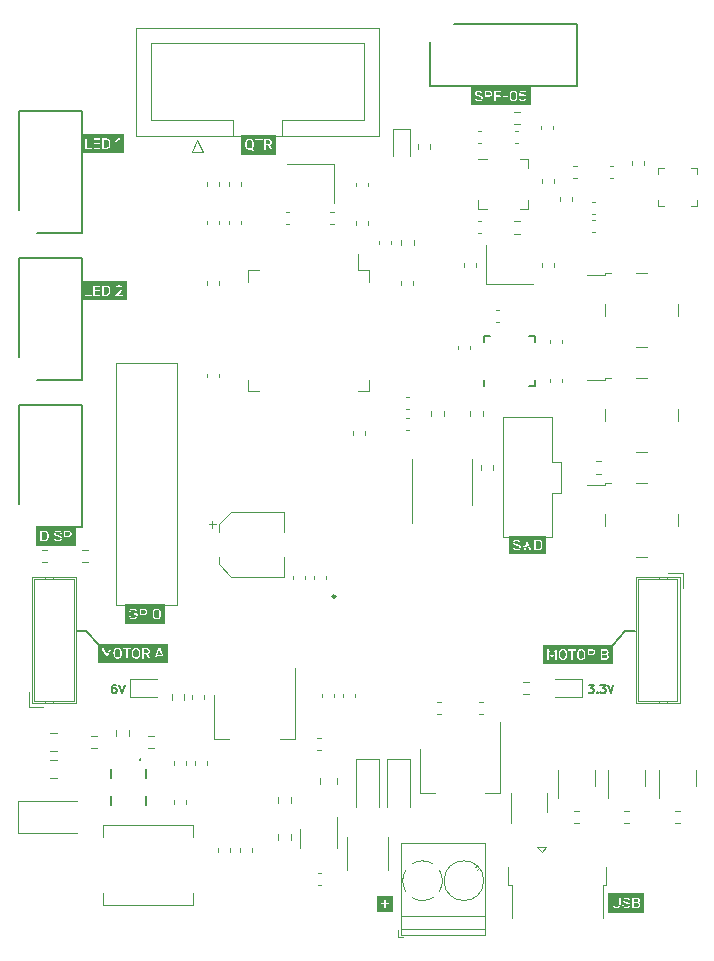
<source format=gbr>
%TF.GenerationSoftware,KiCad,Pcbnew,7.0.1*%
%TF.CreationDate,2023-10-06T11:10:41+02:00*%
%TF.ProjectId,Drv_board,4472765f-626f-4617-9264-2e6b69636164,rev?*%
%TF.SameCoordinates,Original*%
%TF.FileFunction,Legend,Top*%
%TF.FilePolarity,Positive*%
%FSLAX46Y46*%
G04 Gerber Fmt 4.6, Leading zero omitted, Abs format (unit mm)*
G04 Created by KiCad (PCBNEW 7.0.1) date 2023-10-06 11:10:41*
%MOMM*%
%LPD*%
G01*
G04 APERTURE LIST*
%ADD10C,0.200000*%
%ADD11C,0.112500*%
%ADD12C,0.150000*%
%ADD13C,0.120000*%
%ADD14C,0.100000*%
%ADD15C,0.250000*%
G04 APERTURE END LIST*
D10*
X152806400Y-122428000D02*
X153619200Y-122428000D01*
X107188000Y-122428000D02*
X106375200Y-122428000D01*
X151739600Y-123647200D02*
X152806400Y-122428000D01*
X108254800Y-123647200D02*
X107188000Y-122428000D01*
D11*
G36*
X145448032Y-114818224D02*
G01*
X145463018Y-114819015D01*
X145477481Y-114820333D01*
X145491420Y-114822178D01*
X145504835Y-114824551D01*
X145517726Y-114827451D01*
X145530093Y-114830878D01*
X145541937Y-114834832D01*
X145553257Y-114839313D01*
X145564053Y-114844322D01*
X145574325Y-114849858D01*
X145584073Y-114855921D01*
X145593298Y-114862511D01*
X145601999Y-114869628D01*
X145610176Y-114877273D01*
X145617829Y-114885445D01*
X145625000Y-114893996D01*
X145631729Y-114902835D01*
X145638017Y-114911960D01*
X145643864Y-114921372D01*
X145649269Y-114931070D01*
X145654233Y-114941056D01*
X145658756Y-114951328D01*
X145662837Y-114961887D01*
X145666477Y-114972733D01*
X145669675Y-114983865D01*
X145672433Y-114995285D01*
X145674748Y-115006991D01*
X145676623Y-115018984D01*
X145678056Y-115031264D01*
X145679048Y-115043830D01*
X145679598Y-115056684D01*
X145679758Y-115061563D01*
X145680046Y-115071743D01*
X145680294Y-115082487D01*
X145680500Y-115093793D01*
X145680627Y-115102643D01*
X145680732Y-115111810D01*
X145680813Y-115121294D01*
X145680871Y-115131094D01*
X145680905Y-115141211D01*
X145680917Y-115151645D01*
X145680916Y-115155159D01*
X145680896Y-115165487D01*
X145680854Y-115175499D01*
X145680788Y-115185193D01*
X145680699Y-115194571D01*
X145680587Y-115203632D01*
X145680402Y-115215221D01*
X145680175Y-115226246D01*
X145679907Y-115236708D01*
X145679598Y-115246607D01*
X145679060Y-115259618D01*
X145678104Y-115272329D01*
X145676731Y-115284739D01*
X145674941Y-115296849D01*
X145672733Y-115308658D01*
X145670108Y-115320167D01*
X145667066Y-115331375D01*
X145663606Y-115342283D01*
X145659729Y-115352890D01*
X145655435Y-115363197D01*
X145650724Y-115373203D01*
X145645595Y-115382908D01*
X145640049Y-115392313D01*
X145634085Y-115401418D01*
X145627705Y-115410221D01*
X145620907Y-115418725D01*
X145613627Y-115426790D01*
X145605801Y-115434335D01*
X145597429Y-115441360D01*
X145588511Y-115447865D01*
X145579047Y-115453849D01*
X145569036Y-115459312D01*
X145558480Y-115464256D01*
X145547377Y-115468679D01*
X145535729Y-115472581D01*
X145523534Y-115475964D01*
X145510793Y-115478825D01*
X145497506Y-115481167D01*
X145483673Y-115482988D01*
X145469294Y-115484289D01*
X145454368Y-115485070D01*
X145438897Y-115485330D01*
X145234685Y-115485330D01*
X145234685Y-114817961D01*
X145432522Y-114817961D01*
X145448032Y-114818224D01*
G37*
G36*
X146097819Y-115906189D02*
G01*
X142981199Y-115906189D01*
X142981199Y-115375421D01*
X143278520Y-115375421D01*
X143278985Y-115382156D01*
X143280295Y-115392272D01*
X143282339Y-115402403D01*
X143285118Y-115412550D01*
X143288630Y-115422712D01*
X143292876Y-115432890D01*
X143297857Y-115443083D01*
X143303572Y-115453292D01*
X143310021Y-115463516D01*
X143317204Y-115473756D01*
X143325121Y-115484011D01*
X143330772Y-115490750D01*
X143336676Y-115497337D01*
X143342834Y-115503774D01*
X143349247Y-115510059D01*
X143355913Y-115516194D01*
X143362834Y-115522177D01*
X143370009Y-115528009D01*
X143377438Y-115533690D01*
X143385122Y-115539220D01*
X143393059Y-115544598D01*
X143401251Y-115549826D01*
X143409697Y-115554902D01*
X143418397Y-115559828D01*
X143427351Y-115564602D01*
X143436559Y-115569225D01*
X143446022Y-115573697D01*
X143455702Y-115577956D01*
X143465510Y-115581940D01*
X143475445Y-115585650D01*
X143485507Y-115589084D01*
X143495696Y-115592244D01*
X143506012Y-115595129D01*
X143516455Y-115597740D01*
X143527025Y-115600075D01*
X143537722Y-115602136D01*
X143548546Y-115603922D01*
X143559498Y-115605433D01*
X143570576Y-115606670D01*
X143581782Y-115607631D01*
X143593115Y-115608318D01*
X143604574Y-115608731D01*
X143616161Y-115608868D01*
X143628679Y-115608738D01*
X143641008Y-115608349D01*
X143653147Y-115607701D01*
X143665098Y-115606793D01*
X143676860Y-115605626D01*
X143688433Y-115604200D01*
X143699818Y-115602515D01*
X143711013Y-115600570D01*
X143722019Y-115598366D01*
X143732837Y-115595902D01*
X143743465Y-115593179D01*
X143753905Y-115590197D01*
X143764156Y-115586956D01*
X143774218Y-115583455D01*
X143784091Y-115579695D01*
X143793775Y-115575675D01*
X143803256Y-115571427D01*
X143812466Y-115566979D01*
X143821405Y-115562332D01*
X143830072Y-115557485D01*
X143838468Y-115552440D01*
X143846593Y-115547195D01*
X143854446Y-115541751D01*
X143862028Y-115536108D01*
X143869339Y-115530266D01*
X143876378Y-115524224D01*
X143883146Y-115517983D01*
X143889643Y-115511543D01*
X143895868Y-115504904D01*
X143901822Y-115498066D01*
X143907505Y-115491028D01*
X143912916Y-115483791D01*
X143918027Y-115476358D01*
X143922808Y-115468785D01*
X143927259Y-115461073D01*
X143931381Y-115453223D01*
X143935173Y-115445233D01*
X143938635Y-115437104D01*
X143941768Y-115428836D01*
X143944570Y-115420428D01*
X143947043Y-115411882D01*
X143949186Y-115403197D01*
X143951000Y-115394372D01*
X143952484Y-115385409D01*
X143953638Y-115376306D01*
X143954462Y-115367064D01*
X143954957Y-115357683D01*
X143955121Y-115348163D01*
X143954887Y-115336341D01*
X143954184Y-115324835D01*
X143953012Y-115313645D01*
X143951371Y-115302771D01*
X143949261Y-115292212D01*
X143946683Y-115281970D01*
X143943635Y-115272044D01*
X143940119Y-115262434D01*
X143936134Y-115253140D01*
X143931680Y-115244161D01*
X143926757Y-115235499D01*
X143921366Y-115227153D01*
X143915505Y-115219123D01*
X143909176Y-115211408D01*
X143902378Y-115204010D01*
X143895111Y-115196928D01*
X143891292Y-115193469D01*
X143883164Y-115186651D01*
X143874382Y-115179967D01*
X143864945Y-115173417D01*
X143854854Y-115167001D01*
X143844109Y-115160719D01*
X143832709Y-115154571D01*
X143820655Y-115148557D01*
X143807947Y-115142677D01*
X143794584Y-115136931D01*
X143780567Y-115131319D01*
X143765896Y-115125840D01*
X143750571Y-115120496D01*
X143734591Y-115115285D01*
X143717957Y-115110209D01*
X143709394Y-115107721D01*
X143700668Y-115105267D01*
X143691779Y-115102846D01*
X143685209Y-115101095D01*
X143672384Y-115097643D01*
X143659978Y-115094257D01*
X143647991Y-115090935D01*
X143636423Y-115087679D01*
X143625274Y-115084489D01*
X143614544Y-115081363D01*
X143604234Y-115078303D01*
X143594342Y-115075308D01*
X143584869Y-115072378D01*
X143575815Y-115069513D01*
X143567180Y-115066714D01*
X143555014Y-115062638D01*
X143543790Y-115058708D01*
X143533509Y-115054925D01*
X143523971Y-115051148D01*
X143514893Y-115047236D01*
X143506274Y-115043188D01*
X143498115Y-115039005D01*
X143487952Y-115033218D01*
X143478606Y-115027190D01*
X143470078Y-115020922D01*
X143462367Y-115014413D01*
X143455474Y-115007664D01*
X143449446Y-115000547D01*
X143444222Y-114992936D01*
X143439802Y-114984830D01*
X143436185Y-114976230D01*
X143433372Y-114967135D01*
X143431363Y-114957545D01*
X143430157Y-114947461D01*
X143429755Y-114936883D01*
X143429959Y-114929002D01*
X143431027Y-114917612D01*
X143433011Y-114906740D01*
X143435911Y-114896386D01*
X143439727Y-114886549D01*
X143444458Y-114877231D01*
X143450106Y-114868430D01*
X143456669Y-114860147D01*
X143464147Y-114852381D01*
X143472542Y-114845134D01*
X143481852Y-114838404D01*
X143491866Y-114832236D01*
X143502290Y-114826675D01*
X143513123Y-114821721D01*
X143524366Y-114817373D01*
X143536019Y-114813632D01*
X143548081Y-114810498D01*
X143560553Y-114807970D01*
X143573434Y-114806049D01*
X143582249Y-114805106D01*
X143591246Y-114804432D01*
X143600425Y-114804027D01*
X143609787Y-114803892D01*
X143619909Y-114804043D01*
X143629780Y-114804497D01*
X143639398Y-114805252D01*
X143648763Y-114806310D01*
X143657876Y-114807670D01*
X143666737Y-114809333D01*
X143675345Y-114811297D01*
X143687784Y-114814811D01*
X143699655Y-114819005D01*
X143710957Y-114823879D01*
X143721692Y-114829432D01*
X143731859Y-114835666D01*
X143741458Y-114842580D01*
X143744547Y-114845000D01*
X143753465Y-114852273D01*
X143761858Y-114859570D01*
X143769725Y-114866889D01*
X143777067Y-114874232D01*
X143783883Y-114881598D01*
X143790173Y-114888987D01*
X143795938Y-114896400D01*
X143801178Y-114903835D01*
X143805892Y-114911294D01*
X143811360Y-114921275D01*
X143816308Y-114929821D01*
X143821520Y-114937317D01*
X143827847Y-114943917D01*
X143832064Y-114946417D01*
X143840969Y-114948957D01*
X143850488Y-114949632D01*
X143902145Y-114949632D01*
X143906339Y-114949346D01*
X143914789Y-114946765D01*
X143922369Y-114941499D01*
X143924869Y-114938813D01*
X143929245Y-114930494D01*
X143929842Y-114921715D01*
X143929655Y-114918877D01*
X143928190Y-114907355D01*
X143926339Y-114898538D01*
X143923842Y-114889570D01*
X143920700Y-114880452D01*
X143916913Y-114871183D01*
X143912480Y-114861763D01*
X143907402Y-114852193D01*
X143901679Y-114842471D01*
X143895310Y-114832599D01*
X143888297Y-114822577D01*
X143880672Y-114812588D01*
X143872472Y-114802901D01*
X143863696Y-114793516D01*
X143854345Y-114784432D01*
X143847791Y-114778543D01*
X143840981Y-114772788D01*
X143833915Y-114767167D01*
X143826593Y-114761680D01*
X143819015Y-114756327D01*
X143811182Y-114751108D01*
X143803092Y-114746023D01*
X143794747Y-114741072D01*
X143788774Y-114737727D01*
X144059096Y-114737727D01*
X144060415Y-114747839D01*
X144215387Y-115529074D01*
X144216832Y-115535302D01*
X144219440Y-115544969D01*
X144222294Y-115553746D01*
X144226044Y-115563102D01*
X144230150Y-115571175D01*
X144235390Y-115578973D01*
X144240743Y-115584351D01*
X144248434Y-115589220D01*
X144257681Y-115592574D01*
X144266847Y-115594243D01*
X144277156Y-115594800D01*
X144327494Y-115594800D01*
X144335811Y-115594386D01*
X144344900Y-115592799D01*
X144354272Y-115589444D01*
X144362318Y-115584469D01*
X144369040Y-115577873D01*
X144372426Y-115573415D01*
X144377223Y-115565878D01*
X144381679Y-115557320D01*
X144385796Y-115547743D01*
X144388966Y-115538982D01*
X144391901Y-115529513D01*
X144507745Y-115110759D01*
X144623590Y-115529513D01*
X144625283Y-115535280D01*
X144628302Y-115544324D01*
X144631568Y-115552659D01*
X144635813Y-115561727D01*
X144640414Y-115569774D01*
X144646231Y-115577873D01*
X144651919Y-115583626D01*
X144659805Y-115588832D01*
X144669037Y-115592419D01*
X144678022Y-115594204D01*
X144687997Y-115594800D01*
X144738335Y-115594800D01*
X144747000Y-115594413D01*
X144756335Y-115592929D01*
X144765762Y-115589792D01*
X144773610Y-115585140D01*
X144779881Y-115578973D01*
X144782938Y-115574731D01*
X144787923Y-115565936D01*
X144790297Y-115560508D01*
X145115104Y-115560508D01*
X145116092Y-115568914D01*
X145119459Y-115577269D01*
X145125216Y-115584688D01*
X145131900Y-115590020D01*
X145140097Y-115593605D01*
X145149176Y-115594800D01*
X145445272Y-115594800D01*
X145458092Y-115594639D01*
X145470726Y-115594157D01*
X145483172Y-115593354D01*
X145495431Y-115592230D01*
X145507503Y-115590785D01*
X145519388Y-115589019D01*
X145531086Y-115586932D01*
X145542596Y-115584523D01*
X145553919Y-115581793D01*
X145565055Y-115578742D01*
X145576004Y-115575370D01*
X145586766Y-115571677D01*
X145597340Y-115567663D01*
X145607728Y-115563328D01*
X145617928Y-115558671D01*
X145627941Y-115553693D01*
X145637727Y-115548412D01*
X145647247Y-115542843D01*
X145656501Y-115536988D01*
X145665489Y-115530846D01*
X145674210Y-115524417D01*
X145682665Y-115517702D01*
X145690854Y-115510699D01*
X145698777Y-115503410D01*
X145706434Y-115495834D01*
X145713825Y-115487971D01*
X145720949Y-115479822D01*
X145727807Y-115471385D01*
X145734399Y-115462662D01*
X145740725Y-115453652D01*
X145746784Y-115444355D01*
X145752578Y-115434772D01*
X145758092Y-115424912D01*
X145763260Y-115414840D01*
X145768080Y-115404558D01*
X145772554Y-115394064D01*
X145776681Y-115383359D01*
X145780460Y-115372443D01*
X145783893Y-115361315D01*
X145786979Y-115349977D01*
X145789719Y-115338427D01*
X145792111Y-115326666D01*
X145794156Y-115314693D01*
X145795855Y-115302510D01*
X145797206Y-115290115D01*
X145798211Y-115277509D01*
X145798869Y-115264691D01*
X145799179Y-115251663D01*
X145799415Y-115244322D01*
X145799693Y-115233879D01*
X145799930Y-115222687D01*
X145800081Y-115213802D01*
X145800209Y-115204495D01*
X145800313Y-115194767D01*
X145800394Y-115184619D01*
X145800452Y-115174049D01*
X145800487Y-115163058D01*
X145800498Y-115151645D01*
X145800493Y-115143990D01*
X145800466Y-115132859D01*
X145800416Y-115122148D01*
X145800342Y-115111859D01*
X145800246Y-115101991D01*
X145800126Y-115092544D01*
X145799983Y-115083519D01*
X145799756Y-115072140D01*
X145799489Y-115061509D01*
X145799179Y-115051628D01*
X145798864Y-115038600D01*
X145798194Y-115025785D01*
X145797168Y-115013184D01*
X145795786Y-115000795D01*
X145794049Y-114988619D01*
X145791956Y-114976656D01*
X145789508Y-114964906D01*
X145786705Y-114953369D01*
X145783546Y-114942045D01*
X145780031Y-114930934D01*
X145776161Y-114920036D01*
X145771936Y-114909350D01*
X145767355Y-114898878D01*
X145762418Y-114888619D01*
X145757126Y-114878572D01*
X145751479Y-114868739D01*
X145745518Y-114859129D01*
X145739286Y-114849807D01*
X145732782Y-114840774D01*
X145726007Y-114832029D01*
X145718961Y-114823573D01*
X145711644Y-114815405D01*
X145704055Y-114807526D01*
X145696194Y-114799936D01*
X145688063Y-114792633D01*
X145679660Y-114785620D01*
X145670986Y-114778895D01*
X145662040Y-114772458D01*
X145652823Y-114766310D01*
X145643335Y-114760451D01*
X145633575Y-114754880D01*
X145623544Y-114749597D01*
X145613287Y-114744619D01*
X145602847Y-114739963D01*
X145592225Y-114735627D01*
X145581422Y-114731613D01*
X145570436Y-114727920D01*
X145559268Y-114724548D01*
X145547918Y-114721497D01*
X145536386Y-114718768D01*
X145524672Y-114716359D01*
X145512776Y-114714272D01*
X145500698Y-114712505D01*
X145488438Y-114711060D01*
X145475996Y-114709936D01*
X145463372Y-114709133D01*
X145450566Y-114708652D01*
X145437578Y-114708491D01*
X145149176Y-114708491D01*
X145140885Y-114709479D01*
X145132609Y-114712846D01*
X145125216Y-114718603D01*
X145119883Y-114725309D01*
X145116299Y-114733578D01*
X145115104Y-114742783D01*
X145115104Y-114817961D01*
X145115104Y-115560508D01*
X144790297Y-115560508D01*
X144791829Y-115557007D01*
X144794823Y-115548587D01*
X144797582Y-115539276D01*
X144800104Y-115529074D01*
X144955076Y-114747839D01*
X144956175Y-114737727D01*
X144955889Y-114733392D01*
X144953308Y-114724793D01*
X144948042Y-114717284D01*
X144944876Y-114714296D01*
X144937221Y-114709942D01*
X144928478Y-114708491D01*
X144878140Y-114708491D01*
X144869785Y-114709307D01*
X144861289Y-114712088D01*
X144853520Y-114716844D01*
X144852227Y-114717898D01*
X144846035Y-114725012D01*
X144841759Y-114733419D01*
X144839012Y-114742563D01*
X144710638Y-115440047D01*
X144571932Y-114941059D01*
X144569361Y-114932523D01*
X144564971Y-114924143D01*
X144559403Y-114916659D01*
X144555255Y-114912551D01*
X144547701Y-114907981D01*
X144538547Y-114905325D01*
X144529068Y-114904569D01*
X144486203Y-114904569D01*
X144481357Y-114904758D01*
X144471583Y-114906565D01*
X144463374Y-114910284D01*
X144456088Y-114916659D01*
X144450520Y-114924280D01*
X144446130Y-114932811D01*
X144443558Y-114941499D01*
X144304853Y-115444444D01*
X144176259Y-114742783D01*
X144175764Y-114740595D01*
X144172859Y-114731684D01*
X144168325Y-114723579D01*
X144161751Y-114716844D01*
X144154834Y-114712439D01*
X144146482Y-114709478D01*
X144137351Y-114708491D01*
X144086793Y-114708491D01*
X144083359Y-114708706D01*
X144074487Y-114711591D01*
X144067229Y-114717284D01*
X144064465Y-114720615D01*
X144060438Y-114728627D01*
X144059096Y-114737727D01*
X143788774Y-114737727D01*
X143786145Y-114736255D01*
X143777288Y-114731572D01*
X143768236Y-114727073D01*
X143758995Y-114722865D01*
X143749565Y-114718947D01*
X143739947Y-114715319D01*
X143730139Y-114711982D01*
X143720142Y-114708934D01*
X143709957Y-114706177D01*
X143699582Y-114703710D01*
X143689019Y-114701533D01*
X143678267Y-114699647D01*
X143667326Y-114698051D01*
X143656196Y-114696745D01*
X143644877Y-114695729D01*
X143633369Y-114695003D01*
X143621672Y-114694568D01*
X143609787Y-114694423D01*
X143597941Y-114694557D01*
X143586311Y-114694962D01*
X143574895Y-114695636D01*
X143563693Y-114696580D01*
X143552707Y-114697793D01*
X143541935Y-114699276D01*
X143531377Y-114701028D01*
X143521035Y-114703051D01*
X143510907Y-114705342D01*
X143500994Y-114707904D01*
X143491295Y-114710735D01*
X143481811Y-114713835D01*
X143472542Y-114717206D01*
X143463487Y-114720846D01*
X143454647Y-114724755D01*
X143446022Y-114728934D01*
X143441810Y-114731112D01*
X143433583Y-114735596D01*
X143425622Y-114740250D01*
X143417925Y-114745074D01*
X143410492Y-114750068D01*
X143403324Y-114755232D01*
X143393068Y-114763297D01*
X143383406Y-114771744D01*
X143374340Y-114780574D01*
X143365869Y-114789787D01*
X143357993Y-114799382D01*
X143350712Y-114809359D01*
X143344026Y-114819719D01*
X143339900Y-114826767D01*
X143334210Y-114837494D01*
X143329119Y-114848406D01*
X143324628Y-114859503D01*
X143320735Y-114870786D01*
X143317440Y-114882254D01*
X143314745Y-114893908D01*
X143312649Y-114905747D01*
X143311152Y-114917772D01*
X143310253Y-114929982D01*
X143309954Y-114942378D01*
X143310165Y-114953449D01*
X143310799Y-114964295D01*
X143311855Y-114974915D01*
X143313334Y-114985311D01*
X143315235Y-114995482D01*
X143317558Y-115005428D01*
X143320304Y-115015149D01*
X143323473Y-115024645D01*
X143327064Y-115033916D01*
X143331077Y-115042962D01*
X143335513Y-115051783D01*
X143340371Y-115060379D01*
X143345652Y-115068750D01*
X143351355Y-115076897D01*
X143357481Y-115084818D01*
X143364029Y-115092514D01*
X143371082Y-115099985D01*
X143378664Y-115107232D01*
X143386778Y-115114253D01*
X143395422Y-115121049D01*
X143404597Y-115127621D01*
X143414303Y-115133967D01*
X143424539Y-115140088D01*
X143435306Y-115145985D01*
X143446603Y-115151656D01*
X143458431Y-115157103D01*
X143470790Y-115162325D01*
X143483679Y-115167321D01*
X143497099Y-115172093D01*
X143511050Y-115176639D01*
X143525532Y-115180961D01*
X143540544Y-115185058D01*
X143554346Y-115188702D01*
X143567726Y-115192270D01*
X143580683Y-115195764D01*
X143593218Y-115199181D01*
X143605330Y-115202523D01*
X143617020Y-115205789D01*
X143628287Y-115208980D01*
X143639132Y-115212095D01*
X143649555Y-115215135D01*
X143659555Y-115218099D01*
X143669132Y-115220988D01*
X143678287Y-115223801D01*
X143687020Y-115226538D01*
X143699327Y-115230503D01*
X143710683Y-115234297D01*
X143721346Y-115238086D01*
X143731572Y-115242033D01*
X143741361Y-115246138D01*
X143750714Y-115250402D01*
X143759630Y-115254825D01*
X143768110Y-115259405D01*
X143776153Y-115264145D01*
X143783759Y-115269042D01*
X143793222Y-115275819D01*
X143801908Y-115282877D01*
X143809739Y-115290282D01*
X143816526Y-115298099D01*
X143822269Y-115306329D01*
X143826967Y-115314970D01*
X143830622Y-115324024D01*
X143833232Y-115333490D01*
X143834798Y-115343368D01*
X143835320Y-115353659D01*
X143835258Y-115357714D01*
X143834324Y-115369589D01*
X143832270Y-115381022D01*
X143829095Y-115392015D01*
X143824800Y-115402568D01*
X143819384Y-115412680D01*
X143812847Y-115422351D01*
X143805190Y-115431583D01*
X143796412Y-115440373D01*
X143786514Y-115448723D01*
X143779292Y-115454045D01*
X143771573Y-115459171D01*
X143763521Y-115464043D01*
X143755248Y-115468600D01*
X143746753Y-115472842D01*
X143738037Y-115476771D01*
X143729099Y-115480385D01*
X143719940Y-115483685D01*
X143710559Y-115486670D01*
X143700956Y-115489342D01*
X143691132Y-115491699D01*
X143681087Y-115493741D01*
X143670820Y-115495470D01*
X143660331Y-115496884D01*
X143649621Y-115497984D01*
X143638689Y-115498770D01*
X143627536Y-115499241D01*
X143616161Y-115499398D01*
X143610456Y-115499361D01*
X143599269Y-115499060D01*
X143588381Y-115498459D01*
X143577792Y-115497557D01*
X143567502Y-115496355D01*
X143557510Y-115494853D01*
X143547818Y-115493049D01*
X143538424Y-115490946D01*
X143529329Y-115488541D01*
X143520533Y-115485837D01*
X143512036Y-115482831D01*
X143503837Y-115479525D01*
X143492099Y-115474003D01*
X143481034Y-115467805D01*
X143470641Y-115460930D01*
X143464068Y-115456065D01*
X143454701Y-115448658D01*
X143445926Y-115441119D01*
X143437741Y-115433449D01*
X143430148Y-115425647D01*
X143423145Y-115417715D01*
X143416734Y-115409650D01*
X143410914Y-115401455D01*
X143405686Y-115393128D01*
X143401048Y-115384670D01*
X143397002Y-115376080D01*
X143392588Y-115367552D01*
X143387478Y-115360116D01*
X143380516Y-115353659D01*
X143375803Y-115351062D01*
X143366798Y-115348425D01*
X143357874Y-115347723D01*
X143306217Y-115347723D01*
X143302726Y-115347922D01*
X143293806Y-115350591D01*
X143286653Y-115355857D01*
X143284310Y-115358479D01*
X143279862Y-115366677D01*
X143278520Y-115375421D01*
X142981199Y-115375421D01*
X142981199Y-114397102D01*
X146097819Y-114397102D01*
X146097819Y-115906189D01*
G37*
D12*
G36*
X133159411Y-146208365D02*
G01*
X131774349Y-146208365D01*
X131774349Y-145535618D01*
X132127920Y-145535618D01*
X132128907Y-145544046D01*
X132132275Y-145552473D01*
X132138032Y-145560018D01*
X132144716Y-145565466D01*
X132152913Y-145569128D01*
X132161992Y-145570349D01*
X132408848Y-145570349D01*
X132408848Y-145820722D01*
X132409836Y-145829013D01*
X132413203Y-145837289D01*
X132418960Y-145844683D01*
X132425644Y-145850015D01*
X132433841Y-145853600D01*
X132442920Y-145854794D01*
X132489521Y-145854794D01*
X132497812Y-145853807D01*
X132506088Y-145850440D01*
X132513482Y-145844683D01*
X132518814Y-145837998D01*
X132522399Y-145829802D01*
X132523593Y-145820722D01*
X132523593Y-145570349D01*
X132771769Y-145570349D01*
X132780059Y-145569340D01*
X132788335Y-145565900D01*
X132795729Y-145560018D01*
X132801061Y-145553196D01*
X132804646Y-145544848D01*
X132805840Y-145535618D01*
X132805840Y-145495611D01*
X132804853Y-145487183D01*
X132801486Y-145478755D01*
X132795729Y-145471211D01*
X132789044Y-145465763D01*
X132780848Y-145462100D01*
X132771769Y-145460879D01*
X132523593Y-145460879D01*
X132523593Y-145213584D01*
X132522606Y-145205293D01*
X132519239Y-145197017D01*
X132513482Y-145189623D01*
X132506797Y-145184291D01*
X132498601Y-145180707D01*
X132489521Y-145179512D01*
X132442920Y-145179512D01*
X132434630Y-145180499D01*
X132426353Y-145183866D01*
X132418960Y-145189623D01*
X132413627Y-145196308D01*
X132410043Y-145204504D01*
X132408848Y-145213584D01*
X132408848Y-145460879D01*
X132161992Y-145460879D01*
X132153701Y-145461888D01*
X132145425Y-145465329D01*
X132138032Y-145471211D01*
X132132699Y-145478033D01*
X132129115Y-145486380D01*
X132127920Y-145495611D01*
X132127920Y-145535618D01*
X131774349Y-145535618D01*
X131774349Y-144825941D01*
X133159411Y-144825941D01*
X133159411Y-146208365D01*
G37*
G36*
X108852704Y-93292156D02*
G01*
X108867690Y-93292947D01*
X108882153Y-93294265D01*
X108896092Y-93296110D01*
X108909507Y-93298483D01*
X108922398Y-93301383D01*
X108934765Y-93304810D01*
X108946609Y-93308764D01*
X108957929Y-93313245D01*
X108968725Y-93318254D01*
X108978997Y-93323790D01*
X108988745Y-93329853D01*
X108997970Y-93336443D01*
X109006671Y-93343560D01*
X109014848Y-93351205D01*
X109022501Y-93359377D01*
X109029672Y-93367928D01*
X109036401Y-93376767D01*
X109042689Y-93385892D01*
X109048536Y-93395304D01*
X109053941Y-93405002D01*
X109058905Y-93414988D01*
X109063428Y-93425260D01*
X109067509Y-93435819D01*
X109071149Y-93446665D01*
X109074347Y-93457797D01*
X109077105Y-93469217D01*
X109079420Y-93480923D01*
X109081295Y-93492916D01*
X109082728Y-93505196D01*
X109083720Y-93517762D01*
X109084270Y-93530616D01*
X109084430Y-93535495D01*
X109084718Y-93545675D01*
X109084966Y-93556419D01*
X109085172Y-93567725D01*
X109085299Y-93576575D01*
X109085404Y-93585742D01*
X109085485Y-93595226D01*
X109085543Y-93605026D01*
X109085577Y-93615143D01*
X109085589Y-93625577D01*
X109085588Y-93629091D01*
X109085568Y-93639419D01*
X109085526Y-93649431D01*
X109085460Y-93659125D01*
X109085371Y-93668503D01*
X109085259Y-93677564D01*
X109085074Y-93689153D01*
X109084847Y-93700178D01*
X109084579Y-93710640D01*
X109084270Y-93720539D01*
X109083732Y-93733550D01*
X109082776Y-93746261D01*
X109081403Y-93758671D01*
X109079613Y-93770781D01*
X109077405Y-93782590D01*
X109074780Y-93794099D01*
X109071738Y-93805307D01*
X109068278Y-93816215D01*
X109064401Y-93826822D01*
X109060107Y-93837129D01*
X109055396Y-93847135D01*
X109050267Y-93856840D01*
X109044721Y-93866245D01*
X109038757Y-93875350D01*
X109032377Y-93884153D01*
X109025579Y-93892657D01*
X109018299Y-93900722D01*
X109010473Y-93908267D01*
X109002101Y-93915292D01*
X108993183Y-93921797D01*
X108983719Y-93927781D01*
X108973708Y-93933244D01*
X108963152Y-93938188D01*
X108952049Y-93942611D01*
X108940401Y-93946513D01*
X108928206Y-93949896D01*
X108915465Y-93952757D01*
X108902178Y-93955099D01*
X108888345Y-93956920D01*
X108873966Y-93958221D01*
X108859040Y-93959002D01*
X108843569Y-93959262D01*
X108639357Y-93959262D01*
X108639357Y-93291893D01*
X108837194Y-93291893D01*
X108852704Y-93292156D01*
G37*
G36*
X110610353Y-94422303D02*
G01*
X106707489Y-94422303D01*
X106707489Y-94034440D01*
X107061060Y-94034440D01*
X107062048Y-94042846D01*
X107065415Y-94051201D01*
X107071172Y-94058620D01*
X107077856Y-94063952D01*
X107086053Y-94067537D01*
X107095132Y-94068732D01*
X107607969Y-94068732D01*
X107616238Y-94067787D01*
X107624441Y-94064566D01*
X107631709Y-94059059D01*
X107636133Y-94053907D01*
X107640399Y-94045407D01*
X107641821Y-94035979D01*
X107641821Y-94034440D01*
X107774151Y-94034440D01*
X107775346Y-94043644D01*
X107778931Y-94051914D01*
X107784263Y-94058620D01*
X107791656Y-94064377D01*
X107799933Y-94067744D01*
X107808223Y-94068732D01*
X108317103Y-94068732D01*
X108326183Y-94067589D01*
X108334379Y-94064160D01*
X108341064Y-94059059D01*
X108346820Y-94051869D01*
X108350375Y-94043137D01*
X108351175Y-94035979D01*
X108351175Y-94034440D01*
X108519776Y-94034440D01*
X108520763Y-94042846D01*
X108524131Y-94051201D01*
X108529888Y-94058620D01*
X108536572Y-94063952D01*
X108544769Y-94067537D01*
X108553848Y-94068732D01*
X108849944Y-94068732D01*
X108862764Y-94068571D01*
X108875398Y-94068089D01*
X108887844Y-94067286D01*
X108900103Y-94066162D01*
X108912175Y-94064717D01*
X108924060Y-94062951D01*
X108935758Y-94060864D01*
X108947268Y-94058455D01*
X108958591Y-94055725D01*
X108969727Y-94052674D01*
X108980676Y-94049302D01*
X108991438Y-94045609D01*
X109002012Y-94041595D01*
X109012400Y-94037260D01*
X109019058Y-94034220D01*
X109645687Y-94034220D01*
X109646674Y-94042648D01*
X109650041Y-94051075D01*
X109655798Y-94058620D01*
X109662483Y-94063952D01*
X109670679Y-94067537D01*
X109679759Y-94068732D01*
X110222710Y-94068732D01*
X110231001Y-94067787D01*
X110239277Y-94064566D01*
X110246671Y-94059059D01*
X110251095Y-94053907D01*
X110255360Y-94045407D01*
X110256782Y-94035979D01*
X110256782Y-93992015D01*
X110255982Y-93984874D01*
X110252428Y-93976219D01*
X110246671Y-93969154D01*
X110239986Y-93963937D01*
X110231790Y-93960431D01*
X110222710Y-93959262D01*
X109837149Y-93959262D01*
X110118297Y-93693941D01*
X110126335Y-93686612D01*
X110134072Y-93679299D01*
X110141509Y-93672001D01*
X110148645Y-93664719D01*
X110155481Y-93657452D01*
X110162016Y-93650200D01*
X110168251Y-93642964D01*
X110174185Y-93635744D01*
X110179819Y-93628539D01*
X110185152Y-93621349D01*
X110192589Y-93610594D01*
X110199349Y-93599873D01*
X110205433Y-93589187D01*
X110210840Y-93578536D01*
X110212504Y-93574955D01*
X110217177Y-93563939D01*
X110221375Y-93552513D01*
X110225098Y-93540678D01*
X110228346Y-93528433D01*
X110231118Y-93515778D01*
X110232703Y-93507114D01*
X110234076Y-93498268D01*
X110235238Y-93489240D01*
X110236188Y-93480030D01*
X110236927Y-93470638D01*
X110237455Y-93461064D01*
X110237772Y-93451308D01*
X110237878Y-93441369D01*
X110237750Y-93431865D01*
X110237366Y-93422475D01*
X110236726Y-93413201D01*
X110235831Y-93404041D01*
X110234679Y-93394997D01*
X110233272Y-93386068D01*
X110231609Y-93377254D01*
X110229690Y-93368554D01*
X110227515Y-93359970D01*
X110225084Y-93351501D01*
X110220958Y-93339014D01*
X110216256Y-93326785D01*
X110210978Y-93314815D01*
X110205125Y-93303103D01*
X110198711Y-93291707D01*
X110191753Y-93280762D01*
X110184250Y-93270269D01*
X110176202Y-93260229D01*
X110167609Y-93250640D01*
X110158471Y-93241504D01*
X110148789Y-93232819D01*
X110138561Y-93224587D01*
X110131440Y-93219350D01*
X110124077Y-93214314D01*
X110116472Y-93209479D01*
X110108625Y-93204845D01*
X110100582Y-93200426D01*
X110092337Y-93196292D01*
X110083890Y-93192444D01*
X110075240Y-93188880D01*
X110066387Y-93185602D01*
X110057331Y-93182609D01*
X110048073Y-93179900D01*
X110038612Y-93177477D01*
X110028949Y-93175339D01*
X110019083Y-93173486D01*
X110009014Y-93171918D01*
X109998743Y-93170635D01*
X109988269Y-93169638D01*
X109977592Y-93168925D01*
X109966713Y-93168497D01*
X109955631Y-93168355D01*
X109944536Y-93168513D01*
X109933618Y-93168987D01*
X109922877Y-93169777D01*
X109912313Y-93170883D01*
X109901926Y-93172305D01*
X109891715Y-93174042D01*
X109881682Y-93176096D01*
X109871825Y-93178466D01*
X109862145Y-93181152D01*
X109852642Y-93184154D01*
X109843316Y-93187472D01*
X109834167Y-93191106D01*
X109825195Y-93195056D01*
X109816400Y-93199322D01*
X109807781Y-93203903D01*
X109799340Y-93208801D01*
X109791134Y-93213919D01*
X109783166Y-93219215D01*
X109775437Y-93224690D01*
X109767947Y-93230344D01*
X109760696Y-93236176D01*
X109753683Y-93242186D01*
X109746909Y-93248375D01*
X109740374Y-93254743D01*
X109734077Y-93261290D01*
X109728019Y-93268015D01*
X109722200Y-93274919D01*
X109716619Y-93282001D01*
X109711278Y-93289262D01*
X109706175Y-93296701D01*
X109701310Y-93304319D01*
X109696685Y-93312116D01*
X109694478Y-93316047D01*
X109690258Y-93323915D01*
X109686298Y-93331794D01*
X109680844Y-93343632D01*
X109675973Y-93355494D01*
X109671686Y-93367378D01*
X109667983Y-93379286D01*
X109664862Y-93391216D01*
X109662326Y-93403170D01*
X109660372Y-93415147D01*
X109659003Y-93427148D01*
X109658216Y-93439171D01*
X109658415Y-93442663D01*
X109661084Y-93451583D01*
X109666350Y-93458735D01*
X109669035Y-93461078D01*
X109677354Y-93465526D01*
X109686133Y-93466868D01*
X109743946Y-93466868D01*
X109748139Y-93466598D01*
X109756589Y-93464156D01*
X109764169Y-93459175D01*
X109768715Y-93454325D01*
X109773532Y-93446237D01*
X109776699Y-93437193D01*
X109779012Y-93428160D01*
X109781500Y-93419363D01*
X109784164Y-93410802D01*
X109787003Y-93402475D01*
X109791589Y-93390427D01*
X109796570Y-93378907D01*
X109801945Y-93367918D01*
X109807714Y-93357457D01*
X109813877Y-93347526D01*
X109820434Y-93338124D01*
X109827385Y-93329252D01*
X109834731Y-93320909D01*
X109837284Y-93318258D01*
X109845419Y-93310811D01*
X109854265Y-93304121D01*
X109863822Y-93298188D01*
X109874090Y-93293013D01*
X109885069Y-93288595D01*
X109896759Y-93284935D01*
X109909160Y-93282032D01*
X109917822Y-93280517D01*
X109926800Y-93279339D01*
X109936095Y-93278498D01*
X109945705Y-93277993D01*
X109955631Y-93277824D01*
X109965717Y-93277994D01*
X109975476Y-93278504D01*
X109984910Y-93279354D01*
X109994017Y-93280545D01*
X110007065Y-93282967D01*
X110019380Y-93286155D01*
X110030960Y-93290108D01*
X110041807Y-93294826D01*
X110051919Y-93300309D01*
X110061297Y-93306557D01*
X110069940Y-93313570D01*
X110077850Y-93321348D01*
X110085078Y-93329715D01*
X110091596Y-93338577D01*
X110097402Y-93347933D01*
X110102497Y-93357783D01*
X110106882Y-93368129D01*
X110110555Y-93378968D01*
X110113517Y-93390303D01*
X110115769Y-93402132D01*
X110117309Y-93414455D01*
X110118139Y-93427273D01*
X110118297Y-93436094D01*
X110118140Y-93446190D01*
X110117671Y-93455955D01*
X110116888Y-93465387D01*
X110115793Y-93474486D01*
X110113845Y-93486102D01*
X110111341Y-93497128D01*
X110108281Y-93507562D01*
X110104664Y-93517406D01*
X110100491Y-93526659D01*
X110099370Y-93528886D01*
X110094443Y-93537819D01*
X110088809Y-93546794D01*
X110082466Y-93555810D01*
X110075417Y-93564867D01*
X110069665Y-93571687D01*
X110063516Y-93578531D01*
X110056968Y-93585397D01*
X110050023Y-93592286D01*
X110042679Y-93599199D01*
X109673384Y-93939918D01*
X109669482Y-93943675D01*
X109662668Y-93950655D01*
X109656578Y-93957652D01*
X109651402Y-93964977D01*
X109648639Y-93970642D01*
X109646362Y-93979277D01*
X109645687Y-93988278D01*
X109645687Y-94034220D01*
X109019058Y-94034220D01*
X109022600Y-94032603D01*
X109032613Y-94027625D01*
X109042399Y-94022344D01*
X109051919Y-94016775D01*
X109061173Y-94010920D01*
X109070160Y-94004778D01*
X109078882Y-93998349D01*
X109087337Y-93991634D01*
X109095526Y-93984631D01*
X109103449Y-93977342D01*
X109111106Y-93969766D01*
X109118497Y-93961903D01*
X109125621Y-93953754D01*
X109132479Y-93945317D01*
X109139071Y-93936594D01*
X109145397Y-93927584D01*
X109151456Y-93918287D01*
X109157250Y-93908704D01*
X109162764Y-93898844D01*
X109167932Y-93888772D01*
X109172752Y-93878490D01*
X109177226Y-93867996D01*
X109181353Y-93857291D01*
X109185132Y-93846375D01*
X109188565Y-93835247D01*
X109191651Y-93823909D01*
X109194391Y-93812359D01*
X109196783Y-93800598D01*
X109198828Y-93788625D01*
X109200527Y-93776442D01*
X109201878Y-93764047D01*
X109202883Y-93751441D01*
X109203541Y-93738623D01*
X109203851Y-93725595D01*
X109204087Y-93718254D01*
X109204365Y-93707811D01*
X109204602Y-93696619D01*
X109204753Y-93687734D01*
X109204881Y-93678427D01*
X109204985Y-93668699D01*
X109205066Y-93658551D01*
X109205124Y-93647981D01*
X109205159Y-93636990D01*
X109205170Y-93625577D01*
X109205165Y-93617922D01*
X109205138Y-93606791D01*
X109205088Y-93596080D01*
X109205014Y-93585791D01*
X109204918Y-93575923D01*
X109204798Y-93566476D01*
X109204655Y-93557451D01*
X109204428Y-93546072D01*
X109204161Y-93535441D01*
X109203851Y-93525560D01*
X109203536Y-93512532D01*
X109202866Y-93499717D01*
X109201840Y-93487116D01*
X109200458Y-93474727D01*
X109198721Y-93462551D01*
X109196628Y-93450588D01*
X109194180Y-93438838D01*
X109191377Y-93427301D01*
X109188218Y-93415977D01*
X109184703Y-93404866D01*
X109180833Y-93393968D01*
X109176608Y-93383282D01*
X109172027Y-93372810D01*
X109167090Y-93362551D01*
X109161798Y-93352504D01*
X109156151Y-93342671D01*
X109150190Y-93333061D01*
X109143958Y-93323739D01*
X109137454Y-93314706D01*
X109130679Y-93305961D01*
X109123633Y-93297505D01*
X109116316Y-93289337D01*
X109108727Y-93281458D01*
X109100866Y-93273868D01*
X109092735Y-93266565D01*
X109084332Y-93259552D01*
X109075658Y-93252827D01*
X109066712Y-93246390D01*
X109057495Y-93240242D01*
X109048007Y-93234383D01*
X109038247Y-93228812D01*
X109028216Y-93223529D01*
X109017959Y-93218551D01*
X109007519Y-93213895D01*
X108996897Y-93209559D01*
X108986094Y-93205545D01*
X108975108Y-93201852D01*
X108963940Y-93198480D01*
X108952590Y-93195429D01*
X108941058Y-93192700D01*
X108929344Y-93190291D01*
X108917448Y-93188204D01*
X108905370Y-93186437D01*
X108893110Y-93184992D01*
X108880668Y-93183868D01*
X108868044Y-93183065D01*
X108855238Y-93182584D01*
X108842250Y-93182423D01*
X108553848Y-93182423D01*
X108545557Y-93183411D01*
X108537281Y-93186778D01*
X108529888Y-93192535D01*
X108524555Y-93199241D01*
X108520971Y-93207510D01*
X108519776Y-93216715D01*
X108519776Y-93291893D01*
X108519776Y-94034440D01*
X108351175Y-94034440D01*
X108351175Y-93992015D01*
X108349753Y-93982618D01*
X108345487Y-93974210D01*
X108341064Y-93969154D01*
X108333670Y-93963522D01*
X108325394Y-93960228D01*
X108317103Y-93959262D01*
X107893733Y-93959262D01*
X107893733Y-93671739D01*
X108279295Y-93671739D01*
X108288473Y-93670596D01*
X108296664Y-93667168D01*
X108303255Y-93662067D01*
X108309012Y-93654877D01*
X108312567Y-93646144D01*
X108313366Y-93638986D01*
X108313366Y-93595022D01*
X108311944Y-93585625D01*
X108307679Y-93577217D01*
X108303255Y-93572161D01*
X108295961Y-93566530D01*
X108287679Y-93563236D01*
X108279295Y-93562270D01*
X107893733Y-93562270D01*
X107893733Y-93291893D01*
X108307211Y-93291893D01*
X108316265Y-93290750D01*
X108324383Y-93287321D01*
X108330952Y-93282221D01*
X108336709Y-93275030D01*
X108340264Y-93266298D01*
X108341064Y-93259140D01*
X108341064Y-93215176D01*
X108339642Y-93205779D01*
X108335376Y-93197371D01*
X108330952Y-93192315D01*
X108323684Y-93186683D01*
X108315480Y-93183389D01*
X108307211Y-93182423D01*
X107808223Y-93182423D01*
X107799144Y-93183618D01*
X107790948Y-93187202D01*
X107784263Y-93192535D01*
X107778506Y-93199954D01*
X107775139Y-93208308D01*
X107774151Y-93216715D01*
X107774151Y-94034440D01*
X107641821Y-94034440D01*
X107641821Y-93992015D01*
X107641021Y-93984874D01*
X107637466Y-93976219D01*
X107631709Y-93969154D01*
X107625140Y-93963937D01*
X107617022Y-93960431D01*
X107607969Y-93959262D01*
X107180641Y-93959262D01*
X107180641Y-93216715D01*
X107179654Y-93208424D01*
X107176287Y-93200148D01*
X107170530Y-93192755D01*
X107163961Y-93187306D01*
X107155843Y-93183644D01*
X107146789Y-93182423D01*
X107095132Y-93182423D01*
X107086842Y-93183411D01*
X107078565Y-93186778D01*
X107071172Y-93192535D01*
X107065839Y-93199241D01*
X107062255Y-93207510D01*
X107061060Y-93216715D01*
X107061060Y-94034440D01*
X106707489Y-94034440D01*
X106707489Y-92814784D01*
X110610353Y-92814784D01*
X110610353Y-94422303D01*
G37*
G36*
X121007444Y-80879240D02*
G01*
X121019595Y-80879951D01*
X121031439Y-80881136D01*
X121042975Y-80882795D01*
X121054204Y-80884928D01*
X121065125Y-80887535D01*
X121075739Y-80890616D01*
X121086046Y-80894171D01*
X121096045Y-80898200D01*
X121105737Y-80902703D01*
X121115121Y-80907679D01*
X121124198Y-80913130D01*
X121132968Y-80919055D01*
X121141430Y-80925454D01*
X121149585Y-80932326D01*
X121157432Y-80939673D01*
X121164926Y-80947456D01*
X121171967Y-80955693D01*
X121178555Y-80964382D01*
X121184689Y-80973525D01*
X121190370Y-80983122D01*
X121195598Y-80993172D01*
X121200372Y-81003675D01*
X121204693Y-81014631D01*
X121208560Y-81026041D01*
X121211974Y-81037905D01*
X121214935Y-81050221D01*
X121217442Y-81062991D01*
X121219496Y-81076215D01*
X121221097Y-81089892D01*
X121222244Y-81104022D01*
X121222938Y-81118606D01*
X121223257Y-81128070D01*
X121223556Y-81137173D01*
X121223966Y-81150153D01*
X121224329Y-81162320D01*
X121224646Y-81173677D01*
X121224916Y-81184221D01*
X121225140Y-81193955D01*
X121225367Y-81205670D01*
X121225511Y-81215944D01*
X121225576Y-81226756D01*
X121225565Y-81230811D01*
X121225483Y-81240002D01*
X121225318Y-81250636D01*
X121225140Y-81259558D01*
X121224916Y-81269291D01*
X121224646Y-81279836D01*
X121224329Y-81291192D01*
X121223966Y-81303360D01*
X121223556Y-81316339D01*
X121223257Y-81325443D01*
X121222938Y-81334907D01*
X121222244Y-81349491D01*
X121221097Y-81363624D01*
X121219496Y-81377305D01*
X121217442Y-81390535D01*
X121214935Y-81403313D01*
X121211974Y-81415639D01*
X121208560Y-81427513D01*
X121204693Y-81438936D01*
X121200372Y-81449907D01*
X121195598Y-81460427D01*
X121190370Y-81470495D01*
X121184689Y-81480111D01*
X121178555Y-81489275D01*
X121171967Y-81497988D01*
X121164926Y-81506250D01*
X121157432Y-81514059D01*
X121149585Y-81521379D01*
X121141430Y-81528227D01*
X121132968Y-81534603D01*
X121124198Y-81540506D01*
X121115121Y-81545937D01*
X121105737Y-81550896D01*
X121096045Y-81555382D01*
X121086046Y-81559397D01*
X121075739Y-81562939D01*
X121065125Y-81566008D01*
X121054204Y-81568606D01*
X121042975Y-81570731D01*
X121031439Y-81572384D01*
X121019595Y-81573565D01*
X121007444Y-81574273D01*
X120994986Y-81574509D01*
X120982527Y-81574273D01*
X120970373Y-81573565D01*
X120958525Y-81572384D01*
X120946983Y-81570731D01*
X120935747Y-81568606D01*
X120924816Y-81566008D01*
X120914191Y-81562939D01*
X120903871Y-81559397D01*
X120893857Y-81555382D01*
X120884149Y-81550896D01*
X120874747Y-81545937D01*
X120865650Y-81540506D01*
X120856859Y-81534603D01*
X120848374Y-81528227D01*
X120840194Y-81521379D01*
X120832320Y-81514059D01*
X120824852Y-81506250D01*
X120817833Y-81497988D01*
X120811264Y-81489275D01*
X120805145Y-81480111D01*
X120799476Y-81470495D01*
X120794257Y-81460427D01*
X120789488Y-81449907D01*
X120785169Y-81438936D01*
X120781300Y-81427513D01*
X120777881Y-81415639D01*
X120774912Y-81403313D01*
X120772392Y-81390535D01*
X120770323Y-81377305D01*
X120768703Y-81363624D01*
X120767534Y-81349491D01*
X120766814Y-81334907D01*
X120766557Y-81324754D01*
X120766334Y-81313640D01*
X120766189Y-81304673D01*
X120766063Y-81295165D01*
X120765957Y-81285116D01*
X120765870Y-81274526D01*
X120765802Y-81263395D01*
X120765754Y-81251723D01*
X120765725Y-81239510D01*
X120765715Y-81226756D01*
X120765725Y-81214003D01*
X120765754Y-81201790D01*
X120765802Y-81190118D01*
X120765870Y-81178987D01*
X120765957Y-81168397D01*
X120766063Y-81158348D01*
X120766189Y-81148840D01*
X120766334Y-81139873D01*
X120766557Y-81128758D01*
X120766814Y-81118606D01*
X120767534Y-81104022D01*
X120768703Y-81089892D01*
X120770323Y-81076215D01*
X120772392Y-81062991D01*
X120774912Y-81050221D01*
X120777881Y-81037905D01*
X120781300Y-81026041D01*
X120785169Y-81014631D01*
X120789488Y-81003675D01*
X120794257Y-80993172D01*
X120799476Y-80983122D01*
X120805145Y-80973525D01*
X120811264Y-80964382D01*
X120817833Y-80955693D01*
X120824852Y-80947456D01*
X120832320Y-80939673D01*
X120840194Y-80932326D01*
X120848374Y-80925454D01*
X120856859Y-80919055D01*
X120865650Y-80913130D01*
X120874747Y-80907679D01*
X120884149Y-80902703D01*
X120893857Y-80898200D01*
X120903871Y-80894171D01*
X120914191Y-80890616D01*
X120924816Y-80887535D01*
X120935747Y-80884928D01*
X120946983Y-80882795D01*
X120958525Y-80881136D01*
X120970373Y-80879951D01*
X120982527Y-80879240D01*
X120994986Y-80879003D01*
X121007444Y-80879240D01*
G37*
G36*
X122581783Y-80893106D02*
G01*
X122593234Y-80893379D01*
X122604322Y-80893925D01*
X122615045Y-80894744D01*
X122625404Y-80895836D01*
X122635398Y-80897202D01*
X122645029Y-80898840D01*
X122654296Y-80900751D01*
X122663199Y-80902936D01*
X122675870Y-80906724D01*
X122687722Y-80911128D01*
X122698755Y-80916145D01*
X122708969Y-80921777D01*
X122718364Y-80928023D01*
X122724166Y-80932535D01*
X122732169Y-80939944D01*
X122739329Y-80948123D01*
X122745646Y-80957070D01*
X122751122Y-80966786D01*
X122755755Y-80977271D01*
X122759545Y-80988524D01*
X122762493Y-81000547D01*
X122764599Y-81013339D01*
X122765535Y-81022294D01*
X122766097Y-81031591D01*
X122766284Y-81041229D01*
X122766098Y-81050669D01*
X122765540Y-81059809D01*
X122763310Y-81077190D01*
X122759592Y-81093373D01*
X122754386Y-81108357D01*
X122747694Y-81122142D01*
X122739514Y-81134728D01*
X122729847Y-81146115D01*
X122718693Y-81156304D01*
X122706052Y-81165295D01*
X122691924Y-81173086D01*
X122676308Y-81179679D01*
X122667942Y-81182526D01*
X122659205Y-81185073D01*
X122650096Y-81187321D01*
X122640615Y-81189269D01*
X122630762Y-81190917D01*
X122620537Y-81192265D01*
X122609941Y-81193314D01*
X122598973Y-81194063D01*
X122587633Y-81194513D01*
X122575921Y-81194663D01*
X122362917Y-81194663D01*
X122362917Y-80893072D01*
X122575921Y-80893072D01*
X122581783Y-80893106D01*
G37*
G36*
X123252186Y-82107672D02*
G01*
X120292343Y-82107672D01*
X120292343Y-81226756D01*
X120645914Y-81226756D01*
X120645915Y-81231405D01*
X120645926Y-81240486D01*
X120645961Y-81253567D01*
X120646019Y-81265999D01*
X120646100Y-81277782D01*
X120646204Y-81288915D01*
X120646331Y-81299399D01*
X120646482Y-81309235D01*
X120646656Y-81318421D01*
X120646924Y-81329659D01*
X120647233Y-81339743D01*
X120647845Y-81351734D01*
X120648748Y-81363583D01*
X120649940Y-81375289D01*
X120651423Y-81386853D01*
X120653197Y-81398274D01*
X120655260Y-81409553D01*
X120657614Y-81420689D01*
X120660257Y-81431682D01*
X120663191Y-81442533D01*
X120666416Y-81453242D01*
X120669930Y-81463807D01*
X120673735Y-81474231D01*
X120677830Y-81484512D01*
X120682215Y-81494650D01*
X120686891Y-81504646D01*
X120691856Y-81514499D01*
X120697136Y-81524127D01*
X120702699Y-81533503D01*
X120708546Y-81542626D01*
X120714676Y-81551497D01*
X120721090Y-81560115D01*
X120727786Y-81568481D01*
X120734766Y-81576595D01*
X120742030Y-81584456D01*
X120749577Y-81592065D01*
X120757407Y-81599421D01*
X120765520Y-81606525D01*
X120773917Y-81613376D01*
X120782598Y-81619975D01*
X120791561Y-81626321D01*
X120800808Y-81632415D01*
X120810338Y-81638257D01*
X120820153Y-81643793D01*
X120830198Y-81648973D01*
X120840472Y-81653795D01*
X120850977Y-81658260D01*
X120861712Y-81662368D01*
X120872678Y-81666119D01*
X120883873Y-81669512D01*
X120895298Y-81672548D01*
X120906954Y-81675227D01*
X120918840Y-81677549D01*
X120930955Y-81679514D01*
X120943301Y-81681121D01*
X120955877Y-81682371D01*
X120968683Y-81683264D01*
X120981720Y-81683800D01*
X120994986Y-81683979D01*
X121005931Y-81683863D01*
X121016727Y-81683515D01*
X121027377Y-81682936D01*
X121037878Y-81682124D01*
X121048232Y-81681081D01*
X121058438Y-81679806D01*
X121068496Y-81678299D01*
X121078407Y-81676560D01*
X121088170Y-81674589D01*
X121097786Y-81672387D01*
X121107253Y-81669953D01*
X121116573Y-81667286D01*
X121125745Y-81664388D01*
X121134770Y-81661259D01*
X121143647Y-81657897D01*
X121152376Y-81654303D01*
X121205352Y-81725305D01*
X121206464Y-81726854D01*
X121212380Y-81734084D01*
X121218897Y-81740455D01*
X121226015Y-81745968D01*
X121230835Y-81748732D01*
X121239137Y-81751806D01*
X121248725Y-81753593D01*
X121258329Y-81754101D01*
X121317460Y-81754101D01*
X121319563Y-81754035D01*
X121328302Y-81751992D01*
X121335705Y-81746627D01*
X121336962Y-81745232D01*
X121341393Y-81737214D01*
X121342739Y-81728162D01*
X121342214Y-81724061D01*
X121339002Y-81715853D01*
X121245799Y-81590996D01*
X121251379Y-81585183D01*
X121259445Y-81576204D01*
X121267149Y-81566912D01*
X121274489Y-81557307D01*
X121281466Y-81547388D01*
X121288080Y-81537157D01*
X121294331Y-81526613D01*
X121300218Y-81515756D01*
X121305743Y-81504585D01*
X121310904Y-81493102D01*
X121315701Y-81481306D01*
X121317218Y-81477298D01*
X121321509Y-81465156D01*
X121325410Y-81452837D01*
X121328921Y-81440339D01*
X121332041Y-81427664D01*
X121334771Y-81414811D01*
X121336374Y-81406144D01*
X121337803Y-81397397D01*
X121339060Y-81388572D01*
X121340142Y-81379668D01*
X121341052Y-81370684D01*
X121341788Y-81361622D01*
X121342350Y-81352480D01*
X121342739Y-81343260D01*
X121343032Y-81333825D01*
X121343306Y-81324699D01*
X121343561Y-81315882D01*
X121343908Y-81303237D01*
X121344212Y-81291287D01*
X121344475Y-81280032D01*
X121344694Y-81269473D01*
X121344871Y-81259610D01*
X121345006Y-81250442D01*
X121345119Y-81239300D01*
X121345157Y-81229394D01*
X121345119Y-81219540D01*
X121345006Y-81208443D01*
X121344871Y-81199304D01*
X121344694Y-81189465D01*
X121344475Y-81178927D01*
X121344212Y-81167690D01*
X121343908Y-81155754D01*
X121343561Y-81143118D01*
X121343306Y-81134305D01*
X121343032Y-81125182D01*
X121342739Y-81115748D01*
X121342286Y-81103676D01*
X121341530Y-81091750D01*
X121340472Y-81079970D01*
X121339112Y-81068336D01*
X121337450Y-81056848D01*
X121335485Y-81045506D01*
X121333218Y-81034309D01*
X121330649Y-81023259D01*
X121327778Y-81012355D01*
X121324604Y-81001597D01*
X121321128Y-80990985D01*
X121317350Y-80980518D01*
X121313270Y-80970198D01*
X121308887Y-80960024D01*
X121304202Y-80949995D01*
X121299215Y-80940113D01*
X121293958Y-80930404D01*
X121288409Y-80920951D01*
X121282569Y-80911754D01*
X121276436Y-80902812D01*
X121270012Y-80894127D01*
X121263295Y-80885697D01*
X121256287Y-80877524D01*
X121248986Y-80869606D01*
X121241394Y-80861944D01*
X121239664Y-80860319D01*
X121447373Y-80860319D01*
X121448173Y-80867477D01*
X121451727Y-80876209D01*
X121457484Y-80883400D01*
X121464169Y-80888500D01*
X121472365Y-80891929D01*
X121481445Y-80893072D01*
X121716870Y-80893072D01*
X121716870Y-81635619D01*
X121717858Y-81643931D01*
X121721225Y-81652280D01*
X121726982Y-81659799D01*
X121733667Y-81665131D01*
X121741863Y-81668716D01*
X121750942Y-81669911D01*
X121802599Y-81669911D01*
X121810890Y-81668923D01*
X121819166Y-81665556D01*
X121826560Y-81659799D01*
X121831892Y-81652998D01*
X121835476Y-81644724D01*
X121836671Y-81635619D01*
X122243336Y-81635619D01*
X122244323Y-81644025D01*
X122247690Y-81652380D01*
X122253447Y-81659799D01*
X122260132Y-81665131D01*
X122268328Y-81668716D01*
X122277408Y-81669911D01*
X122329065Y-81669911D01*
X122337334Y-81668902D01*
X122345537Y-81665461D01*
X122352805Y-81659579D01*
X122358138Y-81652735D01*
X122361722Y-81644315D01*
X122362917Y-81634959D01*
X122362917Y-81304132D01*
X122579658Y-81304132D01*
X122762547Y-81634959D01*
X122766235Y-81641206D01*
X122771596Y-81648578D01*
X122779013Y-81656258D01*
X122787224Y-81662231D01*
X122796229Y-81666497D01*
X122806029Y-81669057D01*
X122816622Y-81669911D01*
X122870698Y-81669911D01*
X122874189Y-81669707D01*
X122883109Y-81666966D01*
X122890262Y-81661557D01*
X122893100Y-81658309D01*
X122897236Y-81650476D01*
X122898615Y-81641554D01*
X122897857Y-81635573D01*
X122894658Y-81627266D01*
X122704515Y-81287206D01*
X122714768Y-81283800D01*
X122724755Y-81280121D01*
X122734476Y-81276168D01*
X122743931Y-81271943D01*
X122753120Y-81267444D01*
X122762042Y-81262673D01*
X122770698Y-81257628D01*
X122779088Y-81252310D01*
X122787212Y-81246719D01*
X122795070Y-81240856D01*
X122802661Y-81234719D01*
X122809987Y-81228309D01*
X122817046Y-81221626D01*
X122823839Y-81214670D01*
X122830365Y-81207441D01*
X122836626Y-81199938D01*
X122842589Y-81192159D01*
X122848166Y-81184098D01*
X122853360Y-81175755D01*
X122858168Y-81167130D01*
X122862592Y-81158224D01*
X122866631Y-81149037D01*
X122870286Y-81139567D01*
X122873555Y-81129816D01*
X122876441Y-81119784D01*
X122878941Y-81109469D01*
X122881057Y-81098873D01*
X122882788Y-81087996D01*
X122884134Y-81076837D01*
X122885096Y-81065396D01*
X122885673Y-81053673D01*
X122885865Y-81041669D01*
X122885530Y-81025713D01*
X122884526Y-81010269D01*
X122882851Y-80995337D01*
X122880507Y-80980917D01*
X122877493Y-80967008D01*
X122873810Y-80953611D01*
X122869456Y-80940726D01*
X122864433Y-80928353D01*
X122858740Y-80916491D01*
X122852377Y-80905141D01*
X122845345Y-80894303D01*
X122837643Y-80883977D01*
X122829271Y-80874162D01*
X122820229Y-80864859D01*
X122810517Y-80856068D01*
X122800136Y-80847789D01*
X122789265Y-80840016D01*
X122778027Y-80832745D01*
X122766424Y-80825976D01*
X122754455Y-80819707D01*
X122742120Y-80813940D01*
X122729420Y-80808675D01*
X122716353Y-80803911D01*
X122702921Y-80799649D01*
X122689123Y-80795888D01*
X122674960Y-80792628D01*
X122660430Y-80789870D01*
X122645535Y-80787614D01*
X122630274Y-80785859D01*
X122614647Y-80784605D01*
X122598654Y-80783853D01*
X122582296Y-80783602D01*
X122277408Y-80783602D01*
X122269117Y-80784590D01*
X122260841Y-80787957D01*
X122253447Y-80793714D01*
X122248115Y-80800420D01*
X122244531Y-80808689D01*
X122243336Y-80817894D01*
X122243336Y-80893072D01*
X122243336Y-81635619D01*
X121836671Y-81635619D01*
X121836671Y-80893072D01*
X122072317Y-80893072D01*
X122080607Y-80892127D01*
X122088884Y-80888906D01*
X122096277Y-80883400D01*
X122100701Y-80878248D01*
X122104967Y-80869747D01*
X122106389Y-80860319D01*
X122106389Y-80816355D01*
X122105589Y-80809214D01*
X122102034Y-80800559D01*
X122096277Y-80793494D01*
X122089592Y-80788277D01*
X122081396Y-80784771D01*
X122072317Y-80783602D01*
X121481445Y-80783602D01*
X121473154Y-80784568D01*
X121464878Y-80787862D01*
X121457484Y-80793494D01*
X121453060Y-80798550D01*
X121448795Y-80806958D01*
X121447373Y-80816355D01*
X121447373Y-80860319D01*
X121239664Y-80860319D01*
X121233510Y-80854538D01*
X121225334Y-80847388D01*
X121216865Y-80840494D01*
X121208105Y-80833855D01*
X121199053Y-80827473D01*
X121189709Y-80821346D01*
X121180073Y-80815476D01*
X121170205Y-80809912D01*
X121160111Y-80804708D01*
X121149790Y-80799863D01*
X121139242Y-80795376D01*
X121128467Y-80791248D01*
X121117466Y-80787480D01*
X121106238Y-80784070D01*
X121094784Y-80781019D01*
X121083102Y-80778327D01*
X121071194Y-80775994D01*
X121059060Y-80774020D01*
X121046698Y-80772405D01*
X121034110Y-80771149D01*
X121021296Y-80770252D01*
X121008254Y-80769713D01*
X120994986Y-80769534D01*
X120981717Y-80769712D01*
X120968673Y-80770248D01*
X120955854Y-80771141D01*
X120943260Y-80772391D01*
X120930891Y-80773999D01*
X120918747Y-80775963D01*
X120906828Y-80778285D01*
X120895133Y-80780964D01*
X120883664Y-80784000D01*
X120872420Y-80787394D01*
X120861401Y-80791145D01*
X120850606Y-80795252D01*
X120840037Y-80799718D01*
X120829693Y-80804540D01*
X120819573Y-80809719D01*
X120809679Y-80815256D01*
X120800069Y-80821098D01*
X120790747Y-80827195D01*
X120781714Y-80833546D01*
X120772969Y-80840150D01*
X120764513Y-80847009D01*
X120756346Y-80854123D01*
X120748466Y-80861490D01*
X120740876Y-80869111D01*
X120733574Y-80876987D01*
X120726560Y-80885117D01*
X120719835Y-80893501D01*
X120713398Y-80902139D01*
X120707250Y-80911032D01*
X120701391Y-80920178D01*
X120695820Y-80929579D01*
X120690537Y-80939234D01*
X120685577Y-80949060D01*
X120680917Y-80959031D01*
X120676557Y-80969146D01*
X120672498Y-80979405D01*
X120668740Y-80989809D01*
X120665282Y-81000357D01*
X120662125Y-81011049D01*
X120659268Y-81021885D01*
X120656712Y-81032866D01*
X120654456Y-81043991D01*
X120652501Y-81055260D01*
X120650846Y-81066673D01*
X120649492Y-81078231D01*
X120648439Y-81089933D01*
X120647686Y-81101779D01*
X120647233Y-81113770D01*
X120646997Y-81121224D01*
X120646719Y-81132174D01*
X120646538Y-81141144D01*
X120646379Y-81150763D01*
X120646244Y-81161031D01*
X120646132Y-81171948D01*
X120646043Y-81183514D01*
X120645977Y-81195729D01*
X120645935Y-81208594D01*
X120645919Y-81217531D01*
X120645914Y-81226756D01*
X120292343Y-81226756D01*
X120292343Y-80415963D01*
X123252186Y-80415963D01*
X123252186Y-82107672D01*
G37*
X109686666Y-126976333D02*
X109553333Y-126976333D01*
X109553333Y-126976333D02*
X109486666Y-127009666D01*
X109486666Y-127009666D02*
X109453333Y-127043000D01*
X109453333Y-127043000D02*
X109386666Y-127143000D01*
X109386666Y-127143000D02*
X109353333Y-127276333D01*
X109353333Y-127276333D02*
X109353333Y-127543000D01*
X109353333Y-127543000D02*
X109386666Y-127609666D01*
X109386666Y-127609666D02*
X109420000Y-127643000D01*
X109420000Y-127643000D02*
X109486666Y-127676333D01*
X109486666Y-127676333D02*
X109620000Y-127676333D01*
X109620000Y-127676333D02*
X109686666Y-127643000D01*
X109686666Y-127643000D02*
X109720000Y-127609666D01*
X109720000Y-127609666D02*
X109753333Y-127543000D01*
X109753333Y-127543000D02*
X109753333Y-127376333D01*
X109753333Y-127376333D02*
X109720000Y-127309666D01*
X109720000Y-127309666D02*
X109686666Y-127276333D01*
X109686666Y-127276333D02*
X109620000Y-127243000D01*
X109620000Y-127243000D02*
X109486666Y-127243000D01*
X109486666Y-127243000D02*
X109420000Y-127276333D01*
X109420000Y-127276333D02*
X109386666Y-127309666D01*
X109386666Y-127309666D02*
X109353333Y-127376333D01*
X109953333Y-126976333D02*
X110186667Y-127676333D01*
X110186667Y-127676333D02*
X110420000Y-126976333D01*
G36*
X105636769Y-114050060D02*
G01*
X105648096Y-114050515D01*
X105659052Y-114051273D01*
X105669636Y-114052334D01*
X105679848Y-114053698D01*
X105689690Y-114055365D01*
X105699160Y-114057335D01*
X105708258Y-114059608D01*
X105716986Y-114062185D01*
X105733326Y-114068247D01*
X105748181Y-114075521D01*
X105761551Y-114084008D01*
X105773434Y-114093708D01*
X105783833Y-114104620D01*
X105792746Y-114116744D01*
X105800173Y-114130081D01*
X105806115Y-114144630D01*
X105810572Y-114160392D01*
X105813543Y-114177366D01*
X105814471Y-114186308D01*
X105815028Y-114195553D01*
X105815214Y-114205101D01*
X105815022Y-114214974D01*
X105814445Y-114224534D01*
X105813483Y-114233782D01*
X105812136Y-114242717D01*
X105809396Y-114255534D01*
X105805789Y-114267648D01*
X105801317Y-114279058D01*
X105795980Y-114289765D01*
X105789777Y-114299769D01*
X105782708Y-114309070D01*
X105774774Y-114317667D01*
X105765975Y-114325561D01*
X105756407Y-114332711D01*
X105746085Y-114339157D01*
X105735010Y-114344900D01*
X105723182Y-114349940D01*
X105714878Y-114352910D01*
X105706239Y-114355566D01*
X105697265Y-114357911D01*
X105687956Y-114359942D01*
X105678312Y-114361661D01*
X105668334Y-114363068D01*
X105658020Y-114364162D01*
X105647372Y-114364943D01*
X105636389Y-114365412D01*
X105625071Y-114365568D01*
X105399317Y-114365568D01*
X105399317Y-114049909D01*
X105625071Y-114049909D01*
X105636769Y-114050060D01*
G37*
G36*
X103631659Y-114050172D02*
G01*
X103646645Y-114050963D01*
X103661108Y-114052281D01*
X103675047Y-114054126D01*
X103688462Y-114056499D01*
X103701353Y-114059399D01*
X103713720Y-114062826D01*
X103725564Y-114066780D01*
X103736884Y-114071261D01*
X103747680Y-114076270D01*
X103757952Y-114081806D01*
X103767700Y-114087869D01*
X103776925Y-114094459D01*
X103785626Y-114101576D01*
X103793803Y-114109221D01*
X103801456Y-114117393D01*
X103808627Y-114125944D01*
X103815356Y-114134783D01*
X103821644Y-114143908D01*
X103827491Y-114153320D01*
X103832896Y-114163018D01*
X103837860Y-114173004D01*
X103842383Y-114183276D01*
X103846464Y-114193835D01*
X103850104Y-114204681D01*
X103853302Y-114215813D01*
X103856060Y-114227233D01*
X103858375Y-114238939D01*
X103860250Y-114250932D01*
X103861683Y-114263212D01*
X103862675Y-114275778D01*
X103863225Y-114288632D01*
X103863385Y-114293511D01*
X103863673Y-114303691D01*
X103863921Y-114314435D01*
X103864127Y-114325741D01*
X103864254Y-114334591D01*
X103864359Y-114343758D01*
X103864440Y-114353242D01*
X103864498Y-114363042D01*
X103864532Y-114373159D01*
X103864544Y-114383593D01*
X103864543Y-114387107D01*
X103864523Y-114397435D01*
X103864481Y-114407447D01*
X103864415Y-114417141D01*
X103864326Y-114426519D01*
X103864214Y-114435580D01*
X103864029Y-114447169D01*
X103863802Y-114458194D01*
X103863534Y-114468656D01*
X103863225Y-114478555D01*
X103862687Y-114491566D01*
X103861731Y-114504277D01*
X103860358Y-114516687D01*
X103858568Y-114528797D01*
X103856360Y-114540606D01*
X103853735Y-114552115D01*
X103850693Y-114563323D01*
X103847233Y-114574231D01*
X103843356Y-114584838D01*
X103839062Y-114595145D01*
X103834351Y-114605151D01*
X103829222Y-114614856D01*
X103823676Y-114624261D01*
X103817712Y-114633366D01*
X103811332Y-114642169D01*
X103804534Y-114650673D01*
X103797254Y-114658738D01*
X103789428Y-114666283D01*
X103781056Y-114673308D01*
X103772138Y-114679813D01*
X103762674Y-114685797D01*
X103752663Y-114691260D01*
X103742107Y-114696204D01*
X103731004Y-114700627D01*
X103719356Y-114704529D01*
X103707161Y-114707912D01*
X103694420Y-114710773D01*
X103681133Y-114713115D01*
X103667300Y-114714936D01*
X103652921Y-114716237D01*
X103637995Y-114717018D01*
X103622524Y-114717278D01*
X103418312Y-114717278D01*
X103418312Y-114049909D01*
X103616149Y-114049909D01*
X103631659Y-114050172D01*
G37*
G36*
X106288586Y-115194387D02*
G01*
X102945160Y-115194387D01*
X102945160Y-114792456D01*
X103298731Y-114792456D01*
X103299719Y-114800862D01*
X103303086Y-114809217D01*
X103308843Y-114816636D01*
X103315527Y-114821968D01*
X103323724Y-114825553D01*
X103332803Y-114826748D01*
X103628899Y-114826748D01*
X103641719Y-114826587D01*
X103654353Y-114826105D01*
X103666799Y-114825302D01*
X103679058Y-114824178D01*
X103691130Y-114822733D01*
X103703015Y-114820967D01*
X103714713Y-114818880D01*
X103726223Y-114816471D01*
X103737546Y-114813741D01*
X103748682Y-114810690D01*
X103759631Y-114807318D01*
X103770393Y-114803625D01*
X103780967Y-114799611D01*
X103791355Y-114795276D01*
X103797532Y-114792456D01*
X104165695Y-114792456D01*
X104166683Y-114800862D01*
X104170050Y-114809217D01*
X104175807Y-114816636D01*
X104182492Y-114821968D01*
X104190688Y-114825553D01*
X104199767Y-114826748D01*
X104251425Y-114826748D01*
X104259694Y-114825760D01*
X104267897Y-114822393D01*
X104275165Y-114816636D01*
X104280497Y-114809930D01*
X104284082Y-114801660D01*
X104285277Y-114792456D01*
X104285277Y-114607369D01*
X104441128Y-114607369D01*
X104441594Y-114614104D01*
X104442903Y-114624220D01*
X104444947Y-114634351D01*
X104447726Y-114644498D01*
X104451238Y-114654660D01*
X104455485Y-114664838D01*
X104460465Y-114675031D01*
X104466180Y-114685240D01*
X104472629Y-114695464D01*
X104479812Y-114705704D01*
X104487730Y-114715959D01*
X104493380Y-114722698D01*
X104499284Y-114729285D01*
X104505442Y-114735722D01*
X104511855Y-114742007D01*
X104518521Y-114748142D01*
X104525442Y-114754125D01*
X104532617Y-114759957D01*
X104540046Y-114765638D01*
X104547730Y-114771168D01*
X104555667Y-114776546D01*
X104563859Y-114781774D01*
X104572305Y-114786850D01*
X104581005Y-114791776D01*
X104589959Y-114796550D01*
X104599167Y-114801173D01*
X104608630Y-114805645D01*
X104618310Y-114809904D01*
X104628118Y-114813888D01*
X104638053Y-114817598D01*
X104648115Y-114821032D01*
X104658304Y-114824192D01*
X104668620Y-114827077D01*
X104679063Y-114829688D01*
X104689633Y-114832023D01*
X104700330Y-114834084D01*
X104711155Y-114835870D01*
X104722106Y-114837381D01*
X104733185Y-114838618D01*
X104744390Y-114839579D01*
X104755723Y-114840266D01*
X104767183Y-114840679D01*
X104778769Y-114840816D01*
X104791287Y-114840686D01*
X104803616Y-114840297D01*
X104815756Y-114839649D01*
X104827707Y-114838741D01*
X104839469Y-114837574D01*
X104851042Y-114836148D01*
X104862426Y-114834463D01*
X104873621Y-114832518D01*
X104884628Y-114830314D01*
X104895445Y-114827850D01*
X104906074Y-114825127D01*
X104916513Y-114822145D01*
X104926764Y-114818904D01*
X104936826Y-114815403D01*
X104946699Y-114811643D01*
X104956383Y-114807623D01*
X104965864Y-114803375D01*
X104975074Y-114798927D01*
X104984013Y-114794280D01*
X104987275Y-114792456D01*
X105279736Y-114792456D01*
X105280723Y-114800862D01*
X105284091Y-114809217D01*
X105289848Y-114816636D01*
X105296532Y-114821968D01*
X105304728Y-114825553D01*
X105313808Y-114826748D01*
X105365465Y-114826748D01*
X105373734Y-114825739D01*
X105381937Y-114822298D01*
X105389206Y-114816416D01*
X105394538Y-114809572D01*
X105398122Y-114801152D01*
X105399317Y-114791796D01*
X105399317Y-114475038D01*
X105631226Y-114475038D01*
X105641715Y-114474921D01*
X105652081Y-114474571D01*
X105662323Y-114473987D01*
X105672442Y-114473169D01*
X105682437Y-114472118D01*
X105692308Y-114470834D01*
X105702055Y-114469316D01*
X105711679Y-114467564D01*
X105721180Y-114465579D01*
X105730556Y-114463360D01*
X105739809Y-114460908D01*
X105748939Y-114458222D01*
X105757944Y-114455302D01*
X105766826Y-114452149D01*
X105775585Y-114448763D01*
X105784220Y-114445142D01*
X105792711Y-114441257D01*
X105800984Y-114437129D01*
X105809039Y-114432760D01*
X105816876Y-114428148D01*
X105824495Y-114423294D01*
X105831896Y-114418198D01*
X105839079Y-114412859D01*
X105846044Y-114407279D01*
X105852790Y-114401456D01*
X105859318Y-114395391D01*
X105865629Y-114389084D01*
X105871721Y-114382535D01*
X105877595Y-114375744D01*
X105883251Y-114368711D01*
X105888689Y-114361435D01*
X105893909Y-114353918D01*
X105898887Y-114346150D01*
X105903543Y-114338180D01*
X105907879Y-114330007D01*
X105911893Y-114321632D01*
X105915586Y-114313054D01*
X105918958Y-114304273D01*
X105922009Y-114295290D01*
X105924739Y-114286104D01*
X105927147Y-114276715D01*
X105929235Y-114267124D01*
X105931001Y-114257330D01*
X105932446Y-114247333D01*
X105933570Y-114237134D01*
X105934373Y-114226732D01*
X105934855Y-114216128D01*
X105935015Y-114205320D01*
X105934678Y-114189325D01*
X105933665Y-114173818D01*
X105931978Y-114158798D01*
X105929616Y-114144266D01*
X105926579Y-114130221D01*
X105922867Y-114116665D01*
X105918480Y-114103596D01*
X105913418Y-114091015D01*
X105907681Y-114078921D01*
X105901269Y-114067316D01*
X105894183Y-114056198D01*
X105886421Y-114045567D01*
X105877985Y-114035425D01*
X105868874Y-114025770D01*
X105859088Y-114016603D01*
X105848626Y-114007923D01*
X105837653Y-113999751D01*
X105826332Y-113992107D01*
X105814662Y-113984989D01*
X105802643Y-113978399D01*
X105790276Y-113972336D01*
X105777560Y-113966800D01*
X105764495Y-113961792D01*
X105751082Y-113957310D01*
X105737320Y-113953356D01*
X105723210Y-113949929D01*
X105708751Y-113947029D01*
X105693943Y-113944657D01*
X105678786Y-113942812D01*
X105663282Y-113941493D01*
X105647428Y-113940703D01*
X105631226Y-113940439D01*
X105313808Y-113940439D01*
X105305517Y-113941427D01*
X105297241Y-113944794D01*
X105289848Y-113950551D01*
X105284515Y-113957257D01*
X105280931Y-113965526D01*
X105279736Y-113974731D01*
X105279736Y-114049909D01*
X105279736Y-114792456D01*
X104987275Y-114792456D01*
X104992680Y-114789433D01*
X105001076Y-114784388D01*
X105009201Y-114779143D01*
X105017054Y-114773699D01*
X105024636Y-114768056D01*
X105031947Y-114762214D01*
X105038987Y-114756172D01*
X105045755Y-114749931D01*
X105052251Y-114743491D01*
X105058477Y-114736852D01*
X105064431Y-114730014D01*
X105070113Y-114722976D01*
X105075524Y-114715739D01*
X105080635Y-114708306D01*
X105085416Y-114700733D01*
X105089868Y-114693021D01*
X105093989Y-114685171D01*
X105097781Y-114677181D01*
X105101243Y-114669052D01*
X105104376Y-114660784D01*
X105107178Y-114652376D01*
X105109651Y-114643830D01*
X105111795Y-114635145D01*
X105113608Y-114626320D01*
X105115092Y-114617357D01*
X105116246Y-114608254D01*
X105117070Y-114599012D01*
X105117565Y-114589631D01*
X105117730Y-114580111D01*
X105117495Y-114568289D01*
X105116792Y-114556783D01*
X105115620Y-114545593D01*
X105113979Y-114534719D01*
X105111869Y-114524160D01*
X105109291Y-114513918D01*
X105106243Y-114503992D01*
X105102727Y-114494382D01*
X105098742Y-114485088D01*
X105094288Y-114476109D01*
X105089365Y-114467447D01*
X105083974Y-114459101D01*
X105078113Y-114451071D01*
X105071784Y-114443356D01*
X105064986Y-114435958D01*
X105057719Y-114428876D01*
X105053900Y-114425417D01*
X105045772Y-114418599D01*
X105036990Y-114411915D01*
X105027553Y-114405365D01*
X105017462Y-114398949D01*
X105006717Y-114392667D01*
X104995317Y-114386519D01*
X104983263Y-114380505D01*
X104970555Y-114374625D01*
X104957192Y-114368879D01*
X104943175Y-114363267D01*
X104928504Y-114357788D01*
X104913179Y-114352444D01*
X104897199Y-114347233D01*
X104880565Y-114342157D01*
X104872003Y-114339669D01*
X104863277Y-114337215D01*
X104854387Y-114334794D01*
X104847817Y-114333043D01*
X104834992Y-114329591D01*
X104822586Y-114326205D01*
X104810599Y-114322883D01*
X104799031Y-114319627D01*
X104787882Y-114316437D01*
X104777153Y-114313311D01*
X104766842Y-114310251D01*
X104756950Y-114307256D01*
X104747477Y-114304326D01*
X104738423Y-114301461D01*
X104729789Y-114298662D01*
X104717622Y-114294586D01*
X104706398Y-114290656D01*
X104696118Y-114286873D01*
X104686579Y-114283096D01*
X104677501Y-114279184D01*
X104668882Y-114275136D01*
X104660723Y-114270953D01*
X104650560Y-114265166D01*
X104641215Y-114259138D01*
X104632686Y-114252870D01*
X104624975Y-114246361D01*
X104618082Y-114239612D01*
X104612054Y-114232495D01*
X104606830Y-114224884D01*
X104602410Y-114216778D01*
X104598793Y-114208178D01*
X104595980Y-114199083D01*
X104593971Y-114189493D01*
X104592765Y-114179409D01*
X104592363Y-114168831D01*
X104592567Y-114160950D01*
X104593635Y-114149560D01*
X104595619Y-114138688D01*
X104598519Y-114128334D01*
X104602335Y-114118497D01*
X104607066Y-114109179D01*
X104612714Y-114100378D01*
X104619277Y-114092095D01*
X104626755Y-114084329D01*
X104635150Y-114077082D01*
X104644460Y-114070352D01*
X104654474Y-114064184D01*
X104664898Y-114058623D01*
X104675732Y-114053669D01*
X104686975Y-114049321D01*
X104698627Y-114045580D01*
X104710689Y-114042446D01*
X104723161Y-114039918D01*
X104736042Y-114037997D01*
X104744857Y-114037054D01*
X104753854Y-114036380D01*
X104763034Y-114035975D01*
X104772395Y-114035840D01*
X104782518Y-114035991D01*
X104792388Y-114036445D01*
X104802006Y-114037200D01*
X104811371Y-114038258D01*
X104820484Y-114039618D01*
X104829345Y-114041281D01*
X104837953Y-114043245D01*
X104850392Y-114046759D01*
X104862263Y-114050953D01*
X104873566Y-114055827D01*
X104884300Y-114061380D01*
X104894467Y-114067614D01*
X104904066Y-114074528D01*
X104907155Y-114076948D01*
X104916074Y-114084221D01*
X104924466Y-114091518D01*
X104932333Y-114098837D01*
X104939675Y-114106180D01*
X104946491Y-114113546D01*
X104952782Y-114120935D01*
X104958547Y-114128348D01*
X104963786Y-114135783D01*
X104968500Y-114143242D01*
X104973968Y-114153223D01*
X104978916Y-114161769D01*
X104984128Y-114169265D01*
X104990455Y-114175865D01*
X104994672Y-114178365D01*
X105003577Y-114180905D01*
X105013096Y-114181580D01*
X105064753Y-114181580D01*
X105068947Y-114181294D01*
X105077397Y-114178713D01*
X105084977Y-114173447D01*
X105087478Y-114170761D01*
X105091853Y-114162442D01*
X105092451Y-114153663D01*
X105092264Y-114150825D01*
X105090799Y-114139303D01*
X105088947Y-114130486D01*
X105086450Y-114121518D01*
X105083308Y-114112400D01*
X105079521Y-114103131D01*
X105075088Y-114093711D01*
X105070010Y-114084141D01*
X105064287Y-114074419D01*
X105057919Y-114064547D01*
X105050905Y-114054525D01*
X105043281Y-114044536D01*
X105035080Y-114034849D01*
X105026305Y-114025464D01*
X105016953Y-114016380D01*
X105010399Y-114010491D01*
X105003589Y-114004736D01*
X104996523Y-113999115D01*
X104989201Y-113993628D01*
X104981623Y-113988275D01*
X104973790Y-113983056D01*
X104965700Y-113977971D01*
X104957355Y-113973020D01*
X104948754Y-113968203D01*
X104939896Y-113963520D01*
X104930844Y-113959021D01*
X104921603Y-113954813D01*
X104912174Y-113950895D01*
X104902555Y-113947267D01*
X104892747Y-113943930D01*
X104882750Y-113940882D01*
X104872565Y-113938125D01*
X104862191Y-113935658D01*
X104851627Y-113933481D01*
X104840875Y-113931595D01*
X104829934Y-113929999D01*
X104818804Y-113928693D01*
X104807485Y-113927677D01*
X104795977Y-113926951D01*
X104784280Y-113926516D01*
X104772395Y-113926371D01*
X104760549Y-113926505D01*
X104748919Y-113926910D01*
X104737503Y-113927584D01*
X104726301Y-113928528D01*
X104715315Y-113929741D01*
X104704543Y-113931224D01*
X104693986Y-113932976D01*
X104683643Y-113934999D01*
X104673515Y-113937290D01*
X104663602Y-113939852D01*
X104653903Y-113942683D01*
X104644419Y-113945783D01*
X104635150Y-113949154D01*
X104626095Y-113952794D01*
X104617255Y-113956703D01*
X104608630Y-113960882D01*
X104604418Y-113963060D01*
X104596192Y-113967544D01*
X104588230Y-113972198D01*
X104580533Y-113977022D01*
X104573100Y-113982016D01*
X104565932Y-113987180D01*
X104555676Y-113995245D01*
X104546015Y-114003692D01*
X104536948Y-114012522D01*
X104528477Y-114021735D01*
X104520601Y-114031330D01*
X104513320Y-114041307D01*
X104506634Y-114051667D01*
X104502508Y-114058715D01*
X104496818Y-114069442D01*
X104491728Y-114080354D01*
X104487236Y-114091451D01*
X104483343Y-114102734D01*
X104480049Y-114114202D01*
X104477354Y-114125856D01*
X104475257Y-114137695D01*
X104473760Y-114149720D01*
X104472862Y-114161930D01*
X104472562Y-114174326D01*
X104472773Y-114185397D01*
X104473407Y-114196243D01*
X104474463Y-114206863D01*
X104475942Y-114217259D01*
X104477843Y-114227430D01*
X104480167Y-114237376D01*
X104482913Y-114247097D01*
X104486081Y-114256593D01*
X104489672Y-114265864D01*
X104493685Y-114274910D01*
X104498121Y-114283731D01*
X104502980Y-114292327D01*
X104508260Y-114300698D01*
X104513964Y-114308845D01*
X104520089Y-114316766D01*
X104526638Y-114324462D01*
X104533690Y-114331933D01*
X104541273Y-114339180D01*
X104549386Y-114346201D01*
X104558030Y-114352997D01*
X104567205Y-114359569D01*
X104576911Y-114365915D01*
X104587147Y-114372036D01*
X104597914Y-114377933D01*
X104609211Y-114383604D01*
X104621039Y-114389051D01*
X104633398Y-114394273D01*
X104646288Y-114399269D01*
X104659708Y-114404041D01*
X104673658Y-114408587D01*
X104688140Y-114412909D01*
X104703152Y-114417006D01*
X104716954Y-114420650D01*
X104730334Y-114424218D01*
X104743291Y-114427712D01*
X104755826Y-114431129D01*
X104767938Y-114434471D01*
X104779628Y-114437737D01*
X104790896Y-114440928D01*
X104801740Y-114444043D01*
X104812163Y-114447083D01*
X104822163Y-114450047D01*
X104831741Y-114452936D01*
X104840896Y-114455749D01*
X104849628Y-114458486D01*
X104861935Y-114462451D01*
X104873291Y-114466245D01*
X104883954Y-114470034D01*
X104894180Y-114473981D01*
X104903970Y-114478086D01*
X104913322Y-114482350D01*
X104922239Y-114486773D01*
X104930718Y-114491353D01*
X104938761Y-114496093D01*
X104946367Y-114500990D01*
X104955830Y-114507767D01*
X104964516Y-114514825D01*
X104972347Y-114522230D01*
X104979134Y-114530047D01*
X104984877Y-114538277D01*
X104989575Y-114546918D01*
X104993230Y-114555972D01*
X104995840Y-114565438D01*
X104997406Y-114575316D01*
X104997929Y-114585607D01*
X104997866Y-114589662D01*
X104996932Y-114601537D01*
X104994878Y-114612970D01*
X104991703Y-114623963D01*
X104987408Y-114634516D01*
X104981992Y-114644628D01*
X104975455Y-114654299D01*
X104967798Y-114663531D01*
X104959020Y-114672321D01*
X104949122Y-114680671D01*
X104941901Y-114685993D01*
X104934181Y-114691119D01*
X104926129Y-114695991D01*
X104917856Y-114700548D01*
X104909361Y-114704790D01*
X104900645Y-114708719D01*
X104891707Y-114712333D01*
X104882548Y-114715633D01*
X104873167Y-114718618D01*
X104863564Y-114721290D01*
X104853740Y-114723647D01*
X104843695Y-114725689D01*
X104833428Y-114727418D01*
X104822939Y-114728832D01*
X104812229Y-114729932D01*
X104801297Y-114730718D01*
X104790144Y-114731189D01*
X104778769Y-114731346D01*
X104773064Y-114731309D01*
X104761877Y-114731008D01*
X104750989Y-114730407D01*
X104740400Y-114729505D01*
X104730110Y-114728303D01*
X104720119Y-114726801D01*
X104710426Y-114724997D01*
X104701032Y-114722894D01*
X104691937Y-114720489D01*
X104683141Y-114717785D01*
X104674644Y-114714779D01*
X104666445Y-114711473D01*
X104654708Y-114705951D01*
X104643642Y-114699753D01*
X104633250Y-114692878D01*
X104626676Y-114688013D01*
X104617309Y-114680606D01*
X104608534Y-114673067D01*
X104600349Y-114665397D01*
X104592756Y-114657595D01*
X104585753Y-114649663D01*
X104579342Y-114641598D01*
X104573523Y-114633403D01*
X104568294Y-114625076D01*
X104563657Y-114616618D01*
X104559610Y-114608028D01*
X104555196Y-114599500D01*
X104550087Y-114592064D01*
X104543124Y-114585607D01*
X104538412Y-114583010D01*
X104529406Y-114580373D01*
X104520483Y-114579671D01*
X104468825Y-114579671D01*
X104465334Y-114579870D01*
X104456414Y-114582539D01*
X104449261Y-114587805D01*
X104446918Y-114590427D01*
X104442470Y-114598625D01*
X104441128Y-114607369D01*
X104285277Y-114607369D01*
X104285277Y-113974731D01*
X104284289Y-113966324D01*
X104280922Y-113957970D01*
X104275165Y-113950551D01*
X104268596Y-113945218D01*
X104260478Y-113941634D01*
X104251425Y-113940439D01*
X104199767Y-113940439D01*
X104191477Y-113941427D01*
X104183200Y-113944794D01*
X104175807Y-113950551D01*
X104170475Y-113957257D01*
X104166890Y-113965526D01*
X104165695Y-113974731D01*
X104165695Y-114792456D01*
X103797532Y-114792456D01*
X103801555Y-114790619D01*
X103811568Y-114785641D01*
X103821354Y-114780360D01*
X103830874Y-114774791D01*
X103840128Y-114768936D01*
X103849116Y-114762794D01*
X103857837Y-114756365D01*
X103866292Y-114749650D01*
X103874481Y-114742647D01*
X103882404Y-114735358D01*
X103890061Y-114727782D01*
X103897452Y-114719919D01*
X103904576Y-114711770D01*
X103911434Y-114703333D01*
X103918026Y-114694610D01*
X103924352Y-114685600D01*
X103930411Y-114676303D01*
X103936205Y-114666720D01*
X103941719Y-114656860D01*
X103946887Y-114646788D01*
X103951707Y-114636506D01*
X103956181Y-114626012D01*
X103960308Y-114615307D01*
X103964087Y-114604391D01*
X103967520Y-114593263D01*
X103970606Y-114581925D01*
X103973346Y-114570375D01*
X103975738Y-114558614D01*
X103977783Y-114546641D01*
X103979482Y-114534458D01*
X103980833Y-114522063D01*
X103981838Y-114509457D01*
X103982496Y-114496639D01*
X103982806Y-114483611D01*
X103983042Y-114476270D01*
X103983320Y-114465827D01*
X103983557Y-114454635D01*
X103983708Y-114445750D01*
X103983836Y-114436443D01*
X103983940Y-114426715D01*
X103984021Y-114416567D01*
X103984079Y-114405997D01*
X103984114Y-114395006D01*
X103984125Y-114383593D01*
X103984120Y-114375938D01*
X103984093Y-114364807D01*
X103984043Y-114354096D01*
X103983969Y-114343807D01*
X103983873Y-114333939D01*
X103983753Y-114324492D01*
X103983610Y-114315467D01*
X103983383Y-114304088D01*
X103983116Y-114293457D01*
X103982806Y-114283576D01*
X103982491Y-114270548D01*
X103981821Y-114257733D01*
X103980795Y-114245132D01*
X103979413Y-114232743D01*
X103977676Y-114220567D01*
X103975583Y-114208604D01*
X103973135Y-114196854D01*
X103970332Y-114185317D01*
X103967173Y-114173993D01*
X103963658Y-114162882D01*
X103959788Y-114151984D01*
X103955563Y-114141298D01*
X103950982Y-114130826D01*
X103946045Y-114120567D01*
X103940753Y-114110520D01*
X103935106Y-114100687D01*
X103929145Y-114091077D01*
X103922913Y-114081755D01*
X103916409Y-114072722D01*
X103909634Y-114063977D01*
X103902588Y-114055521D01*
X103895271Y-114047353D01*
X103887682Y-114039474D01*
X103879821Y-114031884D01*
X103871690Y-114024581D01*
X103863287Y-114017568D01*
X103854613Y-114010843D01*
X103845667Y-114004406D01*
X103836450Y-113998258D01*
X103826962Y-113992399D01*
X103817202Y-113986828D01*
X103807171Y-113981545D01*
X103796914Y-113976567D01*
X103786474Y-113971911D01*
X103775852Y-113967575D01*
X103765049Y-113963561D01*
X103754063Y-113959868D01*
X103742895Y-113956496D01*
X103731545Y-113953445D01*
X103720013Y-113950716D01*
X103708299Y-113948307D01*
X103696403Y-113946220D01*
X103684325Y-113944453D01*
X103672065Y-113943008D01*
X103659623Y-113941884D01*
X103646999Y-113941081D01*
X103634193Y-113940600D01*
X103621205Y-113940439D01*
X103332803Y-113940439D01*
X103324513Y-113941427D01*
X103316236Y-113944794D01*
X103308843Y-113950551D01*
X103303510Y-113957257D01*
X103299926Y-113965526D01*
X103298731Y-113974731D01*
X103298731Y-114049909D01*
X103298731Y-114792456D01*
X102945160Y-114792456D01*
X102945160Y-113572800D01*
X106288586Y-113572800D01*
X106288586Y-115194387D01*
G37*
G36*
X113158294Y-120646129D02*
G01*
X113170445Y-120646840D01*
X113182289Y-120648025D01*
X113193825Y-120649684D01*
X113205054Y-120651817D01*
X113215975Y-120654424D01*
X113226589Y-120657505D01*
X113236896Y-120661060D01*
X113246895Y-120665089D01*
X113256587Y-120669592D01*
X113265971Y-120674568D01*
X113275048Y-120680019D01*
X113283818Y-120685944D01*
X113292280Y-120692343D01*
X113300435Y-120699215D01*
X113308282Y-120706562D01*
X113315776Y-120714345D01*
X113322817Y-120722582D01*
X113329405Y-120731271D01*
X113335539Y-120740414D01*
X113341220Y-120750011D01*
X113346448Y-120760061D01*
X113351222Y-120770564D01*
X113355543Y-120781520D01*
X113359410Y-120792930D01*
X113362824Y-120804794D01*
X113365785Y-120817110D01*
X113368292Y-120829880D01*
X113370346Y-120843104D01*
X113371947Y-120856781D01*
X113373094Y-120870911D01*
X113373788Y-120885495D01*
X113374107Y-120894959D01*
X113374406Y-120904062D01*
X113374816Y-120917042D01*
X113375179Y-120929209D01*
X113375496Y-120940566D01*
X113375766Y-120951110D01*
X113375990Y-120960844D01*
X113376217Y-120972559D01*
X113376361Y-120982833D01*
X113376426Y-120993645D01*
X113376415Y-120997700D01*
X113376333Y-121006891D01*
X113376168Y-121017525D01*
X113375990Y-121026447D01*
X113375766Y-121036180D01*
X113375496Y-121046725D01*
X113375179Y-121058081D01*
X113374816Y-121070249D01*
X113374406Y-121083228D01*
X113374107Y-121092332D01*
X113373788Y-121101796D01*
X113373094Y-121116380D01*
X113371947Y-121130513D01*
X113370346Y-121144194D01*
X113368292Y-121157424D01*
X113365785Y-121170202D01*
X113362824Y-121182528D01*
X113359410Y-121194402D01*
X113355543Y-121205825D01*
X113351222Y-121216796D01*
X113346448Y-121227316D01*
X113341220Y-121237384D01*
X113335539Y-121247000D01*
X113329405Y-121256164D01*
X113322817Y-121264877D01*
X113315776Y-121273139D01*
X113308282Y-121280948D01*
X113300435Y-121288268D01*
X113292280Y-121295116D01*
X113283818Y-121301492D01*
X113275048Y-121307395D01*
X113265971Y-121312826D01*
X113256587Y-121317785D01*
X113246895Y-121322271D01*
X113236896Y-121326286D01*
X113226589Y-121329828D01*
X113215975Y-121332897D01*
X113205054Y-121335495D01*
X113193825Y-121337620D01*
X113182289Y-121339273D01*
X113170445Y-121340454D01*
X113158294Y-121341162D01*
X113145836Y-121341398D01*
X113133377Y-121341162D01*
X113121223Y-121340454D01*
X113109375Y-121339273D01*
X113097833Y-121337620D01*
X113086597Y-121335495D01*
X113075666Y-121332897D01*
X113065041Y-121329828D01*
X113054721Y-121326286D01*
X113044708Y-121322271D01*
X113034999Y-121317785D01*
X113025597Y-121312826D01*
X113016500Y-121307395D01*
X113007709Y-121301492D01*
X112999224Y-121295116D01*
X112991044Y-121288268D01*
X112983170Y-121280948D01*
X112975702Y-121273139D01*
X112968683Y-121264877D01*
X112962114Y-121256164D01*
X112955995Y-121247000D01*
X112950326Y-121237384D01*
X112945107Y-121227316D01*
X112940338Y-121216796D01*
X112936019Y-121205825D01*
X112932150Y-121194402D01*
X112928731Y-121182528D01*
X112925762Y-121170202D01*
X112923242Y-121157424D01*
X112921173Y-121144194D01*
X112919553Y-121130513D01*
X112918384Y-121116380D01*
X112917664Y-121101796D01*
X112917407Y-121091643D01*
X112917184Y-121080529D01*
X112917039Y-121071562D01*
X112916913Y-121062054D01*
X112916807Y-121052005D01*
X112916720Y-121041415D01*
X112916652Y-121030284D01*
X112916604Y-121018612D01*
X112916575Y-121006399D01*
X112916565Y-120993645D01*
X112916575Y-120980892D01*
X112916604Y-120968679D01*
X112916652Y-120957007D01*
X112916720Y-120945876D01*
X112916807Y-120935286D01*
X112916913Y-120925237D01*
X112917039Y-120915729D01*
X112917184Y-120906762D01*
X112917407Y-120895647D01*
X112917664Y-120885495D01*
X112918384Y-120870911D01*
X112919553Y-120856781D01*
X112921173Y-120843104D01*
X112923242Y-120829880D01*
X112925762Y-120817110D01*
X112928731Y-120804794D01*
X112932150Y-120792930D01*
X112936019Y-120781520D01*
X112940338Y-120770564D01*
X112945107Y-120760061D01*
X112950326Y-120750011D01*
X112955995Y-120740414D01*
X112962114Y-120731271D01*
X112968683Y-120722582D01*
X112975702Y-120714345D01*
X112983170Y-120706562D01*
X112991044Y-120699215D01*
X112999224Y-120692343D01*
X113007709Y-120685944D01*
X113016500Y-120680019D01*
X113025597Y-120674568D01*
X113034999Y-120669592D01*
X113044708Y-120665089D01*
X113054721Y-120661060D01*
X113065041Y-120657505D01*
X113075666Y-120654424D01*
X113086597Y-120651817D01*
X113097833Y-120649684D01*
X113109375Y-120648025D01*
X113121223Y-120646840D01*
X113133377Y-120646129D01*
X113145836Y-120645892D01*
X113158294Y-120646129D01*
G37*
G36*
X112045692Y-120660112D02*
G01*
X112057019Y-120660567D01*
X112067974Y-120661325D01*
X112078559Y-120662386D01*
X112088771Y-120663750D01*
X112098613Y-120665417D01*
X112108083Y-120667387D01*
X112117181Y-120669660D01*
X112125909Y-120672237D01*
X112142249Y-120678299D01*
X112157104Y-120685573D01*
X112170473Y-120694060D01*
X112182357Y-120703760D01*
X112192756Y-120714672D01*
X112201669Y-120726796D01*
X112209096Y-120740133D01*
X112215038Y-120754682D01*
X112219495Y-120770444D01*
X112222466Y-120787418D01*
X112223394Y-120796360D01*
X112223951Y-120805605D01*
X112224137Y-120815153D01*
X112223944Y-120825026D01*
X112223367Y-120834586D01*
X112222406Y-120843834D01*
X112221059Y-120852769D01*
X112218319Y-120865586D01*
X112214712Y-120877700D01*
X112210240Y-120889110D01*
X112204903Y-120899817D01*
X112198700Y-120909821D01*
X112191631Y-120919122D01*
X112183697Y-120927719D01*
X112174897Y-120935613D01*
X112165330Y-120942763D01*
X112155008Y-120949209D01*
X112143933Y-120954952D01*
X112132105Y-120959992D01*
X112123801Y-120962962D01*
X112115162Y-120965618D01*
X112106188Y-120967963D01*
X112096879Y-120969994D01*
X112087235Y-120971713D01*
X112077257Y-120973120D01*
X112066943Y-120974214D01*
X112056295Y-120974995D01*
X112045312Y-120975464D01*
X112033994Y-120975620D01*
X111808240Y-120975620D01*
X111808240Y-120659961D01*
X112033994Y-120659961D01*
X112045692Y-120660112D01*
G37*
G36*
X113849578Y-121804439D02*
G01*
X110439327Y-121804439D01*
X110439327Y-120989908D01*
X110792898Y-120989908D01*
X110792899Y-120994476D01*
X110792910Y-121003403D01*
X110792945Y-121016271D01*
X110793003Y-121028514D01*
X110793084Y-121040130D01*
X110793188Y-121051121D01*
X110793315Y-121061485D01*
X110793466Y-121071224D01*
X110793640Y-121080336D01*
X110793908Y-121091513D01*
X110794217Y-121101576D01*
X110794617Y-121111205D01*
X110795183Y-121120722D01*
X110795917Y-121130125D01*
X110796817Y-121139416D01*
X110797885Y-121148594D01*
X110799119Y-121157658D01*
X110800521Y-121166610D01*
X110802089Y-121175449D01*
X110803825Y-121184175D01*
X110805728Y-121192788D01*
X110810034Y-121209675D01*
X110815008Y-121226111D01*
X110820650Y-121242095D01*
X110826961Y-121257628D01*
X110833939Y-121272708D01*
X110841585Y-121287337D01*
X110849900Y-121301515D01*
X110858882Y-121315241D01*
X110868533Y-121328515D01*
X110878852Y-121341337D01*
X110889838Y-121353708D01*
X110901511Y-121365474D01*
X110913833Y-121376480D01*
X110926804Y-121386727D01*
X110940424Y-121396215D01*
X110954693Y-121404945D01*
X110969612Y-121412915D01*
X110985179Y-121420126D01*
X111001396Y-121426578D01*
X111009748Y-121429519D01*
X111018262Y-121432271D01*
X111026938Y-121434833D01*
X111035777Y-121437205D01*
X111044778Y-121439387D01*
X111053941Y-121441380D01*
X111063267Y-121443182D01*
X111072755Y-121444795D01*
X111082405Y-121446219D01*
X111092217Y-121447452D01*
X111102192Y-121448496D01*
X111112329Y-121449350D01*
X111122628Y-121450014D01*
X111133090Y-121450488D01*
X111143714Y-121450773D01*
X111154500Y-121450868D01*
X111168393Y-121450694D01*
X111182046Y-121450174D01*
X111195458Y-121449307D01*
X111208630Y-121448093D01*
X111221562Y-121446532D01*
X111234253Y-121444624D01*
X111246703Y-121442369D01*
X111258914Y-121439767D01*
X111270883Y-121436818D01*
X111282613Y-121433523D01*
X111294102Y-121429880D01*
X111305350Y-121425891D01*
X111316358Y-121421555D01*
X111327126Y-121416872D01*
X111337653Y-121411842D01*
X111347940Y-121406465D01*
X111354909Y-121402508D01*
X111688659Y-121402508D01*
X111689646Y-121410914D01*
X111693014Y-121419269D01*
X111698770Y-121426688D01*
X111705455Y-121432020D01*
X111713651Y-121435605D01*
X111722731Y-121436800D01*
X111774388Y-121436800D01*
X111782657Y-121435791D01*
X111790860Y-121432350D01*
X111798128Y-121426468D01*
X111803461Y-121419624D01*
X111807045Y-121411204D01*
X111808156Y-121402508D01*
X112494953Y-121402508D01*
X112495941Y-121410914D01*
X112499308Y-121419269D01*
X112505065Y-121426688D01*
X112511750Y-121432020D01*
X112519946Y-121435605D01*
X112529025Y-121436800D01*
X112580683Y-121436800D01*
X112588951Y-121435812D01*
X112597155Y-121432445D01*
X112604423Y-121426688D01*
X112609755Y-121419982D01*
X112613340Y-121411712D01*
X112614535Y-121402508D01*
X112614535Y-120993645D01*
X112796764Y-120993645D01*
X112796765Y-120998294D01*
X112796776Y-121007375D01*
X112796811Y-121020456D01*
X112796869Y-121032888D01*
X112796950Y-121044671D01*
X112797054Y-121055804D01*
X112797182Y-121066288D01*
X112797332Y-121076124D01*
X112797506Y-121085310D01*
X112797774Y-121096548D01*
X112798083Y-121106632D01*
X112798695Y-121118623D01*
X112799598Y-121130472D01*
X112800790Y-121142178D01*
X112802273Y-121153742D01*
X112804047Y-121165163D01*
X112806110Y-121176442D01*
X112808464Y-121187578D01*
X112811107Y-121198571D01*
X112814041Y-121209422D01*
X112817266Y-121220131D01*
X112820780Y-121230696D01*
X112824585Y-121241120D01*
X112828680Y-121251401D01*
X112833065Y-121261539D01*
X112837741Y-121271535D01*
X112842706Y-121281388D01*
X112847986Y-121291016D01*
X112853550Y-121300392D01*
X112859396Y-121309515D01*
X112865526Y-121318386D01*
X112871940Y-121327004D01*
X112878636Y-121335370D01*
X112885616Y-121343484D01*
X112892880Y-121351345D01*
X112900427Y-121358954D01*
X112908257Y-121366310D01*
X112916370Y-121373414D01*
X112924767Y-121380265D01*
X112933448Y-121386864D01*
X112942411Y-121393210D01*
X112951658Y-121399304D01*
X112961188Y-121405146D01*
X112971003Y-121410682D01*
X112981048Y-121415862D01*
X112991323Y-121420684D01*
X113001827Y-121425149D01*
X113012562Y-121429257D01*
X113023528Y-121433008D01*
X113034723Y-121436401D01*
X113046148Y-121439437D01*
X113057804Y-121442116D01*
X113069690Y-121444438D01*
X113081805Y-121446403D01*
X113094151Y-121448010D01*
X113106727Y-121449260D01*
X113119533Y-121450153D01*
X113132570Y-121450689D01*
X113145836Y-121450868D01*
X113159102Y-121450689D01*
X113172135Y-121450153D01*
X113184937Y-121449260D01*
X113197507Y-121448010D01*
X113209845Y-121446403D01*
X113221952Y-121444438D01*
X113233826Y-121442116D01*
X113245469Y-121439437D01*
X113256880Y-121436401D01*
X113268059Y-121433008D01*
X113279006Y-121429257D01*
X113289721Y-121425149D01*
X113300205Y-121420684D01*
X113310456Y-121415862D01*
X113320476Y-121410682D01*
X113330264Y-121405146D01*
X113339820Y-121399304D01*
X113349089Y-121393210D01*
X113358072Y-121386864D01*
X113366767Y-121380265D01*
X113375176Y-121373414D01*
X113383299Y-121366310D01*
X113391134Y-121358954D01*
X113398682Y-121351345D01*
X113405944Y-121343484D01*
X113412919Y-121335370D01*
X113419607Y-121327004D01*
X113426009Y-121318386D01*
X113432123Y-121309515D01*
X113437951Y-121300392D01*
X113443492Y-121291016D01*
X113448746Y-121281388D01*
X113453738Y-121271535D01*
X113458439Y-121261539D01*
X113462847Y-121251401D01*
X113466964Y-121241120D01*
X113470788Y-121230696D01*
X113474321Y-121220131D01*
X113477561Y-121209422D01*
X113480510Y-121198571D01*
X113483167Y-121187578D01*
X113485531Y-121176442D01*
X113487604Y-121165163D01*
X113489385Y-121153742D01*
X113490874Y-121142178D01*
X113492071Y-121130472D01*
X113492976Y-121118623D01*
X113493589Y-121106632D01*
X113493738Y-121101917D01*
X113494021Y-121092715D01*
X113494411Y-121079486D01*
X113494758Y-121066945D01*
X113495063Y-121055091D01*
X113495325Y-121043926D01*
X113495544Y-121033448D01*
X113495721Y-121023658D01*
X113495856Y-121014556D01*
X113495969Y-121003489D01*
X113496007Y-120993645D01*
X113495986Y-120986377D01*
X113495891Y-120975616D01*
X113495771Y-120966743D01*
X113495608Y-120957182D01*
X113495403Y-120946934D01*
X113495155Y-120935997D01*
X113494864Y-120924373D01*
X113494531Y-120912061D01*
X113494156Y-120899061D01*
X113493882Y-120890013D01*
X113493589Y-120880659D01*
X113493136Y-120868668D01*
X113492380Y-120856822D01*
X113491322Y-120845120D01*
X113489962Y-120833562D01*
X113488300Y-120822149D01*
X113486335Y-120810880D01*
X113484068Y-120799755D01*
X113481499Y-120788774D01*
X113478628Y-120777938D01*
X113475454Y-120767246D01*
X113471978Y-120756698D01*
X113468200Y-120746294D01*
X113464120Y-120736035D01*
X113459737Y-120725920D01*
X113455052Y-120715949D01*
X113450065Y-120706123D01*
X113444808Y-120696468D01*
X113439260Y-120687067D01*
X113433419Y-120677921D01*
X113427286Y-120669028D01*
X113420862Y-120660390D01*
X113414145Y-120652006D01*
X113407137Y-120643876D01*
X113399836Y-120636000D01*
X113392244Y-120628379D01*
X113384360Y-120621012D01*
X113376184Y-120613898D01*
X113367715Y-120607039D01*
X113358955Y-120600435D01*
X113349903Y-120594084D01*
X113340559Y-120587987D01*
X113330923Y-120582145D01*
X113321056Y-120576608D01*
X113310961Y-120571429D01*
X113300640Y-120566607D01*
X113290092Y-120562141D01*
X113279317Y-120558034D01*
X113268316Y-120554283D01*
X113257088Y-120550889D01*
X113245634Y-120547853D01*
X113233952Y-120545174D01*
X113222044Y-120542852D01*
X113209910Y-120540888D01*
X113197548Y-120539280D01*
X113184960Y-120538030D01*
X113172146Y-120537137D01*
X113159104Y-120536601D01*
X113145836Y-120536423D01*
X113132567Y-120536601D01*
X113119523Y-120537137D01*
X113106704Y-120538030D01*
X113094110Y-120539280D01*
X113081741Y-120540888D01*
X113069597Y-120542852D01*
X113057678Y-120545174D01*
X113045983Y-120547853D01*
X113034514Y-120550889D01*
X113023270Y-120554283D01*
X113012251Y-120558034D01*
X113001456Y-120562141D01*
X112990887Y-120566607D01*
X112980543Y-120571429D01*
X112970423Y-120576608D01*
X112960529Y-120582145D01*
X112950919Y-120587987D01*
X112941597Y-120594084D01*
X112932564Y-120600435D01*
X112923819Y-120607039D01*
X112915363Y-120613898D01*
X112907196Y-120621012D01*
X112899316Y-120628379D01*
X112891726Y-120636000D01*
X112884424Y-120643876D01*
X112877410Y-120652006D01*
X112870685Y-120660390D01*
X112864248Y-120669028D01*
X112858100Y-120677921D01*
X112852241Y-120687067D01*
X112846670Y-120696468D01*
X112841387Y-120706123D01*
X112836427Y-120715949D01*
X112831767Y-120725920D01*
X112827407Y-120736035D01*
X112823348Y-120746294D01*
X112819590Y-120756698D01*
X112816132Y-120767246D01*
X112812975Y-120777938D01*
X112810118Y-120788774D01*
X112807562Y-120799755D01*
X112805306Y-120810880D01*
X112803351Y-120822149D01*
X112801696Y-120833562D01*
X112800342Y-120845120D01*
X112799289Y-120856822D01*
X112798536Y-120868668D01*
X112798083Y-120880659D01*
X112797847Y-120888113D01*
X112797569Y-120899063D01*
X112797388Y-120908033D01*
X112797229Y-120917652D01*
X112797094Y-120927920D01*
X112796982Y-120938837D01*
X112796893Y-120950403D01*
X112796827Y-120962618D01*
X112796785Y-120975483D01*
X112796769Y-120984420D01*
X112796764Y-120993645D01*
X112614535Y-120993645D01*
X112614535Y-120584783D01*
X112613547Y-120576376D01*
X112610180Y-120568022D01*
X112604423Y-120560603D01*
X112597854Y-120555270D01*
X112589736Y-120551686D01*
X112580683Y-120550491D01*
X112529025Y-120550491D01*
X112520735Y-120551479D01*
X112512458Y-120554846D01*
X112505065Y-120560603D01*
X112499733Y-120567309D01*
X112496148Y-120575578D01*
X112494953Y-120584783D01*
X112494953Y-121402508D01*
X111808156Y-121402508D01*
X111808240Y-121401848D01*
X111808240Y-121085090D01*
X112040149Y-121085090D01*
X112050638Y-121084973D01*
X112061004Y-121084623D01*
X112071246Y-121084039D01*
X112081365Y-121083221D01*
X112091360Y-121082170D01*
X112101231Y-121080886D01*
X112110978Y-121079368D01*
X112120602Y-121077616D01*
X112130103Y-121075631D01*
X112139479Y-121073412D01*
X112148732Y-121070960D01*
X112157862Y-121068274D01*
X112166867Y-121065354D01*
X112175749Y-121062201D01*
X112184508Y-121058815D01*
X112193142Y-121055194D01*
X112201634Y-121051309D01*
X112209907Y-121047181D01*
X112217962Y-121042812D01*
X112225799Y-121038200D01*
X112233418Y-121033346D01*
X112240819Y-121028250D01*
X112248002Y-121022911D01*
X112254966Y-121017331D01*
X112261713Y-121011508D01*
X112268241Y-121005443D01*
X112274552Y-120999136D01*
X112280644Y-120992587D01*
X112286518Y-120985796D01*
X112292174Y-120978763D01*
X112297612Y-120971487D01*
X112302832Y-120963970D01*
X112307810Y-120956202D01*
X112312466Y-120948232D01*
X112316802Y-120940059D01*
X112320816Y-120931684D01*
X112324509Y-120923106D01*
X112327881Y-120914325D01*
X112330932Y-120905342D01*
X112333661Y-120896156D01*
X112336070Y-120886767D01*
X112338157Y-120877176D01*
X112339924Y-120867382D01*
X112341369Y-120857385D01*
X112342493Y-120847186D01*
X112343296Y-120836784D01*
X112343777Y-120826180D01*
X112343938Y-120815372D01*
X112343600Y-120799377D01*
X112342588Y-120783870D01*
X112340901Y-120768850D01*
X112338539Y-120754318D01*
X112335502Y-120740273D01*
X112331790Y-120726717D01*
X112327403Y-120713648D01*
X112322341Y-120701067D01*
X112316604Y-120688973D01*
X112310192Y-120677368D01*
X112303106Y-120666250D01*
X112295344Y-120655619D01*
X112286908Y-120645477D01*
X112277797Y-120635822D01*
X112268010Y-120626655D01*
X112257549Y-120617975D01*
X112246576Y-120609803D01*
X112235255Y-120602159D01*
X112223585Y-120595041D01*
X112211566Y-120588451D01*
X112199199Y-120582388D01*
X112186483Y-120576852D01*
X112173418Y-120571844D01*
X112160005Y-120567362D01*
X112146243Y-120563408D01*
X112132132Y-120559981D01*
X112117673Y-120557081D01*
X112102866Y-120554709D01*
X112087709Y-120552864D01*
X112072204Y-120551545D01*
X112056351Y-120550755D01*
X112040149Y-120550491D01*
X111722731Y-120550491D01*
X111714440Y-120551479D01*
X111706164Y-120554846D01*
X111698770Y-120560603D01*
X111693438Y-120567309D01*
X111689854Y-120575578D01*
X111688659Y-120584783D01*
X111688659Y-120659961D01*
X111688659Y-121402508D01*
X111354909Y-121402508D01*
X111357956Y-121400778D01*
X111367672Y-121394821D01*
X111377087Y-121388592D01*
X111386202Y-121382092D01*
X111395016Y-121375321D01*
X111403530Y-121368278D01*
X111411743Y-121360964D01*
X111419656Y-121353378D01*
X111427268Y-121345522D01*
X111434579Y-121337393D01*
X111441590Y-121328994D01*
X111448301Y-121320323D01*
X111454711Y-121311381D01*
X111460820Y-121302167D01*
X111466629Y-121292683D01*
X111472138Y-121282927D01*
X111477328Y-121272921D01*
X111482184Y-121262744D01*
X111486705Y-121252396D01*
X111490891Y-121241875D01*
X111494742Y-121231183D01*
X111498258Y-121220319D01*
X111501440Y-121209284D01*
X111504286Y-121198077D01*
X111506798Y-121186697D01*
X111508974Y-121175147D01*
X111510816Y-121163424D01*
X111512323Y-121151530D01*
X111513495Y-121139464D01*
X111514332Y-121127226D01*
X111514835Y-121114817D01*
X111515002Y-121102236D01*
X111515002Y-120981775D01*
X111514015Y-120973369D01*
X111510647Y-120965014D01*
X111504890Y-120957595D01*
X111498206Y-120952263D01*
X111490010Y-120948678D01*
X111480930Y-120947483D01*
X111213851Y-120947483D01*
X111205560Y-120948449D01*
X111197284Y-120951743D01*
X111189890Y-120957375D01*
X111185467Y-120962431D01*
X111181201Y-120970839D01*
X111179779Y-120980236D01*
X111179779Y-121024200D01*
X111180579Y-121031358D01*
X111184134Y-121040091D01*
X111189890Y-121047281D01*
X111196575Y-121052381D01*
X111204771Y-121055810D01*
X111213851Y-121056953D01*
X111395201Y-121056953D01*
X111395201Y-121093663D01*
X111394945Y-121109442D01*
X111394178Y-121124685D01*
X111392898Y-121139392D01*
X111391107Y-121153563D01*
X111388804Y-121167199D01*
X111385989Y-121180299D01*
X111382663Y-121192863D01*
X111378825Y-121204891D01*
X111374475Y-121216383D01*
X111369613Y-121227340D01*
X111364239Y-121237761D01*
X111358354Y-121247646D01*
X111351957Y-121256995D01*
X111345048Y-121265808D01*
X111337627Y-121274086D01*
X111329695Y-121281827D01*
X111321334Y-121289041D01*
X111312628Y-121295789D01*
X111303577Y-121302072D01*
X111294181Y-121307890D01*
X111284439Y-121313242D01*
X111274352Y-121318128D01*
X111263920Y-121322550D01*
X111253143Y-121326506D01*
X111242021Y-121329996D01*
X111230553Y-121333021D01*
X111218741Y-121335581D01*
X111206583Y-121337675D01*
X111194080Y-121339304D01*
X111181232Y-121340467D01*
X111168038Y-121341166D01*
X111154500Y-121341398D01*
X111141283Y-121341157D01*
X111128396Y-121340433D01*
X111115839Y-121339227D01*
X111103612Y-121337538D01*
X111091714Y-121335366D01*
X111080146Y-121332712D01*
X111068908Y-121329575D01*
X111057999Y-121325956D01*
X111047421Y-121321854D01*
X111037172Y-121317270D01*
X111027252Y-121312203D01*
X111017663Y-121306653D01*
X111008403Y-121300621D01*
X110999473Y-121294106D01*
X110990872Y-121287109D01*
X110982602Y-121279629D01*
X110974734Y-121271676D01*
X110967341Y-121263260D01*
X110960425Y-121254379D01*
X110953984Y-121245035D01*
X110948019Y-121235228D01*
X110942529Y-121224956D01*
X110937516Y-121214221D01*
X110932978Y-121203022D01*
X110928915Y-121191360D01*
X110925329Y-121179234D01*
X110922218Y-121166644D01*
X110919582Y-121153591D01*
X110917423Y-121140074D01*
X110915739Y-121126093D01*
X110914531Y-121111648D01*
X110913798Y-121096740D01*
X110913541Y-121086604D01*
X110913318Y-121075541D01*
X110913173Y-121066636D01*
X110913047Y-121057208D01*
X110912941Y-121047259D01*
X110912854Y-121036788D01*
X110912786Y-121025796D01*
X110912738Y-121014282D01*
X110912709Y-121002246D01*
X110912699Y-120989689D01*
X110912709Y-120977170D01*
X110912738Y-120965170D01*
X110912786Y-120953688D01*
X110912854Y-120942723D01*
X110912941Y-120932276D01*
X110913047Y-120922347D01*
X110913173Y-120912935D01*
X110913318Y-120904042D01*
X110913541Y-120892989D01*
X110913798Y-120882857D01*
X110914533Y-120868750D01*
X110915749Y-120855060D01*
X110917446Y-120841788D01*
X110919624Y-120828932D01*
X110922282Y-120816495D01*
X110925421Y-120804474D01*
X110929041Y-120792871D01*
X110933142Y-120781685D01*
X110937724Y-120770917D01*
X110942787Y-120760565D01*
X110948331Y-120750632D01*
X110954355Y-120741115D01*
X110960860Y-120732016D01*
X110967846Y-120723334D01*
X110975313Y-120715069D01*
X110983261Y-120707222D01*
X110991606Y-120699795D01*
X111000266Y-120692848D01*
X111009240Y-120686379D01*
X111018528Y-120680390D01*
X111028131Y-120674880D01*
X111038047Y-120669849D01*
X111048278Y-120665297D01*
X111058824Y-120661225D01*
X111069683Y-120657631D01*
X111080857Y-120654517D01*
X111092345Y-120651882D01*
X111104148Y-120649725D01*
X111116264Y-120648048D01*
X111128695Y-120646851D01*
X111141440Y-120646132D01*
X111154500Y-120645892D01*
X111165985Y-120646039D01*
X111177141Y-120646480D01*
X111187967Y-120647214D01*
X111198463Y-120648242D01*
X111208630Y-120649563D01*
X111218467Y-120651178D01*
X111227974Y-120653087D01*
X111237151Y-120655290D01*
X111245999Y-120657786D01*
X111254517Y-120660576D01*
X111266676Y-120665311D01*
X111278093Y-120670707D01*
X111288768Y-120676764D01*
X111298701Y-120683481D01*
X111301887Y-120685865D01*
X111311275Y-120693425D01*
X111320404Y-120701599D01*
X111329273Y-120710388D01*
X111337884Y-120719791D01*
X111346236Y-120729808D01*
X111351661Y-120736828D01*
X111356970Y-120744120D01*
X111362164Y-120751686D01*
X111367243Y-120759525D01*
X111372207Y-120767637D01*
X111377056Y-120776021D01*
X111381790Y-120784679D01*
X111386408Y-120793610D01*
X111387427Y-120795341D01*
X111394092Y-120801745D01*
X111402878Y-120805540D01*
X111412774Y-120807396D01*
X111422898Y-120807899D01*
X111474556Y-120807899D01*
X111478749Y-120807605D01*
X111487199Y-120804954D01*
X111494779Y-120799545D01*
X111497721Y-120796222D01*
X111501655Y-120788280D01*
X111502253Y-120779322D01*
X111501799Y-120773163D01*
X111500553Y-120763805D01*
X111498626Y-120754304D01*
X111496019Y-120744660D01*
X111492732Y-120734873D01*
X111488765Y-120724943D01*
X111484118Y-120714871D01*
X111478790Y-120704655D01*
X111472783Y-120694296D01*
X111466096Y-120683794D01*
X111458729Y-120673150D01*
X111453472Y-120666048D01*
X111447923Y-120659085D01*
X111442082Y-120652261D01*
X111435950Y-120645576D01*
X111429525Y-120639031D01*
X111422809Y-120632624D01*
X111415800Y-120626357D01*
X111408500Y-120620228D01*
X111400908Y-120614239D01*
X111393023Y-120608389D01*
X111384847Y-120602678D01*
X111376379Y-120597106D01*
X111367619Y-120591674D01*
X111358567Y-120586380D01*
X111349223Y-120581225D01*
X111339587Y-120576210D01*
X111329719Y-120571392D01*
X111319625Y-120566885D01*
X111309303Y-120562688D01*
X111298756Y-120558803D01*
X111287981Y-120555228D01*
X111276980Y-120551965D01*
X111265752Y-120549012D01*
X111254297Y-120546369D01*
X111242616Y-120544038D01*
X111230708Y-120542018D01*
X111218573Y-120540308D01*
X111206212Y-120538909D01*
X111193624Y-120537821D01*
X111180809Y-120537044D01*
X111167768Y-120536578D01*
X111154500Y-120536423D01*
X111139999Y-120536599D01*
X111125789Y-120537127D01*
X111111870Y-120538007D01*
X111098240Y-120539239D01*
X111084901Y-120540823D01*
X111071851Y-120542760D01*
X111059092Y-120545048D01*
X111046624Y-120547688D01*
X111034445Y-120550681D01*
X111022557Y-120554025D01*
X111010959Y-120557722D01*
X110999651Y-120561770D01*
X110988634Y-120566171D01*
X110977906Y-120570924D01*
X110967469Y-120576029D01*
X110957322Y-120581485D01*
X110947478Y-120587243D01*
X110937948Y-120593249D01*
X110928731Y-120599505D01*
X110919830Y-120606009D01*
X110911242Y-120612762D01*
X110902969Y-120619765D01*
X110895010Y-120627016D01*
X110887365Y-120634517D01*
X110880035Y-120642266D01*
X110873019Y-120650265D01*
X110866317Y-120658512D01*
X110859929Y-120667009D01*
X110853856Y-120675754D01*
X110848097Y-120684749D01*
X110842652Y-120693992D01*
X110837521Y-120703485D01*
X110832715Y-120713157D01*
X110828189Y-120722994D01*
X110823943Y-120732995D01*
X110819977Y-120743162D01*
X110816291Y-120753493D01*
X110812884Y-120763990D01*
X110809758Y-120774651D01*
X110806912Y-120785477D01*
X110804345Y-120796468D01*
X110802058Y-120807624D01*
X110800052Y-120818944D01*
X110798325Y-120830430D01*
X110796878Y-120842080D01*
X110795711Y-120853896D01*
X110794824Y-120865876D01*
X110794217Y-120878021D01*
X110794136Y-120880446D01*
X110793837Y-120890837D01*
X110793580Y-120902335D01*
X110793413Y-120911684D01*
X110793270Y-120921655D01*
X110793151Y-120932248D01*
X110793054Y-120943463D01*
X110792981Y-120955301D01*
X110792930Y-120967760D01*
X110792903Y-120980842D01*
X110792898Y-120989908D01*
X110439327Y-120989908D01*
X110439327Y-120182852D01*
X113849578Y-120182852D01*
X113849578Y-121804439D01*
G37*
G36*
X108873061Y-80827551D02*
G01*
X108888047Y-80828342D01*
X108902510Y-80829660D01*
X108916449Y-80831505D01*
X108929864Y-80833878D01*
X108942755Y-80836778D01*
X108955122Y-80840205D01*
X108966966Y-80844159D01*
X108978286Y-80848640D01*
X108989082Y-80853649D01*
X108999354Y-80859185D01*
X109009102Y-80865248D01*
X109018327Y-80871838D01*
X109027028Y-80878955D01*
X109035205Y-80886600D01*
X109042858Y-80894772D01*
X109050029Y-80903323D01*
X109056758Y-80912162D01*
X109063046Y-80921287D01*
X109068893Y-80930699D01*
X109074298Y-80940397D01*
X109079262Y-80950383D01*
X109083785Y-80960655D01*
X109087866Y-80971214D01*
X109091506Y-80982060D01*
X109094704Y-80993192D01*
X109097462Y-81004612D01*
X109099777Y-81016318D01*
X109101652Y-81028311D01*
X109103085Y-81040591D01*
X109104077Y-81053157D01*
X109104627Y-81066011D01*
X109104787Y-81070890D01*
X109105075Y-81081070D01*
X109105323Y-81091814D01*
X109105529Y-81103120D01*
X109105656Y-81111970D01*
X109105761Y-81121137D01*
X109105842Y-81130621D01*
X109105900Y-81140421D01*
X109105934Y-81150538D01*
X109105946Y-81160972D01*
X109105945Y-81164486D01*
X109105925Y-81174814D01*
X109105883Y-81184826D01*
X109105817Y-81194520D01*
X109105728Y-81203898D01*
X109105616Y-81212959D01*
X109105431Y-81224548D01*
X109105204Y-81235573D01*
X109104936Y-81246035D01*
X109104627Y-81255934D01*
X109104089Y-81268945D01*
X109103133Y-81281656D01*
X109101760Y-81294066D01*
X109099970Y-81306176D01*
X109097762Y-81317985D01*
X109095137Y-81329494D01*
X109092095Y-81340702D01*
X109088635Y-81351610D01*
X109084758Y-81362217D01*
X109080464Y-81372524D01*
X109075753Y-81382530D01*
X109070624Y-81392235D01*
X109065078Y-81401640D01*
X109059114Y-81410745D01*
X109052734Y-81419548D01*
X109045936Y-81428052D01*
X109038656Y-81436117D01*
X109030830Y-81443662D01*
X109022458Y-81450687D01*
X109013540Y-81457192D01*
X109004076Y-81463176D01*
X108994065Y-81468639D01*
X108983509Y-81473583D01*
X108972406Y-81478006D01*
X108960758Y-81481908D01*
X108948563Y-81485291D01*
X108935822Y-81488152D01*
X108922535Y-81490494D01*
X108908702Y-81492315D01*
X108894323Y-81493616D01*
X108879397Y-81494397D01*
X108863926Y-81494657D01*
X108659714Y-81494657D01*
X108659714Y-80827288D01*
X108857551Y-80827288D01*
X108873061Y-80827551D01*
G37*
G36*
X110396384Y-81957698D02*
G01*
X106727846Y-81957698D01*
X106727846Y-81569835D01*
X107081417Y-81569835D01*
X107082405Y-81578241D01*
X107085772Y-81586596D01*
X107091529Y-81594015D01*
X107098213Y-81599347D01*
X107106410Y-81602932D01*
X107115489Y-81604127D01*
X107628326Y-81604127D01*
X107636595Y-81603182D01*
X107644798Y-81599961D01*
X107652066Y-81594454D01*
X107656490Y-81589302D01*
X107660756Y-81580802D01*
X107662178Y-81571374D01*
X107662178Y-81569835D01*
X107794508Y-81569835D01*
X107795703Y-81579039D01*
X107799288Y-81587309D01*
X107804620Y-81594015D01*
X107812013Y-81599772D01*
X107820290Y-81603139D01*
X107828580Y-81604127D01*
X108337460Y-81604127D01*
X108346540Y-81602984D01*
X108354736Y-81599555D01*
X108361421Y-81594454D01*
X108367177Y-81587264D01*
X108370732Y-81578532D01*
X108371532Y-81571374D01*
X108371532Y-81569835D01*
X108540133Y-81569835D01*
X108541120Y-81578241D01*
X108544488Y-81586596D01*
X108550245Y-81594015D01*
X108556929Y-81599347D01*
X108565126Y-81602932D01*
X108574205Y-81604127D01*
X108870301Y-81604127D01*
X108883121Y-81603966D01*
X108895755Y-81603484D01*
X108908201Y-81602681D01*
X108920460Y-81601557D01*
X108932532Y-81600112D01*
X108944417Y-81598346D01*
X108956115Y-81596259D01*
X108967625Y-81593850D01*
X108978948Y-81591120D01*
X108990084Y-81588069D01*
X109001033Y-81584697D01*
X109011795Y-81581004D01*
X109022369Y-81576990D01*
X109032757Y-81572655D01*
X109042957Y-81567998D01*
X109052970Y-81563020D01*
X109062756Y-81557739D01*
X109072276Y-81552170D01*
X109081530Y-81546315D01*
X109090517Y-81540173D01*
X109099239Y-81533744D01*
X109107694Y-81527029D01*
X109115883Y-81520026D01*
X109123806Y-81512737D01*
X109131463Y-81505161D01*
X109138854Y-81497298D01*
X109145978Y-81489149D01*
X109152836Y-81480712D01*
X109159428Y-81471989D01*
X109165754Y-81462979D01*
X109171813Y-81453682D01*
X109177607Y-81444099D01*
X109183121Y-81434239D01*
X109188289Y-81424167D01*
X109193109Y-81413885D01*
X109197583Y-81403391D01*
X109201710Y-81392686D01*
X109205489Y-81381770D01*
X109208922Y-81370642D01*
X109212008Y-81359304D01*
X109214748Y-81347754D01*
X109217140Y-81335993D01*
X109219185Y-81324020D01*
X109220884Y-81311837D01*
X109222235Y-81299442D01*
X109223240Y-81286836D01*
X109223898Y-81274018D01*
X109224208Y-81260990D01*
X109224444Y-81253649D01*
X109224722Y-81243206D01*
X109224959Y-81232014D01*
X109225110Y-81223129D01*
X109225238Y-81213822D01*
X109225342Y-81204094D01*
X109225423Y-81193946D01*
X109225481Y-81183376D01*
X109225516Y-81172385D01*
X109225527Y-81160972D01*
X109225522Y-81153317D01*
X109225495Y-81142186D01*
X109225445Y-81131475D01*
X109225371Y-81121186D01*
X109225275Y-81111318D01*
X109225155Y-81101871D01*
X109225012Y-81092846D01*
X109224785Y-81081467D01*
X109224518Y-81070836D01*
X109224208Y-81060955D01*
X109223893Y-81047927D01*
X109223223Y-81035112D01*
X109222197Y-81022511D01*
X109220815Y-81010122D01*
X109219078Y-80997946D01*
X109216985Y-80985983D01*
X109214537Y-80974233D01*
X109211734Y-80962696D01*
X109211550Y-80962036D01*
X109633291Y-80962036D01*
X109633648Y-80966974D01*
X109636210Y-80975809D01*
X109640765Y-80983579D01*
X109671100Y-81022706D01*
X109672388Y-81024250D01*
X109679549Y-81030476D01*
X109687912Y-81034211D01*
X109697478Y-81035456D01*
X109702120Y-81035193D01*
X109711223Y-81032821D01*
X109719020Y-81027982D01*
X109923012Y-80873669D01*
X109923012Y-81570055D01*
X109923999Y-81578345D01*
X109927366Y-81586622D01*
X109933123Y-81594015D01*
X109939808Y-81599347D01*
X109948004Y-81602932D01*
X109957083Y-81604127D01*
X110008741Y-81604127D01*
X110017031Y-81603139D01*
X110025308Y-81599772D01*
X110032701Y-81594015D01*
X110038033Y-81587309D01*
X110041618Y-81579039D01*
X110042813Y-81569835D01*
X110042813Y-80752110D01*
X110041825Y-80743703D01*
X110038458Y-80735349D01*
X110032701Y-80727930D01*
X110026016Y-80722597D01*
X110017820Y-80719013D01*
X110008741Y-80717818D01*
X109957083Y-80717818D01*
X109952248Y-80717907D01*
X109943237Y-80718618D01*
X109933838Y-80720346D01*
X109924564Y-80723506D01*
X109916857Y-80727930D01*
X109647139Y-80935438D01*
X109644664Y-80937390D01*
X109638173Y-80944706D01*
X109634386Y-80953267D01*
X109633291Y-80962036D01*
X109211550Y-80962036D01*
X109208575Y-80951372D01*
X109205060Y-80940261D01*
X109201190Y-80929363D01*
X109196965Y-80918677D01*
X109192384Y-80908205D01*
X109187447Y-80897946D01*
X109182155Y-80887899D01*
X109176508Y-80878066D01*
X109170547Y-80868456D01*
X109164315Y-80859134D01*
X109157811Y-80850101D01*
X109151036Y-80841356D01*
X109143990Y-80832900D01*
X109136673Y-80824732D01*
X109129084Y-80816853D01*
X109121223Y-80809263D01*
X109113092Y-80801960D01*
X109104689Y-80794947D01*
X109096015Y-80788222D01*
X109087069Y-80781785D01*
X109077852Y-80775637D01*
X109068364Y-80769778D01*
X109058604Y-80764207D01*
X109048573Y-80758924D01*
X109038316Y-80753946D01*
X109027876Y-80749290D01*
X109017254Y-80744954D01*
X109006451Y-80740940D01*
X108995465Y-80737247D01*
X108984297Y-80733875D01*
X108972947Y-80730824D01*
X108961415Y-80728095D01*
X108949701Y-80725686D01*
X108937805Y-80723599D01*
X108925727Y-80721832D01*
X108913467Y-80720387D01*
X108901025Y-80719263D01*
X108888401Y-80718460D01*
X108875595Y-80717979D01*
X108862607Y-80717818D01*
X108574205Y-80717818D01*
X108565914Y-80718806D01*
X108557638Y-80722173D01*
X108550245Y-80727930D01*
X108544912Y-80734636D01*
X108541328Y-80742905D01*
X108540133Y-80752110D01*
X108540133Y-80827288D01*
X108540133Y-81569835D01*
X108371532Y-81569835D01*
X108371532Y-81527410D01*
X108370110Y-81518013D01*
X108365844Y-81509605D01*
X108361421Y-81504549D01*
X108354027Y-81498917D01*
X108345751Y-81495623D01*
X108337460Y-81494657D01*
X107914090Y-81494657D01*
X107914090Y-81207134D01*
X108299652Y-81207134D01*
X108308830Y-81205991D01*
X108317021Y-81202563D01*
X108323612Y-81197462D01*
X108329369Y-81190272D01*
X108332924Y-81181539D01*
X108333723Y-81174381D01*
X108333723Y-81130417D01*
X108332301Y-81121020D01*
X108328036Y-81112612D01*
X108323612Y-81107556D01*
X108316318Y-81101925D01*
X108308036Y-81098631D01*
X108299652Y-81097665D01*
X107914090Y-81097665D01*
X107914090Y-80827288D01*
X108327568Y-80827288D01*
X108336622Y-80826145D01*
X108344740Y-80822716D01*
X108351309Y-80817616D01*
X108357066Y-80810425D01*
X108360621Y-80801693D01*
X108361421Y-80794535D01*
X108361421Y-80750571D01*
X108359999Y-80741174D01*
X108355733Y-80732766D01*
X108351309Y-80727710D01*
X108344041Y-80722078D01*
X108335837Y-80718784D01*
X108327568Y-80717818D01*
X107828580Y-80717818D01*
X107819501Y-80719013D01*
X107811305Y-80722597D01*
X107804620Y-80727930D01*
X107798863Y-80735349D01*
X107795496Y-80743703D01*
X107794508Y-80752110D01*
X107794508Y-81569835D01*
X107662178Y-81569835D01*
X107662178Y-81527410D01*
X107661378Y-81520269D01*
X107657823Y-81511614D01*
X107652066Y-81504549D01*
X107645497Y-81499332D01*
X107637379Y-81495826D01*
X107628326Y-81494657D01*
X107200998Y-81494657D01*
X107200998Y-80752110D01*
X107200011Y-80743819D01*
X107196644Y-80735543D01*
X107190887Y-80728150D01*
X107184318Y-80722701D01*
X107176200Y-80719039D01*
X107167146Y-80717818D01*
X107115489Y-80717818D01*
X107107199Y-80718806D01*
X107098922Y-80722173D01*
X107091529Y-80727930D01*
X107086196Y-80734636D01*
X107082612Y-80742905D01*
X107081417Y-80752110D01*
X107081417Y-81569835D01*
X106727846Y-81569835D01*
X106727846Y-80364247D01*
X110396384Y-80364247D01*
X110396384Y-81957698D01*
G37*
G36*
X153785806Y-145489059D02*
G01*
X153796033Y-145489397D01*
X153805935Y-145490073D01*
X153815513Y-145491088D01*
X153824766Y-145492442D01*
X153833694Y-145494133D01*
X153846478Y-145497305D01*
X153858532Y-145501238D01*
X153869855Y-145505932D01*
X153880448Y-145511387D01*
X153890311Y-145517604D01*
X153899444Y-145524582D01*
X153907846Y-145532321D01*
X153913037Y-145537788D01*
X153920195Y-145546300D01*
X153926599Y-145555182D01*
X153932250Y-145564435D01*
X153937148Y-145574059D01*
X153941292Y-145584053D01*
X153944683Y-145594419D01*
X153947320Y-145605156D01*
X153949204Y-145616264D01*
X153950334Y-145627742D01*
X153950711Y-145639592D01*
X153950535Y-145647371D01*
X153949616Y-145658745D01*
X153947908Y-145669762D01*
X153945412Y-145680424D01*
X153942127Y-145690731D01*
X153938055Y-145700682D01*
X153933194Y-145710277D01*
X153927545Y-145719517D01*
X153921107Y-145728402D01*
X153913882Y-145736931D01*
X153905868Y-145745105D01*
X153903043Y-145747715D01*
X153894149Y-145755048D01*
X153884620Y-145761636D01*
X153874458Y-145767477D01*
X153863662Y-145772573D01*
X153852232Y-145776924D01*
X153840168Y-145780528D01*
X153827471Y-145783387D01*
X153818655Y-145784878D01*
X153809556Y-145786038D01*
X153800176Y-145786867D01*
X153790514Y-145787364D01*
X153780571Y-145787530D01*
X153523383Y-145787530D01*
X153523383Y-145489016D01*
X153780571Y-145489016D01*
X153785806Y-145489059D01*
G37*
G36*
X153768139Y-145120193D02*
G01*
X153778212Y-145120454D01*
X153787970Y-145120976D01*
X153797413Y-145121760D01*
X153806542Y-145122804D01*
X153815358Y-145124109D01*
X153827991Y-145126556D01*
X153839917Y-145129591D01*
X153851136Y-145133212D01*
X153861648Y-145137422D01*
X153871453Y-145142218D01*
X153880551Y-145147602D01*
X153888942Y-145153573D01*
X153894132Y-145157865D01*
X153901290Y-145164734D01*
X153907695Y-145172120D01*
X153913346Y-145180025D01*
X153918244Y-145188447D01*
X153922388Y-145197387D01*
X153925778Y-145206845D01*
X153928416Y-145216820D01*
X153930299Y-145227314D01*
X153931429Y-145238325D01*
X153931806Y-145249854D01*
X153931639Y-145257597D01*
X153930760Y-145268781D01*
X153929127Y-145279447D01*
X153926741Y-145289595D01*
X153923602Y-145299225D01*
X153919709Y-145308338D01*
X153915062Y-145316933D01*
X153909662Y-145325010D01*
X153903509Y-145332569D01*
X153896602Y-145339610D01*
X153888942Y-145346134D01*
X153886223Y-145348190D01*
X153877597Y-145353965D01*
X153868263Y-145359153D01*
X153858223Y-145363754D01*
X153847475Y-145367767D01*
X153836020Y-145371193D01*
X153823858Y-145374032D01*
X153810989Y-145376284D01*
X153802017Y-145377458D01*
X153792731Y-145378372D01*
X153783130Y-145379025D01*
X153773215Y-145379416D01*
X153762986Y-145379547D01*
X153523383Y-145379547D01*
X153523383Y-145120161D01*
X153762986Y-145120161D01*
X153768139Y-145120193D01*
G37*
G36*
X154423863Y-146264639D02*
G01*
X151385325Y-146264639D01*
X151385325Y-145552104D01*
X151738896Y-145552104D01*
X151738977Y-145562342D01*
X151739218Y-145572448D01*
X151739621Y-145582421D01*
X151740184Y-145592262D01*
X151740909Y-145601971D01*
X151741794Y-145611548D01*
X151742841Y-145620992D01*
X151744048Y-145630305D01*
X151745417Y-145639485D01*
X151746946Y-145648532D01*
X151748637Y-145657448D01*
X151750488Y-145666231D01*
X151754674Y-145683401D01*
X151759504Y-145700042D01*
X151764978Y-145716154D01*
X151771096Y-145731737D01*
X151777858Y-145746791D01*
X151785264Y-145761316D01*
X151793314Y-145775313D01*
X151802008Y-145788780D01*
X151811346Y-145801718D01*
X151821328Y-145814128D01*
X151831989Y-145825867D01*
X151843365Y-145836848D01*
X151855455Y-145847072D01*
X151868259Y-145856539D01*
X151881778Y-145865249D01*
X151896012Y-145873201D01*
X151910959Y-145880395D01*
X151926621Y-145886833D01*
X151942998Y-145892513D01*
X151951454Y-145895069D01*
X151960089Y-145897436D01*
X151968902Y-145899613D01*
X151977894Y-145901601D01*
X151987065Y-145903400D01*
X151996414Y-145905009D01*
X152005941Y-145906429D01*
X152015648Y-145907660D01*
X152025533Y-145908701D01*
X152035596Y-145909553D01*
X152045838Y-145910216D01*
X152056259Y-145910689D01*
X152066859Y-145910973D01*
X152077637Y-145911068D01*
X152088267Y-145910973D01*
X152098726Y-145910689D01*
X152109014Y-145910216D01*
X152119131Y-145909553D01*
X152129076Y-145908701D01*
X152138850Y-145907660D01*
X152148453Y-145906429D01*
X152157884Y-145905009D01*
X152167144Y-145903400D01*
X152176233Y-145901601D01*
X152185150Y-145899613D01*
X152193897Y-145897436D01*
X152210875Y-145892513D01*
X152227168Y-145886833D01*
X152242776Y-145880395D01*
X152257699Y-145873201D01*
X152271936Y-145865249D01*
X152285489Y-145856539D01*
X152298356Y-145847072D01*
X152310538Y-145836848D01*
X152322035Y-145825867D01*
X152332846Y-145814128D01*
X152342988Y-145801718D01*
X152352475Y-145788780D01*
X152361308Y-145775313D01*
X152369487Y-145761316D01*
X152377011Y-145746791D01*
X152383882Y-145731737D01*
X152390098Y-145716154D01*
X152395659Y-145700042D01*
X152400566Y-145683401D01*
X152402065Y-145677621D01*
X152565194Y-145677621D01*
X152565660Y-145684356D01*
X152566969Y-145694472D01*
X152569014Y-145704603D01*
X152571792Y-145714750D01*
X152575304Y-145724912D01*
X152579551Y-145735090D01*
X152584531Y-145745283D01*
X152590246Y-145755492D01*
X152596695Y-145765716D01*
X152603878Y-145775956D01*
X152611796Y-145786211D01*
X152617446Y-145792950D01*
X152623350Y-145799537D01*
X152629508Y-145805974D01*
X152635921Y-145812259D01*
X152642588Y-145818394D01*
X152649508Y-145824377D01*
X152656683Y-145830209D01*
X152664113Y-145835890D01*
X152671796Y-145841420D01*
X152679733Y-145846798D01*
X152687925Y-145852026D01*
X152696371Y-145857102D01*
X152705071Y-145862028D01*
X152714025Y-145866802D01*
X152723233Y-145871425D01*
X152732696Y-145875897D01*
X152742377Y-145880156D01*
X152752184Y-145884140D01*
X152762119Y-145887850D01*
X152772181Y-145891284D01*
X152782370Y-145894444D01*
X152792686Y-145897329D01*
X152803129Y-145899940D01*
X152813699Y-145902275D01*
X152824396Y-145904336D01*
X152835221Y-145906122D01*
X152846172Y-145907633D01*
X152857251Y-145908870D01*
X152868456Y-145909831D01*
X152879789Y-145910518D01*
X152891249Y-145910931D01*
X152902836Y-145911068D01*
X152915353Y-145910938D01*
X152927682Y-145910549D01*
X152939822Y-145909901D01*
X152951773Y-145908993D01*
X152963535Y-145907826D01*
X152975108Y-145906400D01*
X152986492Y-145904715D01*
X152997687Y-145902770D01*
X153008694Y-145900566D01*
X153019511Y-145898102D01*
X153030140Y-145895379D01*
X153040579Y-145892397D01*
X153050830Y-145889156D01*
X153060892Y-145885655D01*
X153070765Y-145881895D01*
X153080449Y-145877875D01*
X153089930Y-145873627D01*
X153099140Y-145869179D01*
X153108079Y-145864532D01*
X153111341Y-145862708D01*
X153403802Y-145862708D01*
X153404789Y-145871114D01*
X153408157Y-145879469D01*
X153413914Y-145886888D01*
X153420598Y-145892220D01*
X153428795Y-145895805D01*
X153437874Y-145897000D01*
X153793101Y-145897000D01*
X153803887Y-145896855D01*
X153814485Y-145896422D01*
X153824894Y-145895701D01*
X153835114Y-145894691D01*
X153845144Y-145893393D01*
X153854986Y-145891806D01*
X153864640Y-145889931D01*
X153874104Y-145887767D01*
X153883379Y-145885315D01*
X153892466Y-145882574D01*
X153901363Y-145879545D01*
X153910072Y-145876227D01*
X153918591Y-145872620D01*
X153926922Y-145868725D01*
X153935064Y-145864542D01*
X153943017Y-145860070D01*
X153946930Y-145857740D01*
X153954574Y-145852951D01*
X153961975Y-145847987D01*
X153972624Y-145840218D01*
X153982727Y-145832057D01*
X153992286Y-145823507D01*
X154001300Y-145814566D01*
X154009770Y-145805236D01*
X154017694Y-145795514D01*
X154025074Y-145785403D01*
X154031908Y-145774901D01*
X154038198Y-145764009D01*
X154042085Y-145756564D01*
X154047444Y-145745296D01*
X154052239Y-145733908D01*
X154056470Y-145722400D01*
X154060137Y-145710773D01*
X154063240Y-145699026D01*
X154065779Y-145687159D01*
X154067753Y-145675172D01*
X154069164Y-145663065D01*
X154070010Y-145650839D01*
X154070292Y-145638493D01*
X154070161Y-145630105D01*
X154069476Y-145617699D01*
X154068204Y-145605506D01*
X154066344Y-145593526D01*
X154063897Y-145581758D01*
X154060862Y-145570203D01*
X154057240Y-145558860D01*
X154053031Y-145547730D01*
X154048234Y-145536812D01*
X154042851Y-145526107D01*
X154036879Y-145515614D01*
X154032627Y-145508767D01*
X154025966Y-145498787D01*
X154018964Y-145489154D01*
X154011623Y-145479868D01*
X154003941Y-145470931D01*
X153995919Y-145462341D01*
X153987558Y-145454099D01*
X153978856Y-145446205D01*
X153969814Y-145438659D01*
X153960432Y-145431460D01*
X153950711Y-145424609D01*
X153952759Y-145423323D01*
X153960973Y-145417726D01*
X153969221Y-145411408D01*
X153977504Y-145404369D01*
X153985821Y-145396608D01*
X153992081Y-145390314D01*
X153998361Y-145383615D01*
X154004660Y-145376510D01*
X154010978Y-145368999D01*
X154017316Y-145361082D01*
X154021442Y-145355562D01*
X154027131Y-145346884D01*
X154032222Y-145337726D01*
X154036714Y-145328089D01*
X154040607Y-145317973D01*
X154043901Y-145307378D01*
X154046596Y-145296304D01*
X154048692Y-145284751D01*
X154050190Y-145272718D01*
X154051088Y-145260207D01*
X154051387Y-145247216D01*
X154051284Y-145240749D01*
X154050738Y-145231014D01*
X154049725Y-145221236D01*
X154048245Y-145211416D01*
X154046296Y-145201553D01*
X154043881Y-145191647D01*
X154040998Y-145181700D01*
X154037647Y-145171709D01*
X154033829Y-145161676D01*
X154029543Y-145151601D01*
X154024789Y-145141483D01*
X154023106Y-145138119D01*
X154017642Y-145128212D01*
X154011555Y-145118582D01*
X154004847Y-145109232D01*
X153997516Y-145100159D01*
X153989564Y-145091364D01*
X153980989Y-145082848D01*
X153971792Y-145074610D01*
X153961973Y-145066650D01*
X153951531Y-145058969D01*
X153944225Y-145054002D01*
X153936642Y-145049159D01*
X153928800Y-145044501D01*
X153920661Y-145040143D01*
X153912224Y-145036086D01*
X153903491Y-145032329D01*
X153894460Y-145028873D01*
X153885133Y-145025718D01*
X153875508Y-145022863D01*
X153865586Y-145020308D01*
X153855367Y-145018054D01*
X153844851Y-145016101D01*
X153834038Y-145014448D01*
X153822927Y-145013095D01*
X153811520Y-145012043D01*
X153799815Y-145011292D01*
X153787814Y-145010841D01*
X153775515Y-145010691D01*
X153437874Y-145010691D01*
X153429583Y-145011679D01*
X153421307Y-145015046D01*
X153413914Y-145020803D01*
X153408581Y-145027509D01*
X153404997Y-145035778D01*
X153403802Y-145044983D01*
X153403802Y-145120161D01*
X153403802Y-145489016D01*
X153403802Y-145862708D01*
X153111341Y-145862708D01*
X153116746Y-145859685D01*
X153125142Y-145854640D01*
X153133267Y-145849395D01*
X153141121Y-145843951D01*
X153148703Y-145838308D01*
X153156013Y-145832466D01*
X153163053Y-145826424D01*
X153169821Y-145820183D01*
X153176317Y-145813743D01*
X153182543Y-145807104D01*
X153188497Y-145800266D01*
X153194179Y-145793228D01*
X153199591Y-145785991D01*
X153204701Y-145778558D01*
X153209482Y-145770985D01*
X153213934Y-145763273D01*
X153218055Y-145755423D01*
X153221847Y-145747433D01*
X153225309Y-145739304D01*
X153228442Y-145731036D01*
X153231244Y-145722628D01*
X153233717Y-145714082D01*
X153235861Y-145705397D01*
X153237674Y-145696572D01*
X153239158Y-145687609D01*
X153240312Y-145678506D01*
X153241136Y-145669264D01*
X153241631Y-145659883D01*
X153241796Y-145650363D01*
X153241561Y-145638541D01*
X153240858Y-145627035D01*
X153239686Y-145615845D01*
X153238045Y-145604971D01*
X153235935Y-145594412D01*
X153233357Y-145584170D01*
X153230309Y-145574244D01*
X153226793Y-145564634D01*
X153222808Y-145555340D01*
X153218354Y-145546361D01*
X153213431Y-145537699D01*
X153208040Y-145529353D01*
X153202179Y-145521323D01*
X153195850Y-145513608D01*
X153189052Y-145506210D01*
X153181785Y-145499128D01*
X153177967Y-145495669D01*
X153169838Y-145488851D01*
X153161056Y-145482167D01*
X153151619Y-145475617D01*
X153141528Y-145469201D01*
X153130783Y-145462919D01*
X153119383Y-145456771D01*
X153107329Y-145450757D01*
X153094621Y-145444877D01*
X153081258Y-145439131D01*
X153067242Y-145433519D01*
X153052570Y-145428040D01*
X153037245Y-145422696D01*
X153021265Y-145417485D01*
X153004631Y-145412409D01*
X152996069Y-145409921D01*
X152987343Y-145407467D01*
X152978453Y-145405046D01*
X152971883Y-145403295D01*
X152959058Y-145399843D01*
X152946652Y-145396457D01*
X152934665Y-145393135D01*
X152923097Y-145389879D01*
X152911949Y-145386689D01*
X152901219Y-145383563D01*
X152890908Y-145380503D01*
X152881016Y-145377508D01*
X152871543Y-145374578D01*
X152862489Y-145371713D01*
X152853855Y-145368914D01*
X152841688Y-145364838D01*
X152830465Y-145360908D01*
X152820184Y-145357125D01*
X152810645Y-145353348D01*
X152801567Y-145349436D01*
X152792948Y-145345388D01*
X152784790Y-145341205D01*
X152774626Y-145335418D01*
X152765281Y-145329390D01*
X152756752Y-145323122D01*
X152749042Y-145316613D01*
X152742148Y-145309864D01*
X152736120Y-145302747D01*
X152730896Y-145295136D01*
X152726476Y-145287030D01*
X152722859Y-145278430D01*
X152720046Y-145269335D01*
X152718037Y-145259745D01*
X152716831Y-145249661D01*
X152716429Y-145239083D01*
X152716633Y-145231202D01*
X152717701Y-145219812D01*
X152719685Y-145208940D01*
X152722585Y-145198586D01*
X152726401Y-145188749D01*
X152731133Y-145179431D01*
X152736780Y-145170630D01*
X152743343Y-145162347D01*
X152750822Y-145154581D01*
X152759216Y-145147334D01*
X152768526Y-145140604D01*
X152778541Y-145134436D01*
X152788964Y-145128875D01*
X152799798Y-145123921D01*
X152811041Y-145119573D01*
X152822693Y-145115832D01*
X152834755Y-145112698D01*
X152847227Y-145110170D01*
X152860108Y-145108249D01*
X152868923Y-145107306D01*
X152877920Y-145106632D01*
X152887100Y-145106227D01*
X152896461Y-145106092D01*
X152906584Y-145106243D01*
X152916454Y-145106697D01*
X152926072Y-145107452D01*
X152935437Y-145108510D01*
X152944550Y-145109870D01*
X152953411Y-145111533D01*
X152962019Y-145113497D01*
X152974458Y-145117011D01*
X152986329Y-145121205D01*
X152997632Y-145126079D01*
X153008366Y-145131632D01*
X153018533Y-145137866D01*
X153028132Y-145144780D01*
X153031222Y-145147200D01*
X153040140Y-145154473D01*
X153048532Y-145161770D01*
X153056399Y-145169089D01*
X153063741Y-145176432D01*
X153070557Y-145183798D01*
X153076848Y-145191187D01*
X153082613Y-145198600D01*
X153087852Y-145206035D01*
X153092566Y-145213494D01*
X153098034Y-145223475D01*
X153102982Y-145232021D01*
X153108194Y-145239517D01*
X153114521Y-145246117D01*
X153118739Y-145248617D01*
X153127644Y-145251157D01*
X153137162Y-145251832D01*
X153188819Y-145251832D01*
X153193013Y-145251546D01*
X153201463Y-145248965D01*
X153209043Y-145243699D01*
X153211544Y-145241013D01*
X153215919Y-145232694D01*
X153216517Y-145223915D01*
X153216330Y-145221077D01*
X153214865Y-145209555D01*
X153213013Y-145200738D01*
X153210516Y-145191770D01*
X153207374Y-145182652D01*
X153203587Y-145173383D01*
X153199154Y-145163963D01*
X153194076Y-145154393D01*
X153188353Y-145144671D01*
X153181985Y-145134799D01*
X153174971Y-145124777D01*
X153167347Y-145114788D01*
X153159147Y-145105101D01*
X153150371Y-145095716D01*
X153141019Y-145086632D01*
X153134465Y-145080743D01*
X153127655Y-145074988D01*
X153120589Y-145069367D01*
X153113267Y-145063880D01*
X153105689Y-145058527D01*
X153097856Y-145053308D01*
X153089766Y-145048223D01*
X153081421Y-145043272D01*
X153072820Y-145038455D01*
X153063963Y-145033772D01*
X153054910Y-145029273D01*
X153045669Y-145025065D01*
X153036240Y-145021147D01*
X153026621Y-145017519D01*
X153016813Y-145014182D01*
X153006817Y-145011134D01*
X152996631Y-145008377D01*
X152986257Y-145005910D01*
X152975693Y-145003733D01*
X152964941Y-145001847D01*
X152954000Y-145000251D01*
X152942870Y-144998945D01*
X152931551Y-144997929D01*
X152920043Y-144997203D01*
X152908346Y-144996768D01*
X152896461Y-144996623D01*
X152884615Y-144996757D01*
X152872985Y-144997162D01*
X152861569Y-144997836D01*
X152850368Y-144998780D01*
X152839381Y-144999993D01*
X152828609Y-145001476D01*
X152818052Y-145003228D01*
X152807709Y-145005251D01*
X152797581Y-145007542D01*
X152787668Y-145010104D01*
X152777969Y-145012935D01*
X152768485Y-145016035D01*
X152759216Y-145019406D01*
X152750161Y-145023046D01*
X152741321Y-145026955D01*
X152732696Y-145031134D01*
X152728484Y-145033312D01*
X152720258Y-145037796D01*
X152712296Y-145042450D01*
X152704599Y-145047274D01*
X152697166Y-145052268D01*
X152689998Y-145057432D01*
X152679742Y-145065497D01*
X152670081Y-145073944D01*
X152661014Y-145082774D01*
X152652543Y-145091987D01*
X152644667Y-145101582D01*
X152637386Y-145111559D01*
X152630700Y-145121919D01*
X152626574Y-145128967D01*
X152620884Y-145139694D01*
X152615794Y-145150606D01*
X152611302Y-145161703D01*
X152607409Y-145172986D01*
X152604115Y-145184454D01*
X152601420Y-145196108D01*
X152599323Y-145207947D01*
X152597826Y-145219972D01*
X152596928Y-145232182D01*
X152596628Y-145244578D01*
X152596839Y-145255649D01*
X152597473Y-145266495D01*
X152598529Y-145277115D01*
X152600008Y-145287511D01*
X152601909Y-145297682D01*
X152604233Y-145307628D01*
X152606979Y-145317349D01*
X152610147Y-145326845D01*
X152613738Y-145336116D01*
X152617751Y-145345162D01*
X152622187Y-145353983D01*
X152627046Y-145362579D01*
X152632326Y-145370950D01*
X152638030Y-145379097D01*
X152644155Y-145387018D01*
X152650704Y-145394714D01*
X152657756Y-145402185D01*
X152665339Y-145409432D01*
X152673452Y-145416453D01*
X152682096Y-145423249D01*
X152691271Y-145429821D01*
X152700977Y-145436167D01*
X152711213Y-145442288D01*
X152721980Y-145448185D01*
X152733277Y-145453856D01*
X152745105Y-145459303D01*
X152757464Y-145464525D01*
X152770354Y-145469521D01*
X152783774Y-145474293D01*
X152797724Y-145478839D01*
X152812206Y-145483161D01*
X152827218Y-145487258D01*
X152841020Y-145490902D01*
X152854400Y-145494470D01*
X152867357Y-145497964D01*
X152879892Y-145501381D01*
X152892004Y-145504723D01*
X152903694Y-145507989D01*
X152914962Y-145511180D01*
X152925807Y-145514295D01*
X152936229Y-145517335D01*
X152946229Y-145520299D01*
X152955807Y-145523188D01*
X152964962Y-145526001D01*
X152973694Y-145528738D01*
X152986001Y-145532703D01*
X152997357Y-145536497D01*
X153008020Y-145540286D01*
X153018246Y-145544233D01*
X153028036Y-145548338D01*
X153037389Y-145552602D01*
X153046305Y-145557025D01*
X153054784Y-145561605D01*
X153062827Y-145566345D01*
X153070433Y-145571242D01*
X153079896Y-145578019D01*
X153088582Y-145585077D01*
X153096413Y-145592482D01*
X153103200Y-145600299D01*
X153108943Y-145608529D01*
X153113642Y-145617170D01*
X153117296Y-145626224D01*
X153119906Y-145635690D01*
X153121473Y-145645568D01*
X153121995Y-145655859D01*
X153121932Y-145659914D01*
X153120999Y-145671789D01*
X153118944Y-145683222D01*
X153115769Y-145694215D01*
X153111474Y-145704768D01*
X153106058Y-145714880D01*
X153099521Y-145724551D01*
X153091864Y-145733783D01*
X153083086Y-145742573D01*
X153073188Y-145750923D01*
X153065967Y-145756245D01*
X153058247Y-145761371D01*
X153050196Y-145766243D01*
X153041922Y-145770800D01*
X153033427Y-145775042D01*
X153024711Y-145778971D01*
X153015773Y-145782585D01*
X153006614Y-145785885D01*
X152997233Y-145788870D01*
X152987631Y-145791542D01*
X152977807Y-145793899D01*
X152967761Y-145795941D01*
X152957494Y-145797670D01*
X152947005Y-145799084D01*
X152936295Y-145800184D01*
X152925363Y-145800970D01*
X152914210Y-145801441D01*
X152902836Y-145801598D01*
X152897130Y-145801561D01*
X152885943Y-145801260D01*
X152875056Y-145800659D01*
X152864466Y-145799757D01*
X152854176Y-145798555D01*
X152844185Y-145797053D01*
X152834492Y-145795249D01*
X152825098Y-145793146D01*
X152816003Y-145790741D01*
X152807207Y-145788037D01*
X152798710Y-145785031D01*
X152790511Y-145781725D01*
X152778774Y-145776203D01*
X152767708Y-145770005D01*
X152757316Y-145763130D01*
X152750743Y-145758265D01*
X152741376Y-145750858D01*
X152732600Y-145743319D01*
X152724415Y-145735649D01*
X152716822Y-145727847D01*
X152709820Y-145719915D01*
X152703409Y-145711850D01*
X152697589Y-145703655D01*
X152692360Y-145695328D01*
X152687723Y-145686870D01*
X152683676Y-145678280D01*
X152679262Y-145669752D01*
X152674153Y-145662316D01*
X152667190Y-145655859D01*
X152662478Y-145653262D01*
X152653472Y-145650625D01*
X152644549Y-145649923D01*
X152592891Y-145649923D01*
X152589400Y-145650122D01*
X152580480Y-145652791D01*
X152573327Y-145658057D01*
X152570984Y-145660679D01*
X152566537Y-145668877D01*
X152565194Y-145677621D01*
X152402065Y-145677621D01*
X152402775Y-145674882D01*
X152404819Y-145666231D01*
X152406701Y-145657448D01*
X152408418Y-145648532D01*
X152409972Y-145639485D01*
X152411362Y-145630305D01*
X152412589Y-145620992D01*
X152413652Y-145611548D01*
X152414552Y-145601971D01*
X152415288Y-145592262D01*
X152415861Y-145582421D01*
X152416270Y-145572448D01*
X152416515Y-145562342D01*
X152416597Y-145552104D01*
X152416597Y-145044983D01*
X152415609Y-145036576D01*
X152412242Y-145028222D01*
X152406485Y-145020803D01*
X152399916Y-145015470D01*
X152391798Y-145011886D01*
X152382745Y-145010691D01*
X152332187Y-145010691D01*
X152323896Y-145011679D01*
X152315620Y-145015046D01*
X152308226Y-145020803D01*
X152303010Y-145027487D01*
X152299503Y-145035684D01*
X152298334Y-145044763D01*
X152298334Y-145557380D01*
X152298108Y-145572340D01*
X152297428Y-145586829D01*
X152296294Y-145600847D01*
X152294707Y-145614395D01*
X152292667Y-145627473D01*
X152290174Y-145640080D01*
X152287227Y-145652216D01*
X152283826Y-145663882D01*
X152279973Y-145675077D01*
X152275666Y-145685802D01*
X152270905Y-145696056D01*
X152265691Y-145705840D01*
X152260024Y-145715153D01*
X152253904Y-145723995D01*
X152247330Y-145732367D01*
X152240302Y-145740269D01*
X152232866Y-145747695D01*
X152225066Y-145754643D01*
X152216902Y-145761111D01*
X152208374Y-145767100D01*
X152199481Y-145772611D01*
X152190225Y-145777641D01*
X152180604Y-145782193D01*
X152170620Y-145786266D01*
X152160271Y-145789859D01*
X152149559Y-145792974D01*
X152138482Y-145795609D01*
X152127041Y-145797765D01*
X152115236Y-145799442D01*
X152103067Y-145800640D01*
X152090534Y-145801359D01*
X152077637Y-145801598D01*
X152064769Y-145801359D01*
X152052268Y-145800640D01*
X152040135Y-145799442D01*
X152028370Y-145797765D01*
X152016972Y-145795609D01*
X152005941Y-145792974D01*
X151995279Y-145789859D01*
X151984983Y-145786266D01*
X151975055Y-145782193D01*
X151965495Y-145777641D01*
X151956302Y-145772611D01*
X151947477Y-145767100D01*
X151939019Y-145761111D01*
X151930928Y-145754643D01*
X151923205Y-145747695D01*
X151915850Y-145740269D01*
X151908903Y-145732367D01*
X151902403Y-145723995D01*
X151896352Y-145715153D01*
X151890750Y-145705840D01*
X151885595Y-145696056D01*
X151880889Y-145685802D01*
X151876631Y-145675077D01*
X151872821Y-145663882D01*
X151869459Y-145652216D01*
X151866546Y-145640080D01*
X151864080Y-145627473D01*
X151862063Y-145614395D01*
X151860495Y-145600847D01*
X151859374Y-145586829D01*
X151858702Y-145572340D01*
X151858478Y-145557380D01*
X151858478Y-145044763D01*
X151857490Y-145036473D01*
X151854123Y-145028196D01*
X151848366Y-145020803D01*
X151841681Y-145015470D01*
X151833485Y-145011886D01*
X151824406Y-145010691D01*
X151772748Y-145010691D01*
X151764458Y-145011679D01*
X151756181Y-145015046D01*
X151748788Y-145020803D01*
X151743572Y-145027509D01*
X151740065Y-145035778D01*
X151738896Y-145044983D01*
X151738896Y-145552104D01*
X151385325Y-145552104D01*
X151385325Y-144643052D01*
X154423863Y-144643052D01*
X154423863Y-146264639D01*
G37*
G36*
X143367555Y-76775036D02*
G01*
X143379355Y-76775738D01*
X143390779Y-76776908D01*
X143401826Y-76778546D01*
X143412496Y-76780652D01*
X143422790Y-76783226D01*
X143432707Y-76786268D01*
X143442248Y-76789777D01*
X143451412Y-76793755D01*
X143460200Y-76798201D01*
X143468612Y-76803115D01*
X143476646Y-76808496D01*
X143484304Y-76814346D01*
X143491586Y-76820664D01*
X143498491Y-76827449D01*
X143505020Y-76834703D01*
X143511172Y-76842424D01*
X143516948Y-76850614D01*
X143522347Y-76859271D01*
X143527369Y-76868397D01*
X143532015Y-76877990D01*
X143536285Y-76888052D01*
X143540178Y-76898581D01*
X143543694Y-76909579D01*
X143546834Y-76921044D01*
X143549598Y-76932977D01*
X143551985Y-76945379D01*
X143553995Y-76958248D01*
X143555629Y-76971585D01*
X143556886Y-76985390D01*
X143557767Y-76999663D01*
X143558271Y-77014405D01*
X143558580Y-77024557D01*
X143558848Y-77035672D01*
X143559022Y-77044639D01*
X143559173Y-77054147D01*
X143559300Y-77064196D01*
X143559405Y-77074786D01*
X143559486Y-77085917D01*
X143559544Y-77097589D01*
X143559578Y-77109802D01*
X143559590Y-77122555D01*
X143559578Y-77135545D01*
X143559544Y-77147970D01*
X143559486Y-77159831D01*
X143559405Y-77171128D01*
X143559300Y-77181861D01*
X143559173Y-77192030D01*
X143559022Y-77201635D01*
X143558848Y-77210675D01*
X143558580Y-77221851D01*
X143558271Y-77232025D01*
X143557767Y-77246685D01*
X143556886Y-77260880D01*
X143555629Y-77274609D01*
X143553995Y-77287873D01*
X143551985Y-77300671D01*
X143549598Y-77313004D01*
X143546834Y-77324872D01*
X143543694Y-77336274D01*
X143540178Y-77347211D01*
X143536285Y-77357682D01*
X143532015Y-77367688D01*
X143527369Y-77377229D01*
X143522347Y-77386304D01*
X143516948Y-77394914D01*
X143511172Y-77403058D01*
X143505020Y-77410737D01*
X143498491Y-77417951D01*
X143491586Y-77424699D01*
X143484304Y-77430982D01*
X143476646Y-77436800D01*
X143468612Y-77442152D01*
X143460200Y-77447038D01*
X143451412Y-77451460D01*
X143442248Y-77455416D01*
X143432707Y-77458906D01*
X143422790Y-77461931D01*
X143412496Y-77464491D01*
X143401826Y-77466585D01*
X143390779Y-77468214D01*
X143379355Y-77469377D01*
X143367555Y-77470076D01*
X143355379Y-77470308D01*
X143343202Y-77470076D01*
X143331402Y-77469377D01*
X143319979Y-77468214D01*
X143308932Y-77466585D01*
X143298261Y-77464491D01*
X143287967Y-77461931D01*
X143278050Y-77458906D01*
X143268509Y-77455416D01*
X143259345Y-77451460D01*
X143250557Y-77447038D01*
X143242146Y-77442152D01*
X143234111Y-77436800D01*
X143226453Y-77430982D01*
X143219171Y-77424699D01*
X143212266Y-77417951D01*
X143205737Y-77410737D01*
X143199585Y-77403058D01*
X143193809Y-77394914D01*
X143188410Y-77386304D01*
X143183388Y-77377229D01*
X143178742Y-77367688D01*
X143174472Y-77357682D01*
X143170579Y-77347211D01*
X143167063Y-77336274D01*
X143163923Y-77324872D01*
X143161159Y-77313004D01*
X143158773Y-77300671D01*
X143156762Y-77287873D01*
X143155128Y-77274609D01*
X143153871Y-77260880D01*
X143152990Y-77246685D01*
X143152486Y-77232025D01*
X143151167Y-77122555D01*
X143152486Y-77014405D01*
X143152990Y-76999663D01*
X143153871Y-76985390D01*
X143155128Y-76971585D01*
X143156762Y-76958248D01*
X143158773Y-76945379D01*
X143161159Y-76932977D01*
X143163923Y-76921044D01*
X143167063Y-76909579D01*
X143170579Y-76898581D01*
X143174472Y-76888052D01*
X143178742Y-76877990D01*
X143183388Y-76868397D01*
X143188410Y-76859271D01*
X143193809Y-76850614D01*
X143199585Y-76842424D01*
X143205737Y-76834703D01*
X143212266Y-76827449D01*
X143219171Y-76820664D01*
X143226453Y-76814346D01*
X143234111Y-76808496D01*
X143242146Y-76803115D01*
X143250557Y-76798201D01*
X143259345Y-76793755D01*
X143268509Y-76789777D01*
X143278050Y-76786268D01*
X143287967Y-76783226D01*
X143298261Y-76780652D01*
X143308932Y-76778546D01*
X143319979Y-76776908D01*
X143331402Y-76775738D01*
X143343202Y-76775036D01*
X143355379Y-76774802D01*
X143367555Y-76775036D01*
G37*
G36*
X141245047Y-76788905D02*
G01*
X141256499Y-76789178D01*
X141267586Y-76789724D01*
X141278309Y-76790543D01*
X141288668Y-76791635D01*
X141298662Y-76793001D01*
X141308293Y-76794639D01*
X141317560Y-76796550D01*
X141326463Y-76798735D01*
X141339134Y-76802523D01*
X141350986Y-76806927D01*
X141362019Y-76811944D01*
X141372233Y-76817576D01*
X141381628Y-76823822D01*
X141387431Y-76828334D01*
X141395433Y-76835743D01*
X141402593Y-76843922D01*
X141408911Y-76852869D01*
X141414386Y-76862585D01*
X141419019Y-76873070D01*
X141422809Y-76884323D01*
X141425758Y-76896346D01*
X141427863Y-76909138D01*
X141428799Y-76918093D01*
X141429361Y-76927390D01*
X141429548Y-76937028D01*
X141429362Y-76946468D01*
X141428805Y-76955608D01*
X141426574Y-76972989D01*
X141422856Y-76989172D01*
X141417650Y-77004156D01*
X141410958Y-77017941D01*
X141402778Y-77030527D01*
X141393111Y-77041914D01*
X141381957Y-77052103D01*
X141369316Y-77061094D01*
X141355188Y-77068885D01*
X141339572Y-77075478D01*
X141331206Y-77078325D01*
X141322469Y-77080872D01*
X141313360Y-77083120D01*
X141303879Y-77085068D01*
X141294026Y-77086716D01*
X141283802Y-77088064D01*
X141273205Y-77089113D01*
X141262237Y-77089862D01*
X141250897Y-77090312D01*
X141239185Y-77090462D01*
X141026181Y-77090462D01*
X141026181Y-76788871D01*
X141239185Y-76788871D01*
X141245047Y-76788905D01*
G37*
G36*
X144801008Y-77933349D02*
G01*
X139714421Y-77933349D01*
X139714421Y-77346331D01*
X140067992Y-77346331D01*
X140068457Y-77353066D01*
X140069767Y-77363182D01*
X140071811Y-77373313D01*
X140074590Y-77383460D01*
X140078102Y-77393622D01*
X140082348Y-77403800D01*
X140087329Y-77413993D01*
X140093044Y-77424202D01*
X140099493Y-77434426D01*
X140106676Y-77444666D01*
X140114593Y-77454921D01*
X140120244Y-77461660D01*
X140126148Y-77468247D01*
X140132306Y-77474684D01*
X140138719Y-77480969D01*
X140145385Y-77487104D01*
X140152306Y-77493087D01*
X140159481Y-77498919D01*
X140166910Y-77504600D01*
X140174594Y-77510130D01*
X140182531Y-77515508D01*
X140190723Y-77520736D01*
X140199169Y-77525812D01*
X140207869Y-77530738D01*
X140216823Y-77535512D01*
X140226031Y-77540135D01*
X140235494Y-77544607D01*
X140245174Y-77548866D01*
X140254982Y-77552850D01*
X140264917Y-77556560D01*
X140274979Y-77559994D01*
X140285168Y-77563154D01*
X140295484Y-77566039D01*
X140305927Y-77568650D01*
X140316497Y-77570985D01*
X140327194Y-77573046D01*
X140338018Y-77574832D01*
X140348970Y-77576343D01*
X140360048Y-77577580D01*
X140371254Y-77578541D01*
X140382587Y-77579228D01*
X140394046Y-77579641D01*
X140405633Y-77579778D01*
X140418151Y-77579648D01*
X140430480Y-77579259D01*
X140442619Y-77578611D01*
X140454570Y-77577703D01*
X140466332Y-77576536D01*
X140477905Y-77575110D01*
X140489290Y-77573425D01*
X140500485Y-77571480D01*
X140511491Y-77569276D01*
X140522309Y-77566812D01*
X140532937Y-77564089D01*
X140543377Y-77561107D01*
X140553628Y-77557866D01*
X140563690Y-77554365D01*
X140573563Y-77550605D01*
X140583247Y-77546585D01*
X140592728Y-77542337D01*
X140601938Y-77537889D01*
X140610877Y-77533242D01*
X140614139Y-77531418D01*
X140906600Y-77531418D01*
X140907587Y-77539824D01*
X140910954Y-77548179D01*
X140916711Y-77555598D01*
X140923396Y-77560930D01*
X140931592Y-77564515D01*
X140940672Y-77565710D01*
X140992329Y-77565710D01*
X141000598Y-77564701D01*
X141008801Y-77561260D01*
X141016069Y-77555378D01*
X141021402Y-77548534D01*
X141024986Y-77540114D01*
X141026181Y-77530758D01*
X141026181Y-77199931D01*
X141242922Y-77199931D01*
X141425811Y-77530758D01*
X141429499Y-77537005D01*
X141434860Y-77544377D01*
X141442277Y-77552057D01*
X141450488Y-77558030D01*
X141459493Y-77562296D01*
X141469293Y-77564856D01*
X141479887Y-77565710D01*
X141533962Y-77565710D01*
X141537453Y-77565506D01*
X141546373Y-77562765D01*
X141553526Y-77557356D01*
X141556365Y-77554108D01*
X141560500Y-77546275D01*
X141561879Y-77537353D01*
X141561128Y-77531418D01*
X141726963Y-77531418D01*
X141727950Y-77539824D01*
X141731317Y-77548179D01*
X141737074Y-77555598D01*
X141743759Y-77560930D01*
X141751955Y-77564515D01*
X141761035Y-77565710D01*
X141812692Y-77565710D01*
X141820961Y-77564722D01*
X141829164Y-77561355D01*
X141836432Y-77555598D01*
X141841765Y-77548776D01*
X141845349Y-77540428D01*
X141846544Y-77531198D01*
X141846544Y-77207845D01*
X142430602Y-77207845D01*
X142431568Y-77216157D01*
X142434862Y-77224506D01*
X142440494Y-77232025D01*
X142447200Y-77237357D01*
X142455469Y-77240942D01*
X142464674Y-77242137D01*
X142836167Y-77242137D01*
X142844552Y-77241149D01*
X142852833Y-77237782D01*
X142860127Y-77232025D01*
X142865460Y-77225224D01*
X142869044Y-77216950D01*
X142870239Y-77207845D01*
X142870239Y-77166959D01*
X142869252Y-77158668D01*
X142865884Y-77150392D01*
X142860127Y-77142998D01*
X142853537Y-77137550D01*
X142845346Y-77133888D01*
X142836167Y-77132667D01*
X142464674Y-77132667D01*
X142456267Y-77133676D01*
X142447913Y-77137116D01*
X142440494Y-77142998D01*
X142435277Y-77149683D01*
X142431771Y-77157879D01*
X142430602Y-77166959D01*
X142430602Y-77207845D01*
X141846544Y-77207845D01*
X141846544Y-77196854D01*
X142236062Y-77196854D01*
X142244331Y-77195909D01*
X142252535Y-77192689D01*
X142259803Y-77187182D01*
X142264227Y-77182030D01*
X142268493Y-77173529D01*
X142269914Y-77164101D01*
X142269914Y-77122555D01*
X143032905Y-77122555D01*
X143034004Y-77230486D01*
X143034244Y-77240276D01*
X143034636Y-77249946D01*
X143035178Y-77259495D01*
X143035872Y-77268924D01*
X143036717Y-77278231D01*
X143037713Y-77287418D01*
X143038860Y-77296485D01*
X143040159Y-77305431D01*
X143041608Y-77314256D01*
X143043209Y-77322960D01*
X143046863Y-77340007D01*
X143051122Y-77356572D01*
X143055986Y-77372654D01*
X143061454Y-77388253D01*
X143067526Y-77403370D01*
X143074203Y-77418004D01*
X143081485Y-77432156D01*
X143089371Y-77445825D01*
X143097861Y-77459012D01*
X143106956Y-77471716D01*
X143116656Y-77483937D01*
X143126965Y-77495543D01*
X143137889Y-77506400D01*
X143149427Y-77516508D01*
X143161581Y-77525867D01*
X143174349Y-77534478D01*
X143187733Y-77542340D01*
X143201731Y-77549453D01*
X143216343Y-77555818D01*
X143231571Y-77561433D01*
X143247413Y-77566300D01*
X143263870Y-77570418D01*
X143280942Y-77573788D01*
X143289709Y-77575192D01*
X143298629Y-77576408D01*
X143307703Y-77577438D01*
X143316931Y-77578280D01*
X143326312Y-77578936D01*
X143335847Y-77579404D01*
X143345536Y-77579684D01*
X143355379Y-77579778D01*
X143365221Y-77579684D01*
X143374910Y-77579404D01*
X143384445Y-77578936D01*
X143393826Y-77578280D01*
X143403054Y-77577438D01*
X143412128Y-77576408D01*
X143421048Y-77575192D01*
X143429815Y-77573788D01*
X143446887Y-77570418D01*
X143463344Y-77566300D01*
X143479186Y-77561433D01*
X143494414Y-77555818D01*
X143509027Y-77549453D01*
X143523025Y-77542340D01*
X143536408Y-77534478D01*
X143549176Y-77525867D01*
X143561330Y-77516508D01*
X143572868Y-77506400D01*
X143583792Y-77495543D01*
X143594102Y-77483937D01*
X143603801Y-77471716D01*
X143612896Y-77459012D01*
X143621386Y-77445825D01*
X143629272Y-77432156D01*
X143636554Y-77418004D01*
X143643231Y-77403370D01*
X143649303Y-77388253D01*
X143654771Y-77372654D01*
X143659635Y-77356572D01*
X143663894Y-77340007D01*
X143663905Y-77339956D01*
X143808425Y-77339956D01*
X143808756Y-77348502D01*
X143809878Y-77361119D01*
X143811749Y-77373492D01*
X143814370Y-77385622D01*
X143817741Y-77397508D01*
X143821861Y-77409151D01*
X143826731Y-77420550D01*
X143832351Y-77431706D01*
X143838720Y-77442619D01*
X143845839Y-77453288D01*
X143853707Y-77463714D01*
X143859343Y-77470488D01*
X143865203Y-77477071D01*
X143871288Y-77483464D01*
X143877599Y-77489666D01*
X143884134Y-77495678D01*
X143890894Y-77501498D01*
X143897880Y-77507129D01*
X143905090Y-77512568D01*
X143912525Y-77517817D01*
X143920185Y-77522876D01*
X143928070Y-77527744D01*
X143936180Y-77532421D01*
X143944515Y-77536907D01*
X143953076Y-77541203D01*
X143961861Y-77545308D01*
X143970871Y-77549223D01*
X143980060Y-77552923D01*
X143989328Y-77556384D01*
X143998676Y-77559607D01*
X144008102Y-77562591D01*
X144017608Y-77565336D01*
X144027192Y-77567842D01*
X144036856Y-77570110D01*
X144046598Y-77572139D01*
X144056419Y-77573930D01*
X144066320Y-77575481D01*
X144076299Y-77576794D01*
X144086358Y-77577868D01*
X144096495Y-77578704D01*
X144106712Y-77579300D01*
X144117007Y-77579659D01*
X144127381Y-77579778D01*
X144138498Y-77579639D01*
X144149480Y-77579221D01*
X144160328Y-77578526D01*
X144171043Y-77577552D01*
X144181623Y-77576300D01*
X144192070Y-77574770D01*
X144202382Y-77572962D01*
X144212561Y-77570875D01*
X144222606Y-77568510D01*
X144232516Y-77565867D01*
X144242293Y-77562946D01*
X144251936Y-77559747D01*
X144261445Y-77556269D01*
X144270820Y-77552514D01*
X144280061Y-77548480D01*
X144289168Y-77544167D01*
X144298119Y-77539594D01*
X144306839Y-77534777D01*
X144315327Y-77529716D01*
X144323583Y-77524411D01*
X144331607Y-77518862D01*
X144339400Y-77513070D01*
X144346960Y-77507033D01*
X144354289Y-77500753D01*
X144361386Y-77494229D01*
X144368251Y-77487461D01*
X144374884Y-77480449D01*
X144381286Y-77473193D01*
X144387455Y-77465694D01*
X144393393Y-77457950D01*
X144399099Y-77449963D01*
X144404573Y-77441732D01*
X144409763Y-77433266D01*
X144414619Y-77424631D01*
X144419140Y-77415825D01*
X144423326Y-77406849D01*
X144427177Y-77397704D01*
X144430693Y-77388388D01*
X144433875Y-77378902D01*
X144436721Y-77369247D01*
X144439233Y-77359421D01*
X144441409Y-77349425D01*
X144443251Y-77339259D01*
X144444758Y-77328924D01*
X144445930Y-77318418D01*
X144446767Y-77307742D01*
X144447270Y-77296896D01*
X144447437Y-77285880D01*
X144447270Y-77274865D01*
X144446767Y-77264022D01*
X144445930Y-77253351D01*
X144444758Y-77242851D01*
X144443251Y-77232523D01*
X144441409Y-77222367D01*
X144439233Y-77212382D01*
X144436721Y-77202569D01*
X144433875Y-77192928D01*
X144430693Y-77183459D01*
X144427177Y-77174161D01*
X144423326Y-77165035D01*
X144419140Y-77156081D01*
X144414619Y-77147299D01*
X144409763Y-77138688D01*
X144404573Y-77130249D01*
X144399099Y-77121991D01*
X144393393Y-77113979D01*
X144387455Y-77106212D01*
X144381286Y-77098691D01*
X144374884Y-77091416D01*
X144368251Y-77084386D01*
X144361386Y-77077602D01*
X144354289Y-77071063D01*
X144346960Y-77064770D01*
X144339400Y-77058722D01*
X144331607Y-77052920D01*
X144323583Y-77047364D01*
X144315327Y-77042053D01*
X144306839Y-77036987D01*
X144298119Y-77032168D01*
X144289168Y-77027594D01*
X144280061Y-77023281D01*
X144270820Y-77019247D01*
X144261445Y-77015492D01*
X144251936Y-77012014D01*
X144242293Y-77008815D01*
X144232516Y-77005893D01*
X144222606Y-77003250D01*
X144212561Y-77000886D01*
X144202382Y-76998799D01*
X144192070Y-76996991D01*
X144181623Y-76995461D01*
X144171043Y-76994209D01*
X144160328Y-76993235D01*
X144149480Y-76992539D01*
X144138498Y-76992122D01*
X144127381Y-76991983D01*
X144121963Y-76992010D01*
X144111261Y-76992228D01*
X144100737Y-76992665D01*
X144090392Y-76993319D01*
X144080225Y-76994191D01*
X144070237Y-76995282D01*
X144060428Y-76996590D01*
X144050797Y-76998117D01*
X144041345Y-76999862D01*
X144032071Y-77001825D01*
X144022976Y-77004006D01*
X144014060Y-77006405D01*
X144005322Y-77009022D01*
X143996763Y-77011858D01*
X143988382Y-77014911D01*
X143976146Y-77019900D01*
X143996369Y-76788871D01*
X144363027Y-76788871D01*
X144371296Y-76787926D01*
X144379499Y-76784705D01*
X144386767Y-76779199D01*
X144391191Y-76774047D01*
X144395457Y-76765546D01*
X144396879Y-76756118D01*
X144396879Y-76712154D01*
X144396079Y-76705013D01*
X144392524Y-76696358D01*
X144386767Y-76689293D01*
X144380198Y-76684076D01*
X144372080Y-76680570D01*
X144363027Y-76679401D01*
X143918114Y-76679401D01*
X143909824Y-76680367D01*
X143901547Y-76683661D01*
X143894154Y-76689293D01*
X143889266Y-76695029D01*
X143885237Y-76703597D01*
X143884042Y-76712374D01*
X143846233Y-77141240D01*
X143846432Y-77144668D01*
X143849101Y-77153468D01*
X143854367Y-77160584D01*
X143857052Y-77162927D01*
X143865371Y-77167375D01*
X143874150Y-77168717D01*
X143938337Y-77168717D01*
X143945056Y-77168360D01*
X143954360Y-77166485D01*
X143962737Y-77163002D01*
X143966211Y-77161076D01*
X143973801Y-77156388D01*
X143981367Y-77151214D01*
X143988676Y-77145856D01*
X143992303Y-77143360D01*
X144001370Y-77137398D01*
X144010438Y-77131832D01*
X144019505Y-77126664D01*
X144028573Y-77121893D01*
X144037640Y-77117519D01*
X144046708Y-77113543D01*
X144048544Y-77112799D01*
X144058385Y-77109434D01*
X144067054Y-77107167D01*
X144076431Y-77105278D01*
X144086515Y-77103767D01*
X144097307Y-77102633D01*
X144108806Y-77101878D01*
X144117895Y-77101559D01*
X144127381Y-77101453D01*
X144138117Y-77101639D01*
X144148618Y-77102198D01*
X144158883Y-77103130D01*
X144168913Y-77104434D01*
X144178708Y-77106111D01*
X144188268Y-77108161D01*
X144197592Y-77110583D01*
X144206681Y-77113378D01*
X144215535Y-77116545D01*
X144224153Y-77120086D01*
X144232536Y-77123999D01*
X144240684Y-77128284D01*
X144248597Y-77132943D01*
X144256274Y-77137973D01*
X144263716Y-77143377D01*
X144270923Y-77149153D01*
X144277790Y-77155277D01*
X144284215Y-77161724D01*
X144290196Y-77168494D01*
X144295735Y-77175587D01*
X144300830Y-77183002D01*
X144305482Y-77190740D01*
X144309692Y-77198801D01*
X144313458Y-77207185D01*
X144316781Y-77215892D01*
X144319661Y-77224922D01*
X144322098Y-77234275D01*
X144324091Y-77243950D01*
X144325642Y-77253948D01*
X144326750Y-77264270D01*
X144327415Y-77274914D01*
X144327636Y-77285880D01*
X144327415Y-77296847D01*
X144326750Y-77307491D01*
X144325642Y-77317813D01*
X144324091Y-77327811D01*
X144322098Y-77337486D01*
X144319661Y-77346839D01*
X144316781Y-77355869D01*
X144313458Y-77364576D01*
X144309692Y-77372960D01*
X144305482Y-77381021D01*
X144300830Y-77388759D01*
X144295735Y-77396174D01*
X144290196Y-77403267D01*
X144284215Y-77410037D01*
X144277790Y-77416484D01*
X144270923Y-77422608D01*
X144263716Y-77428384D01*
X144256274Y-77433787D01*
X144248597Y-77438818D01*
X144240684Y-77443477D01*
X144232536Y-77447762D01*
X144224153Y-77451675D01*
X144215535Y-77455215D01*
X144206681Y-77458383D01*
X144197592Y-77461178D01*
X144188268Y-77463600D01*
X144178708Y-77465650D01*
X144168913Y-77467327D01*
X144158883Y-77468631D01*
X144148618Y-77469563D01*
X144138117Y-77470122D01*
X144127381Y-77470308D01*
X144122824Y-77470273D01*
X144113813Y-77469995D01*
X144104941Y-77469439D01*
X144091894Y-77468083D01*
X144079161Y-77466100D01*
X144066740Y-77463492D01*
X144054632Y-77460258D01*
X144042837Y-77456398D01*
X144031355Y-77451912D01*
X144020186Y-77446800D01*
X144009330Y-77441062D01*
X143998787Y-77434698D01*
X143992015Y-77430156D01*
X143982427Y-77423006D01*
X143973522Y-77415450D01*
X143965301Y-77407488D01*
X143957765Y-77399121D01*
X143950912Y-77390347D01*
X143944743Y-77381168D01*
X143939258Y-77371584D01*
X143934457Y-77361593D01*
X143930340Y-77351197D01*
X143926907Y-77340395D01*
X143925030Y-77335070D01*
X143920687Y-77327115D01*
X143914377Y-77320172D01*
X143910987Y-77317558D01*
X143903006Y-77313748D01*
X143894154Y-77312479D01*
X143836342Y-77312479D01*
X143832845Y-77312677D01*
X143823853Y-77315346D01*
X143816558Y-77320612D01*
X143814652Y-77322693D01*
X143809981Y-77330735D01*
X143808425Y-77339956D01*
X143663905Y-77339956D01*
X143667548Y-77322960D01*
X143669149Y-77314256D01*
X143670598Y-77305431D01*
X143671897Y-77296485D01*
X143673044Y-77287418D01*
X143674040Y-77278231D01*
X143674885Y-77268924D01*
X143675579Y-77259495D01*
X143676121Y-77249946D01*
X143676513Y-77240276D01*
X143676753Y-77230486D01*
X143677011Y-77220481D01*
X143677234Y-77209480D01*
X143677379Y-77200575D01*
X143677505Y-77191110D01*
X143677611Y-77181085D01*
X143677698Y-77170500D01*
X143677765Y-77159354D01*
X143677814Y-77147648D01*
X143677843Y-77135382D01*
X143677852Y-77122555D01*
X143677843Y-77109964D01*
X143677814Y-77097911D01*
X143677765Y-77086394D01*
X143677698Y-77075415D01*
X143677611Y-77064972D01*
X143677505Y-77055067D01*
X143677379Y-77045698D01*
X143677234Y-77036867D01*
X143677011Y-77025928D01*
X143676753Y-77015943D01*
X143676513Y-77006152D01*
X143676121Y-76996481D01*
X143675579Y-76986929D01*
X143674885Y-76977496D01*
X143674040Y-76968182D01*
X143673044Y-76958988D01*
X143671897Y-76949913D01*
X143670598Y-76940958D01*
X143669149Y-76932122D01*
X143667548Y-76923405D01*
X143663894Y-76906329D01*
X143659635Y-76889731D01*
X143654771Y-76873611D01*
X143649303Y-76857968D01*
X143643231Y-76842802D01*
X143636554Y-76828113D01*
X143629272Y-76813903D01*
X143621386Y-76800169D01*
X143612896Y-76786913D01*
X143603801Y-76774134D01*
X143594102Y-76761833D01*
X143583792Y-76750147D01*
X143572868Y-76739216D01*
X143561330Y-76729038D01*
X143549176Y-76719614D01*
X143536408Y-76710944D01*
X143523025Y-76703028D01*
X143509027Y-76695866D01*
X143494414Y-76689458D01*
X143479186Y-76683803D01*
X143463344Y-76678903D01*
X143446887Y-76674757D01*
X143429815Y-76671364D01*
X143421048Y-76669950D01*
X143412128Y-76668725D01*
X143403054Y-76667689D01*
X143393826Y-76666840D01*
X143384445Y-76666181D01*
X143374910Y-76665710D01*
X143365221Y-76665427D01*
X143355379Y-76665333D01*
X143345536Y-76665427D01*
X143335847Y-76665710D01*
X143326312Y-76666181D01*
X143316931Y-76666840D01*
X143307703Y-76667689D01*
X143298629Y-76668725D01*
X143289709Y-76669950D01*
X143280942Y-76671364D01*
X143263870Y-76674757D01*
X143247413Y-76678903D01*
X143231571Y-76683803D01*
X143216343Y-76689458D01*
X143201731Y-76695866D01*
X143187733Y-76703028D01*
X143174349Y-76710944D01*
X143161581Y-76719614D01*
X143149427Y-76729038D01*
X143137889Y-76739216D01*
X143126965Y-76750147D01*
X143116656Y-76761833D01*
X143106956Y-76774134D01*
X143097861Y-76786913D01*
X143089371Y-76800169D01*
X143081485Y-76813903D01*
X143074203Y-76828113D01*
X143067526Y-76842802D01*
X143061454Y-76857968D01*
X143055986Y-76873611D01*
X143051122Y-76889731D01*
X143046863Y-76906329D01*
X143043209Y-76923405D01*
X143041608Y-76932122D01*
X143040159Y-76940958D01*
X143038860Y-76949913D01*
X143037713Y-76958988D01*
X143036717Y-76968182D01*
X143035872Y-76977496D01*
X143035178Y-76986929D01*
X143034636Y-76996481D01*
X143034244Y-77006152D01*
X143034004Y-77015943D01*
X143032905Y-77122555D01*
X142269914Y-77122555D01*
X142269914Y-77120137D01*
X142269115Y-77112997D01*
X142265560Y-77104341D01*
X142259803Y-77097276D01*
X142253234Y-77092060D01*
X142245116Y-77088553D01*
X142236062Y-77087384D01*
X141846544Y-77087384D01*
X141846544Y-76788871D01*
X142261122Y-76788871D01*
X142269412Y-76787926D01*
X142277689Y-76784705D01*
X142285082Y-76779199D01*
X142289506Y-76774047D01*
X142293772Y-76765546D01*
X142295194Y-76756118D01*
X142295194Y-76712154D01*
X142294394Y-76705013D01*
X142290839Y-76696358D01*
X142285082Y-76689293D01*
X142278397Y-76684076D01*
X142270201Y-76680570D01*
X142261122Y-76679401D01*
X141761035Y-76679401D01*
X141752744Y-76680389D01*
X141744468Y-76683756D01*
X141737074Y-76689513D01*
X141731742Y-76696219D01*
X141728157Y-76704488D01*
X141726963Y-76713693D01*
X141726963Y-77531418D01*
X141561128Y-77531418D01*
X141561122Y-77531372D01*
X141557922Y-77523065D01*
X141367779Y-77183005D01*
X141378032Y-77179599D01*
X141388020Y-77175920D01*
X141397741Y-77171967D01*
X141407195Y-77167742D01*
X141416384Y-77163243D01*
X141425306Y-77158472D01*
X141433963Y-77153427D01*
X141442353Y-77148109D01*
X141450476Y-77142518D01*
X141458334Y-77136655D01*
X141465926Y-77130518D01*
X141473251Y-77124108D01*
X141480310Y-77117425D01*
X141487103Y-77110469D01*
X141493630Y-77103240D01*
X141499890Y-77095737D01*
X141505853Y-77087958D01*
X141511431Y-77079897D01*
X141516624Y-77071554D01*
X141521432Y-77062929D01*
X141525856Y-77054023D01*
X141529895Y-77044836D01*
X141533550Y-77035366D01*
X141536820Y-77025615D01*
X141539705Y-77015583D01*
X141542205Y-77005268D01*
X141544321Y-76994672D01*
X141546052Y-76983795D01*
X141547398Y-76972636D01*
X141548360Y-76961195D01*
X141548937Y-76949472D01*
X141549129Y-76937468D01*
X141548795Y-76921512D01*
X141547790Y-76906068D01*
X141546116Y-76891136D01*
X141543771Y-76876716D01*
X141540757Y-76862807D01*
X141537074Y-76849410D01*
X141532720Y-76836525D01*
X141527697Y-76824152D01*
X141522004Y-76812290D01*
X141515641Y-76800940D01*
X141508609Y-76790102D01*
X141500907Y-76779776D01*
X141492535Y-76769961D01*
X141483493Y-76760658D01*
X141473781Y-76751867D01*
X141463400Y-76743588D01*
X141452529Y-76735815D01*
X141441291Y-76728544D01*
X141429688Y-76721775D01*
X141417719Y-76715506D01*
X141405384Y-76709739D01*
X141392684Y-76704474D01*
X141379618Y-76699710D01*
X141366185Y-76695448D01*
X141352388Y-76691687D01*
X141338224Y-76688427D01*
X141323694Y-76685669D01*
X141308799Y-76683413D01*
X141293538Y-76681658D01*
X141277911Y-76680404D01*
X141261918Y-76679652D01*
X141245560Y-76679401D01*
X140940672Y-76679401D01*
X140932381Y-76680389D01*
X140924105Y-76683756D01*
X140916711Y-76689513D01*
X140911379Y-76696219D01*
X140907795Y-76704488D01*
X140906600Y-76713693D01*
X140906600Y-76788871D01*
X140906600Y-77531418D01*
X140614139Y-77531418D01*
X140619544Y-77528395D01*
X140627940Y-77523350D01*
X140636065Y-77518105D01*
X140643918Y-77512661D01*
X140651500Y-77507018D01*
X140658811Y-77501176D01*
X140665850Y-77495134D01*
X140672618Y-77488893D01*
X140679115Y-77482453D01*
X140685340Y-77475814D01*
X140691294Y-77468976D01*
X140696977Y-77461938D01*
X140702388Y-77454701D01*
X140707499Y-77447268D01*
X140712280Y-77439695D01*
X140716731Y-77431983D01*
X140720853Y-77424133D01*
X140724645Y-77416143D01*
X140728107Y-77408014D01*
X140731240Y-77399746D01*
X140734042Y-77391338D01*
X140736515Y-77382792D01*
X140738658Y-77374107D01*
X140740472Y-77365282D01*
X140741956Y-77356319D01*
X140743110Y-77347216D01*
X140743934Y-77337974D01*
X140744429Y-77328593D01*
X140744593Y-77319073D01*
X140744359Y-77307251D01*
X140743656Y-77295745D01*
X140742484Y-77284555D01*
X140740843Y-77273681D01*
X140738733Y-77263122D01*
X140736155Y-77252880D01*
X140733107Y-77242954D01*
X140729591Y-77233344D01*
X140725606Y-77224050D01*
X140721152Y-77215071D01*
X140716229Y-77206409D01*
X140710838Y-77198063D01*
X140704977Y-77190033D01*
X140698648Y-77182318D01*
X140691850Y-77174920D01*
X140684583Y-77167838D01*
X140680764Y-77164379D01*
X140672636Y-77157561D01*
X140663854Y-77150877D01*
X140654417Y-77144327D01*
X140644326Y-77137911D01*
X140633581Y-77131629D01*
X140622181Y-77125481D01*
X140610127Y-77119467D01*
X140597419Y-77113587D01*
X140584056Y-77107841D01*
X140570039Y-77102229D01*
X140555368Y-77096750D01*
X140540043Y-77091406D01*
X140524063Y-77086195D01*
X140507429Y-77081119D01*
X140498866Y-77078631D01*
X140490140Y-77076177D01*
X140481251Y-77073756D01*
X140474681Y-77072005D01*
X140461856Y-77068553D01*
X140449450Y-77065167D01*
X140437463Y-77061845D01*
X140425895Y-77058589D01*
X140414746Y-77055399D01*
X140404016Y-77052273D01*
X140393706Y-77049213D01*
X140383814Y-77046218D01*
X140374341Y-77043288D01*
X140365287Y-77040423D01*
X140356652Y-77037624D01*
X140344486Y-77033548D01*
X140333262Y-77029618D01*
X140322981Y-77025835D01*
X140313443Y-77022058D01*
X140304365Y-77018146D01*
X140295746Y-77014098D01*
X140287587Y-77009915D01*
X140277424Y-77004128D01*
X140268078Y-76998100D01*
X140259550Y-76991832D01*
X140251839Y-76985323D01*
X140244946Y-76978574D01*
X140238918Y-76971457D01*
X140233694Y-76963846D01*
X140229274Y-76955740D01*
X140225657Y-76947140D01*
X140222844Y-76938045D01*
X140220835Y-76928455D01*
X140219629Y-76918371D01*
X140219227Y-76907793D01*
X140219431Y-76899912D01*
X140220499Y-76888522D01*
X140222483Y-76877650D01*
X140225383Y-76867296D01*
X140229199Y-76857459D01*
X140233930Y-76848141D01*
X140239578Y-76839340D01*
X140246141Y-76831057D01*
X140253619Y-76823291D01*
X140262014Y-76816044D01*
X140271324Y-76809314D01*
X140281338Y-76803146D01*
X140291762Y-76797585D01*
X140302595Y-76792631D01*
X140313838Y-76788283D01*
X140325491Y-76784542D01*
X140337553Y-76781408D01*
X140350025Y-76778880D01*
X140362906Y-76776959D01*
X140371721Y-76776016D01*
X140380718Y-76775342D01*
X140389897Y-76774937D01*
X140399259Y-76774802D01*
X140409381Y-76774953D01*
X140419252Y-76775407D01*
X140428870Y-76776162D01*
X140438235Y-76777220D01*
X140447348Y-76778580D01*
X140456209Y-76780243D01*
X140464817Y-76782207D01*
X140477256Y-76785721D01*
X140489127Y-76789915D01*
X140500429Y-76794789D01*
X140511164Y-76800342D01*
X140521331Y-76806576D01*
X140530930Y-76813490D01*
X140534019Y-76815910D01*
X140542937Y-76823183D01*
X140551330Y-76830480D01*
X140559197Y-76837799D01*
X140566539Y-76845142D01*
X140573355Y-76852508D01*
X140579645Y-76859897D01*
X140585410Y-76867310D01*
X140590650Y-76874745D01*
X140595364Y-76882204D01*
X140600832Y-76892185D01*
X140605780Y-76900731D01*
X140610992Y-76908227D01*
X140617319Y-76914827D01*
X140621536Y-76917327D01*
X140630441Y-76919867D01*
X140639960Y-76920542D01*
X140691617Y-76920542D01*
X140695811Y-76920256D01*
X140704261Y-76917675D01*
X140711841Y-76912409D01*
X140714341Y-76909723D01*
X140718717Y-76901404D01*
X140719314Y-76892625D01*
X140719127Y-76889787D01*
X140717662Y-76878265D01*
X140715811Y-76869448D01*
X140713314Y-76860480D01*
X140710172Y-76851362D01*
X140706385Y-76842093D01*
X140701952Y-76832673D01*
X140696874Y-76823103D01*
X140691151Y-76813381D01*
X140684782Y-76803509D01*
X140677769Y-76793487D01*
X140670144Y-76783498D01*
X140661944Y-76773811D01*
X140653168Y-76764426D01*
X140643817Y-76755342D01*
X140637263Y-76749453D01*
X140630453Y-76743698D01*
X140623387Y-76738077D01*
X140616065Y-76732590D01*
X140608487Y-76727237D01*
X140600654Y-76722018D01*
X140592564Y-76716933D01*
X140584219Y-76711982D01*
X140575617Y-76707165D01*
X140566760Y-76702482D01*
X140557708Y-76697983D01*
X140548467Y-76693775D01*
X140539037Y-76689857D01*
X140529419Y-76686229D01*
X140519611Y-76682892D01*
X140509614Y-76679844D01*
X140499429Y-76677087D01*
X140489054Y-76674620D01*
X140478491Y-76672443D01*
X140467739Y-76670557D01*
X140456798Y-76668961D01*
X140445668Y-76667655D01*
X140434349Y-76666639D01*
X140422841Y-76665913D01*
X140411144Y-76665478D01*
X140399259Y-76665333D01*
X140387413Y-76665467D01*
X140375783Y-76665872D01*
X140364367Y-76666546D01*
X140353165Y-76667490D01*
X140342179Y-76668703D01*
X140331407Y-76670186D01*
X140320849Y-76671938D01*
X140310507Y-76673961D01*
X140300379Y-76676252D01*
X140290466Y-76678814D01*
X140280767Y-76681645D01*
X140271283Y-76684745D01*
X140262014Y-76688116D01*
X140252959Y-76691756D01*
X140244119Y-76695665D01*
X140235494Y-76699844D01*
X140231282Y-76702022D01*
X140223055Y-76706506D01*
X140215094Y-76711160D01*
X140207397Y-76715984D01*
X140199964Y-76720978D01*
X140192796Y-76726142D01*
X140182540Y-76734207D01*
X140172878Y-76742654D01*
X140163812Y-76751484D01*
X140155341Y-76760697D01*
X140147465Y-76770292D01*
X140140184Y-76780269D01*
X140133498Y-76790629D01*
X140129372Y-76797677D01*
X140123682Y-76808404D01*
X140118591Y-76819316D01*
X140114100Y-76830413D01*
X140110207Y-76841696D01*
X140106912Y-76853164D01*
X140104217Y-76864818D01*
X140102121Y-76876657D01*
X140100624Y-76888682D01*
X140099725Y-76900892D01*
X140099426Y-76913288D01*
X140099637Y-76924359D01*
X140100271Y-76935205D01*
X140101327Y-76945825D01*
X140102806Y-76956221D01*
X140104707Y-76966392D01*
X140107030Y-76976338D01*
X140109776Y-76986059D01*
X140112945Y-76995555D01*
X140116536Y-77004826D01*
X140120549Y-77013872D01*
X140124985Y-77022693D01*
X140129843Y-77031289D01*
X140135124Y-77039660D01*
X140140827Y-77047807D01*
X140146953Y-77055728D01*
X140153501Y-77063424D01*
X140160554Y-77070895D01*
X140168136Y-77078142D01*
X140176250Y-77085163D01*
X140184894Y-77091959D01*
X140194069Y-77098531D01*
X140203775Y-77104877D01*
X140214011Y-77110998D01*
X140224778Y-77116895D01*
X140236075Y-77122566D01*
X140247903Y-77128013D01*
X140260262Y-77133235D01*
X140273151Y-77138231D01*
X140286571Y-77143003D01*
X140300522Y-77147549D01*
X140315004Y-77151871D01*
X140330016Y-77155968D01*
X140343818Y-77159612D01*
X140357198Y-77163180D01*
X140370155Y-77166674D01*
X140382690Y-77170091D01*
X140394802Y-77173433D01*
X140406492Y-77176699D01*
X140417759Y-77179890D01*
X140428604Y-77183005D01*
X140439027Y-77186045D01*
X140449027Y-77189009D01*
X140458604Y-77191898D01*
X140467759Y-77194711D01*
X140476492Y-77197448D01*
X140488799Y-77201413D01*
X140500155Y-77205207D01*
X140510818Y-77208996D01*
X140521044Y-77212943D01*
X140530833Y-77217048D01*
X140540186Y-77221312D01*
X140549102Y-77225735D01*
X140557582Y-77230315D01*
X140565625Y-77235055D01*
X140573231Y-77239952D01*
X140582694Y-77246729D01*
X140591380Y-77253787D01*
X140599211Y-77261192D01*
X140605998Y-77269009D01*
X140611741Y-77277239D01*
X140616439Y-77285880D01*
X140620094Y-77294934D01*
X140622704Y-77304400D01*
X140624270Y-77314278D01*
X140624792Y-77324569D01*
X140624730Y-77328624D01*
X140623796Y-77340499D01*
X140621742Y-77351932D01*
X140618567Y-77362925D01*
X140614272Y-77373478D01*
X140608856Y-77383590D01*
X140602319Y-77393261D01*
X140594662Y-77402493D01*
X140585884Y-77411283D01*
X140575986Y-77419633D01*
X140568764Y-77424955D01*
X140561045Y-77430081D01*
X140552993Y-77434953D01*
X140544720Y-77439510D01*
X140536225Y-77443752D01*
X140527509Y-77447681D01*
X140518571Y-77451295D01*
X140509412Y-77454595D01*
X140500031Y-77457580D01*
X140490428Y-77460252D01*
X140480604Y-77462609D01*
X140470559Y-77464651D01*
X140460292Y-77466380D01*
X140449803Y-77467794D01*
X140439093Y-77468894D01*
X140428161Y-77469680D01*
X140417008Y-77470151D01*
X140405633Y-77470308D01*
X140399928Y-77470271D01*
X140388741Y-77469970D01*
X140377853Y-77469369D01*
X140367264Y-77468467D01*
X140356974Y-77467265D01*
X140346982Y-77465763D01*
X140337290Y-77463959D01*
X140327896Y-77461856D01*
X140318801Y-77459451D01*
X140310005Y-77456747D01*
X140301508Y-77453741D01*
X140293309Y-77450435D01*
X140281571Y-77444913D01*
X140270506Y-77438715D01*
X140260113Y-77431840D01*
X140253540Y-77426975D01*
X140244173Y-77419568D01*
X140235398Y-77412029D01*
X140227213Y-77404359D01*
X140219620Y-77396557D01*
X140212617Y-77388625D01*
X140206206Y-77380560D01*
X140200386Y-77372365D01*
X140195158Y-77364038D01*
X140190520Y-77355580D01*
X140186474Y-77346990D01*
X140182060Y-77338462D01*
X140176950Y-77331026D01*
X140169988Y-77324569D01*
X140165275Y-77321972D01*
X140156270Y-77319335D01*
X140147346Y-77318633D01*
X140095689Y-77318633D01*
X140092198Y-77318832D01*
X140083278Y-77321501D01*
X140076125Y-77326767D01*
X140073782Y-77329389D01*
X140069334Y-77337587D01*
X140067992Y-77346331D01*
X139714421Y-77346331D01*
X139714421Y-76311762D01*
X144801008Y-76311762D01*
X144801008Y-77933349D01*
G37*
G36*
X111406113Y-123973529D02*
G01*
X111418264Y-123974240D01*
X111430107Y-123975425D01*
X111441644Y-123977084D01*
X111452872Y-123979217D01*
X111463794Y-123981824D01*
X111474408Y-123984905D01*
X111484714Y-123988460D01*
X111494713Y-123992489D01*
X111504405Y-123996992D01*
X111513790Y-124001968D01*
X111522867Y-124007419D01*
X111531636Y-124013344D01*
X111540098Y-124019743D01*
X111548253Y-124026615D01*
X111556100Y-124033962D01*
X111563595Y-124041745D01*
X111570636Y-124049982D01*
X111577224Y-124058671D01*
X111583358Y-124067814D01*
X111589039Y-124077411D01*
X111594266Y-124087461D01*
X111599041Y-124097964D01*
X111603361Y-124108920D01*
X111607229Y-124120330D01*
X111610643Y-124132194D01*
X111613604Y-124144510D01*
X111616111Y-124157280D01*
X111618165Y-124170504D01*
X111619765Y-124184181D01*
X111620913Y-124198311D01*
X111621606Y-124212895D01*
X111621926Y-124222359D01*
X111622225Y-124231462D01*
X111622634Y-124244442D01*
X111622997Y-124256609D01*
X111623314Y-124267966D01*
X111623585Y-124278510D01*
X111623809Y-124288244D01*
X111624036Y-124299959D01*
X111624180Y-124310233D01*
X111624244Y-124321045D01*
X111624234Y-124325100D01*
X111624151Y-124334291D01*
X111623987Y-124344925D01*
X111623809Y-124353847D01*
X111623585Y-124363580D01*
X111623314Y-124374125D01*
X111622997Y-124385481D01*
X111622634Y-124397649D01*
X111622225Y-124410628D01*
X111621926Y-124419732D01*
X111621606Y-124429196D01*
X111620913Y-124443780D01*
X111619765Y-124457913D01*
X111618165Y-124471594D01*
X111616111Y-124484824D01*
X111613604Y-124497602D01*
X111610643Y-124509928D01*
X111607229Y-124521802D01*
X111603361Y-124533225D01*
X111599041Y-124544196D01*
X111594266Y-124554716D01*
X111589039Y-124564784D01*
X111583358Y-124574400D01*
X111577224Y-124583564D01*
X111570636Y-124592277D01*
X111563595Y-124600539D01*
X111556100Y-124608348D01*
X111548253Y-124615668D01*
X111540098Y-124622516D01*
X111531636Y-124628892D01*
X111522867Y-124634795D01*
X111513790Y-124640226D01*
X111504405Y-124645185D01*
X111494713Y-124649671D01*
X111484714Y-124653686D01*
X111474408Y-124657228D01*
X111463794Y-124660297D01*
X111452872Y-124662895D01*
X111441644Y-124665020D01*
X111430107Y-124666673D01*
X111418264Y-124667854D01*
X111406113Y-124668562D01*
X111393654Y-124668798D01*
X111381195Y-124668562D01*
X111369042Y-124667854D01*
X111357194Y-124666673D01*
X111345652Y-124665020D01*
X111334415Y-124662895D01*
X111323484Y-124660297D01*
X111312859Y-124657228D01*
X111302540Y-124653686D01*
X111292526Y-124649671D01*
X111282818Y-124645185D01*
X111273415Y-124640226D01*
X111264319Y-124634795D01*
X111255528Y-124628892D01*
X111247042Y-124622516D01*
X111238863Y-124615668D01*
X111230989Y-124608348D01*
X111223520Y-124600539D01*
X111216501Y-124592277D01*
X111209933Y-124583564D01*
X111203814Y-124574400D01*
X111198145Y-124564784D01*
X111192926Y-124554716D01*
X111188157Y-124544196D01*
X111183838Y-124533225D01*
X111179969Y-124521802D01*
X111176549Y-124509928D01*
X111173580Y-124497602D01*
X111171061Y-124484824D01*
X111168991Y-124471594D01*
X111167372Y-124457913D01*
X111166202Y-124443780D01*
X111165483Y-124429196D01*
X111165225Y-124419043D01*
X111165002Y-124407929D01*
X111164857Y-124398962D01*
X111164731Y-124389454D01*
X111164625Y-124379405D01*
X111164538Y-124368815D01*
X111164471Y-124357684D01*
X111164422Y-124346012D01*
X111164393Y-124333799D01*
X111164384Y-124321045D01*
X111164393Y-124308292D01*
X111164422Y-124296079D01*
X111164471Y-124284407D01*
X111164538Y-124273276D01*
X111164625Y-124262686D01*
X111164731Y-124252637D01*
X111164857Y-124243129D01*
X111165002Y-124234162D01*
X111165225Y-124223047D01*
X111165483Y-124212895D01*
X111166202Y-124198311D01*
X111167372Y-124184181D01*
X111168991Y-124170504D01*
X111171061Y-124157280D01*
X111173580Y-124144510D01*
X111176549Y-124132194D01*
X111179969Y-124120330D01*
X111183838Y-124108920D01*
X111188157Y-124097964D01*
X111192926Y-124087461D01*
X111198145Y-124077411D01*
X111203814Y-124067814D01*
X111209933Y-124058671D01*
X111216501Y-124049982D01*
X111223520Y-124041745D01*
X111230989Y-124033962D01*
X111238863Y-124026615D01*
X111247042Y-124019743D01*
X111255528Y-124013344D01*
X111264319Y-124007419D01*
X111273415Y-124001968D01*
X111282818Y-123996992D01*
X111292526Y-123992489D01*
X111302540Y-123988460D01*
X111312859Y-123984905D01*
X111323484Y-123981824D01*
X111334415Y-123979217D01*
X111345652Y-123977084D01*
X111357194Y-123975425D01*
X111369042Y-123974240D01*
X111381195Y-123973529D01*
X111393654Y-123973292D01*
X111406113Y-123973529D01*
G37*
G36*
X109842763Y-123973529D02*
G01*
X109854914Y-123974240D01*
X109866758Y-123975425D01*
X109878294Y-123977084D01*
X109889523Y-123979217D01*
X109900444Y-123981824D01*
X109911058Y-123984905D01*
X109921365Y-123988460D01*
X109931364Y-123992489D01*
X109941056Y-123996992D01*
X109950440Y-124001968D01*
X109959517Y-124007419D01*
X109968287Y-124013344D01*
X109976749Y-124019743D01*
X109984903Y-124026615D01*
X109992751Y-124033962D01*
X110000245Y-124041745D01*
X110007286Y-124049982D01*
X110013874Y-124058671D01*
X110020008Y-124067814D01*
X110025689Y-124077411D01*
X110030917Y-124087461D01*
X110035691Y-124097964D01*
X110040012Y-124108920D01*
X110043879Y-124120330D01*
X110047293Y-124132194D01*
X110050254Y-124144510D01*
X110052761Y-124157280D01*
X110054815Y-124170504D01*
X110056416Y-124184181D01*
X110057563Y-124198311D01*
X110058257Y-124212895D01*
X110058576Y-124222359D01*
X110058875Y-124231462D01*
X110059285Y-124244442D01*
X110059648Y-124256609D01*
X110059965Y-124267966D01*
X110060235Y-124278510D01*
X110060459Y-124288244D01*
X110060686Y-124299959D01*
X110060830Y-124310233D01*
X110060895Y-124321045D01*
X110060884Y-124325100D01*
X110060802Y-124334291D01*
X110060637Y-124344925D01*
X110060459Y-124353847D01*
X110060235Y-124363580D01*
X110059965Y-124374125D01*
X110059648Y-124385481D01*
X110059285Y-124397649D01*
X110058875Y-124410628D01*
X110058576Y-124419732D01*
X110058257Y-124429196D01*
X110057563Y-124443780D01*
X110056416Y-124457913D01*
X110054815Y-124471594D01*
X110052761Y-124484824D01*
X110050254Y-124497602D01*
X110047293Y-124509928D01*
X110043879Y-124521802D01*
X110040012Y-124533225D01*
X110035691Y-124544196D01*
X110030917Y-124554716D01*
X110025689Y-124564784D01*
X110020008Y-124574400D01*
X110013874Y-124583564D01*
X110007286Y-124592277D01*
X110000245Y-124600539D01*
X109992751Y-124608348D01*
X109984903Y-124615668D01*
X109976749Y-124622516D01*
X109968287Y-124628892D01*
X109959517Y-124634795D01*
X109950440Y-124640226D01*
X109941056Y-124645185D01*
X109931364Y-124649671D01*
X109921365Y-124653686D01*
X109911058Y-124657228D01*
X109900444Y-124660297D01*
X109889523Y-124662895D01*
X109878294Y-124665020D01*
X109866758Y-124666673D01*
X109854914Y-124667854D01*
X109842763Y-124668562D01*
X109830305Y-124668798D01*
X109817846Y-124668562D01*
X109805692Y-124667854D01*
X109793844Y-124666673D01*
X109782302Y-124665020D01*
X109771065Y-124662895D01*
X109760135Y-124660297D01*
X109749510Y-124657228D01*
X109739190Y-124653686D01*
X109729176Y-124649671D01*
X109719468Y-124645185D01*
X109710066Y-124640226D01*
X109700969Y-124634795D01*
X109692178Y-124628892D01*
X109683693Y-124622516D01*
X109675513Y-124615668D01*
X109667639Y-124608348D01*
X109660170Y-124600539D01*
X109653152Y-124592277D01*
X109646583Y-124583564D01*
X109640464Y-124574400D01*
X109634795Y-124564784D01*
X109629576Y-124554716D01*
X109624807Y-124544196D01*
X109620488Y-124533225D01*
X109616619Y-124521802D01*
X109613200Y-124509928D01*
X109610230Y-124497602D01*
X109607711Y-124484824D01*
X109605642Y-124471594D01*
X109604022Y-124457913D01*
X109602853Y-124443780D01*
X109602133Y-124429196D01*
X109601876Y-124419043D01*
X109601652Y-124407929D01*
X109601507Y-124398962D01*
X109601382Y-124389454D01*
X109601276Y-124379405D01*
X109601189Y-124368815D01*
X109601121Y-124357684D01*
X109601073Y-124346012D01*
X109601044Y-124333799D01*
X109601034Y-124321045D01*
X109601044Y-124308292D01*
X109601073Y-124296079D01*
X109601121Y-124284407D01*
X109601189Y-124273276D01*
X109601276Y-124262686D01*
X109601382Y-124252637D01*
X109601507Y-124243129D01*
X109601652Y-124234162D01*
X109601876Y-124223047D01*
X109602133Y-124212895D01*
X109602853Y-124198311D01*
X109604022Y-124184181D01*
X109605642Y-124170504D01*
X109607711Y-124157280D01*
X109610230Y-124144510D01*
X109613200Y-124132194D01*
X109616619Y-124120330D01*
X109620488Y-124108920D01*
X109624807Y-124097964D01*
X109629576Y-124087461D01*
X109634795Y-124077411D01*
X109640464Y-124067814D01*
X109646583Y-124058671D01*
X109653152Y-124049982D01*
X109660170Y-124041745D01*
X109667639Y-124033962D01*
X109675513Y-124026615D01*
X109683693Y-124019743D01*
X109692178Y-124013344D01*
X109700969Y-124007419D01*
X109710066Y-124001968D01*
X109719468Y-123996992D01*
X109729176Y-123992489D01*
X109739190Y-123988460D01*
X109749510Y-123984905D01*
X109760135Y-123981824D01*
X109771065Y-123979217D01*
X109782302Y-123977084D01*
X109793844Y-123975425D01*
X109805692Y-123974240D01*
X109817846Y-123973529D01*
X109830305Y-123973292D01*
X109842763Y-123973529D01*
G37*
G36*
X113546557Y-124454695D02*
G01*
X113197486Y-124454695D01*
X113372681Y-123999890D01*
X113546557Y-124454695D01*
G37*
G36*
X112263843Y-123987395D02*
G01*
X112275294Y-123987668D01*
X112286381Y-123988214D01*
X112297104Y-123989033D01*
X112307463Y-123990125D01*
X112317458Y-123991491D01*
X112327089Y-123993129D01*
X112336356Y-123995040D01*
X112345258Y-123997225D01*
X112357930Y-124001013D01*
X112369782Y-124005417D01*
X112380815Y-124010434D01*
X112391029Y-124016066D01*
X112400424Y-124022312D01*
X112406226Y-124026824D01*
X112414229Y-124034233D01*
X112421389Y-124042412D01*
X112427706Y-124051359D01*
X112433182Y-124061075D01*
X112437815Y-124071560D01*
X112441605Y-124082813D01*
X112444553Y-124094836D01*
X112446659Y-124107628D01*
X112447595Y-124116583D01*
X112448157Y-124125880D01*
X112448344Y-124135518D01*
X112448158Y-124144958D01*
X112447600Y-124154098D01*
X112445370Y-124171479D01*
X112441652Y-124187662D01*
X112436446Y-124202646D01*
X112429754Y-124216431D01*
X112421574Y-124229017D01*
X112411907Y-124240404D01*
X112400753Y-124250593D01*
X112388112Y-124259584D01*
X112373983Y-124267375D01*
X112358368Y-124273968D01*
X112350002Y-124276815D01*
X112341265Y-124279362D01*
X112332156Y-124281610D01*
X112322675Y-124283558D01*
X112312822Y-124285206D01*
X112302597Y-124286554D01*
X112292001Y-124287603D01*
X112281033Y-124288352D01*
X112269693Y-124288802D01*
X112257981Y-124288952D01*
X112044977Y-124288952D01*
X112044977Y-123987361D01*
X112257981Y-123987361D01*
X112263843Y-123987395D01*
G37*
G36*
X114133136Y-125131839D02*
G01*
X108161999Y-125131839D01*
X108161999Y-124729908D01*
X108515570Y-124729908D01*
X108516558Y-124738314D01*
X108519925Y-124746669D01*
X108525682Y-124754088D01*
X108532366Y-124759420D01*
X108540563Y-124763005D01*
X108549642Y-124764200D01*
X108601299Y-124764200D01*
X108609568Y-124763212D01*
X108617772Y-124759845D01*
X108625040Y-124754088D01*
X108630372Y-124747403D01*
X108633957Y-124739207D01*
X108635151Y-124730128D01*
X108635151Y-124133540D01*
X108831889Y-124511188D01*
X108836397Y-124519552D01*
X108841755Y-124527926D01*
X108847333Y-124535036D01*
X108853871Y-124541523D01*
X108856931Y-124543842D01*
X108865393Y-124548285D01*
X108874000Y-124550633D01*
X108883546Y-124551415D01*
X108931467Y-124551415D01*
X108934714Y-124551328D01*
X108943852Y-124550024D01*
X108952945Y-124546740D01*
X108960922Y-124541523D01*
X108967567Y-124535036D01*
X108973210Y-124527926D01*
X108978606Y-124519552D01*
X108983124Y-124511188D01*
X109179642Y-124133540D01*
X109179642Y-124730128D01*
X109180608Y-124738418D01*
X109183902Y-124746695D01*
X109189534Y-124754088D01*
X109196218Y-124759420D01*
X109204415Y-124763005D01*
X109213494Y-124764200D01*
X109265151Y-124764200D01*
X109273536Y-124763212D01*
X109281817Y-124759845D01*
X109289112Y-124754088D01*
X109294444Y-124747382D01*
X109298028Y-124739112D01*
X109299223Y-124729908D01*
X109299223Y-124321045D01*
X109481233Y-124321045D01*
X109481234Y-124325694D01*
X109481245Y-124334775D01*
X109481279Y-124347856D01*
X109481337Y-124360288D01*
X109481418Y-124372071D01*
X109481523Y-124383204D01*
X109481650Y-124393688D01*
X109481801Y-124403524D01*
X109481975Y-124412710D01*
X109482243Y-124423948D01*
X109482552Y-124434032D01*
X109483164Y-124446023D01*
X109484067Y-124457872D01*
X109485259Y-124469578D01*
X109486742Y-124481142D01*
X109488515Y-124492563D01*
X109490579Y-124503842D01*
X109492932Y-124514978D01*
X109495576Y-124525971D01*
X109498510Y-124536822D01*
X109501735Y-124547531D01*
X109505249Y-124558096D01*
X109509054Y-124568520D01*
X109513149Y-124578801D01*
X109517534Y-124588939D01*
X109522209Y-124598935D01*
X109527175Y-124608788D01*
X109532455Y-124618416D01*
X109538018Y-124627792D01*
X109543865Y-124636915D01*
X109549995Y-124645786D01*
X109556408Y-124654404D01*
X109563105Y-124662770D01*
X109570085Y-124670884D01*
X109577349Y-124678745D01*
X109584895Y-124686354D01*
X109592726Y-124693710D01*
X109600839Y-124700814D01*
X109609236Y-124707665D01*
X109617916Y-124714264D01*
X109626880Y-124720610D01*
X109636127Y-124726704D01*
X109645657Y-124732546D01*
X109655472Y-124738082D01*
X109665517Y-124743262D01*
X109675791Y-124748084D01*
X109686296Y-124752549D01*
X109697031Y-124756657D01*
X109707996Y-124760408D01*
X109719192Y-124763801D01*
X109730617Y-124766837D01*
X109742273Y-124769516D01*
X109754158Y-124771838D01*
X109766274Y-124773803D01*
X109778620Y-124775410D01*
X109791196Y-124776660D01*
X109804002Y-124777553D01*
X109817038Y-124778089D01*
X109830305Y-124778268D01*
X109843570Y-124778089D01*
X109856604Y-124777553D01*
X109869406Y-124776660D01*
X109881976Y-124775410D01*
X109894314Y-124773803D01*
X109906420Y-124771838D01*
X109918295Y-124769516D01*
X109929938Y-124766837D01*
X109941348Y-124763801D01*
X109952527Y-124760408D01*
X109963475Y-124756657D01*
X109974190Y-124752549D01*
X109984673Y-124748084D01*
X109994925Y-124743262D01*
X110004945Y-124738082D01*
X110014733Y-124732546D01*
X110024289Y-124726704D01*
X110033558Y-124720610D01*
X110042541Y-124714264D01*
X110051236Y-124707665D01*
X110059645Y-124700814D01*
X110067767Y-124693710D01*
X110075603Y-124686354D01*
X110083151Y-124678745D01*
X110090413Y-124670884D01*
X110097388Y-124662770D01*
X110104076Y-124654404D01*
X110110477Y-124645786D01*
X110116592Y-124636915D01*
X110122420Y-124627792D01*
X110127961Y-124618416D01*
X110133215Y-124608788D01*
X110138207Y-124598935D01*
X110142907Y-124588939D01*
X110147316Y-124578801D01*
X110151432Y-124568520D01*
X110155257Y-124558096D01*
X110158789Y-124547531D01*
X110162030Y-124536822D01*
X110164979Y-124525971D01*
X110167635Y-124514978D01*
X110170000Y-124503842D01*
X110172073Y-124492563D01*
X110173854Y-124481142D01*
X110175343Y-124469578D01*
X110176540Y-124457872D01*
X110177445Y-124446023D01*
X110178058Y-124434032D01*
X110178207Y-124429317D01*
X110178490Y-124420115D01*
X110178880Y-124406886D01*
X110179227Y-124394345D01*
X110179531Y-124382491D01*
X110179793Y-124371326D01*
X110180013Y-124360848D01*
X110180190Y-124351058D01*
X110180325Y-124341956D01*
X110180438Y-124330889D01*
X110180476Y-124321045D01*
X110180455Y-124313777D01*
X110180360Y-124303016D01*
X110180240Y-124294143D01*
X110180077Y-124284582D01*
X110179871Y-124274334D01*
X110179623Y-124263397D01*
X110179333Y-124251773D01*
X110179000Y-124239461D01*
X110178625Y-124226461D01*
X110178351Y-124217413D01*
X110178058Y-124208059D01*
X110177604Y-124196068D01*
X110176849Y-124184222D01*
X110175791Y-124172520D01*
X110174431Y-124160962D01*
X110172768Y-124149549D01*
X110170804Y-124138280D01*
X110168537Y-124127155D01*
X110165968Y-124116174D01*
X110163096Y-124105338D01*
X110159923Y-124094646D01*
X110156447Y-124084098D01*
X110152669Y-124073694D01*
X110148588Y-124063435D01*
X110144206Y-124053320D01*
X110139521Y-124043349D01*
X110134534Y-124033523D01*
X110129277Y-124023868D01*
X110123728Y-124014467D01*
X110117888Y-124005321D01*
X110111755Y-123996428D01*
X110105331Y-123987790D01*
X110098614Y-123979406D01*
X110091606Y-123971276D01*
X110084305Y-123963400D01*
X110076713Y-123955779D01*
X110075460Y-123954608D01*
X110282691Y-123954608D01*
X110283491Y-123961766D01*
X110287046Y-123970498D01*
X110292803Y-123977689D01*
X110299488Y-123982789D01*
X110307684Y-123986218D01*
X110316763Y-123987361D01*
X110552189Y-123987361D01*
X110552189Y-124729908D01*
X110553176Y-124738220D01*
X110556544Y-124746569D01*
X110562301Y-124754088D01*
X110568985Y-124759420D01*
X110577182Y-124763005D01*
X110586261Y-124764200D01*
X110637918Y-124764200D01*
X110646209Y-124763212D01*
X110654485Y-124759845D01*
X110661878Y-124754088D01*
X110667211Y-124747287D01*
X110670795Y-124739013D01*
X110671990Y-124729908D01*
X110671990Y-124321045D01*
X111044583Y-124321045D01*
X111044584Y-124325694D01*
X111044594Y-124334775D01*
X111044629Y-124347856D01*
X111044687Y-124360288D01*
X111044768Y-124372071D01*
X111044872Y-124383204D01*
X111045000Y-124393688D01*
X111045151Y-124403524D01*
X111045325Y-124412710D01*
X111045592Y-124423948D01*
X111045902Y-124434032D01*
X111046514Y-124446023D01*
X111047416Y-124457872D01*
X111048609Y-124469578D01*
X111050092Y-124481142D01*
X111051865Y-124492563D01*
X111053928Y-124503842D01*
X111056282Y-124514978D01*
X111058926Y-124525971D01*
X111061860Y-124536822D01*
X111065084Y-124547531D01*
X111068599Y-124558096D01*
X111072403Y-124568520D01*
X111076498Y-124578801D01*
X111080884Y-124588939D01*
X111085559Y-124598935D01*
X111090525Y-124608788D01*
X111095805Y-124618416D01*
X111101368Y-124627792D01*
X111107215Y-124636915D01*
X111113345Y-124645786D01*
X111119758Y-124654404D01*
X111126455Y-124662770D01*
X111133435Y-124670884D01*
X111140698Y-124678745D01*
X111148245Y-124686354D01*
X111156075Y-124693710D01*
X111164189Y-124700814D01*
X111172586Y-124707665D01*
X111181266Y-124714264D01*
X111190230Y-124720610D01*
X111199477Y-124726704D01*
X111209007Y-124732546D01*
X111218821Y-124738082D01*
X111228866Y-124743262D01*
X111239141Y-124748084D01*
X111249646Y-124752549D01*
X111260381Y-124756657D01*
X111271346Y-124760408D01*
X111282541Y-124763801D01*
X111293967Y-124766837D01*
X111305622Y-124769516D01*
X111317508Y-124771838D01*
X111329624Y-124773803D01*
X111341970Y-124775410D01*
X111354546Y-124776660D01*
X111367352Y-124777553D01*
X111380388Y-124778089D01*
X111393654Y-124778268D01*
X111406920Y-124778089D01*
X111419954Y-124777553D01*
X111432756Y-124776660D01*
X111445326Y-124775410D01*
X111457664Y-124773803D01*
X111469770Y-124771838D01*
X111481645Y-124769516D01*
X111493287Y-124766837D01*
X111504698Y-124763801D01*
X111515877Y-124760408D01*
X111526824Y-124756657D01*
X111537539Y-124752549D01*
X111548023Y-124748084D01*
X111558275Y-124743262D01*
X111568294Y-124738082D01*
X111578082Y-124732546D01*
X111582397Y-124729908D01*
X111925396Y-124729908D01*
X111926383Y-124738314D01*
X111929750Y-124746669D01*
X111935507Y-124754088D01*
X111942192Y-124759420D01*
X111950388Y-124763005D01*
X111959467Y-124764200D01*
X112011125Y-124764200D01*
X112019394Y-124763191D01*
X112027597Y-124759750D01*
X112034865Y-124753868D01*
X112040198Y-124747024D01*
X112043782Y-124738604D01*
X112044977Y-124729248D01*
X112044977Y-124398421D01*
X112261718Y-124398421D01*
X112444607Y-124729248D01*
X112448295Y-124735495D01*
X112453656Y-124742867D01*
X112461073Y-124750547D01*
X112469284Y-124756520D01*
X112478289Y-124760786D01*
X112488089Y-124763346D01*
X112498682Y-124764200D01*
X112552758Y-124764200D01*
X112556249Y-124763996D01*
X112565169Y-124761255D01*
X112572322Y-124755846D01*
X112575160Y-124752598D01*
X112579296Y-124744765D01*
X112580539Y-124736722D01*
X112964478Y-124736722D01*
X112964677Y-124740150D01*
X112967345Y-124748950D01*
X112972611Y-124756066D01*
X112975233Y-124758409D01*
X112983432Y-124762857D01*
X112992175Y-124764200D01*
X113038777Y-124764200D01*
X113043399Y-124764076D01*
X113054045Y-124762685D01*
X113063393Y-124759748D01*
X113071442Y-124755266D01*
X113078192Y-124749238D01*
X113083643Y-124741665D01*
X113087796Y-124732546D01*
X113153522Y-124564165D01*
X113590741Y-124564165D01*
X113656247Y-124732546D01*
X113658583Y-124738203D01*
X113663515Y-124746394D01*
X113669745Y-124753040D01*
X113677275Y-124758141D01*
X113686103Y-124761696D01*
X113696230Y-124763705D01*
X113705266Y-124764200D01*
X113751868Y-124764200D01*
X113755360Y-124764001D01*
X113764279Y-124761332D01*
X113771432Y-124756066D01*
X113773775Y-124753381D01*
X113778223Y-124745062D01*
X113779565Y-124736283D01*
X113779560Y-124735879D01*
X113777783Y-124727008D01*
X113774509Y-124718697D01*
X113467203Y-123919657D01*
X113463903Y-123912193D01*
X113458854Y-123903383D01*
X113453063Y-123895878D01*
X113446531Y-123889678D01*
X113437321Y-123883764D01*
X113429119Y-123880501D01*
X113420176Y-123878544D01*
X113410490Y-123877891D01*
X113334872Y-123877891D01*
X113327501Y-123878258D01*
X113318334Y-123879890D01*
X113309922Y-123882826D01*
X113300471Y-123888332D01*
X113293759Y-123894206D01*
X113287804Y-123901384D01*
X113282603Y-123909868D01*
X113278159Y-123919657D01*
X113071560Y-124454695D01*
X112969534Y-124718917D01*
X112969223Y-124719626D01*
X112966078Y-124727951D01*
X112964478Y-124736722D01*
X112580539Y-124736722D01*
X112580675Y-124735843D01*
X112579917Y-124729862D01*
X112576718Y-124721555D01*
X112386575Y-124381495D01*
X112396828Y-124378089D01*
X112406815Y-124374410D01*
X112416536Y-124370457D01*
X112425991Y-124366232D01*
X112435180Y-124361733D01*
X112444102Y-124356962D01*
X112452758Y-124351917D01*
X112461148Y-124346599D01*
X112469272Y-124341008D01*
X112477130Y-124335145D01*
X112484721Y-124329008D01*
X112492047Y-124322598D01*
X112499106Y-124315915D01*
X112505899Y-124308959D01*
X112512425Y-124301730D01*
X112518686Y-124294227D01*
X112524648Y-124286448D01*
X112530226Y-124278387D01*
X112535420Y-124270044D01*
X112540228Y-124261419D01*
X112544652Y-124252513D01*
X112548691Y-124243326D01*
X112552346Y-124233856D01*
X112555615Y-124224105D01*
X112558501Y-124214073D01*
X112561001Y-124203758D01*
X112563117Y-124193162D01*
X112564848Y-124182285D01*
X112566194Y-124171126D01*
X112567156Y-124159685D01*
X112567733Y-124147962D01*
X112567925Y-124135958D01*
X112567590Y-124120002D01*
X112566586Y-124104558D01*
X112564911Y-124089626D01*
X112562567Y-124075206D01*
X112559553Y-124061297D01*
X112555870Y-124047900D01*
X112551516Y-124035015D01*
X112546493Y-124022642D01*
X112540800Y-124010780D01*
X112534437Y-123999430D01*
X112527405Y-123988592D01*
X112519703Y-123978266D01*
X112511331Y-123968451D01*
X112502289Y-123959148D01*
X112492577Y-123950357D01*
X112482196Y-123942078D01*
X112471324Y-123934305D01*
X112460087Y-123927034D01*
X112448484Y-123920265D01*
X112436515Y-123913996D01*
X112424180Y-123908229D01*
X112411480Y-123902964D01*
X112398413Y-123898200D01*
X112384981Y-123893938D01*
X112371183Y-123890177D01*
X112357020Y-123886917D01*
X112342490Y-123884159D01*
X112327595Y-123881903D01*
X112312334Y-123880148D01*
X112296707Y-123878894D01*
X112280714Y-123878142D01*
X112264356Y-123877891D01*
X111959467Y-123877891D01*
X111951177Y-123878879D01*
X111942901Y-123882246D01*
X111935507Y-123888003D01*
X111930175Y-123894709D01*
X111926590Y-123902978D01*
X111925396Y-123912183D01*
X111925396Y-123987361D01*
X111925396Y-124729908D01*
X111582397Y-124729908D01*
X111587638Y-124726704D01*
X111596908Y-124720610D01*
X111605890Y-124714264D01*
X111614586Y-124707665D01*
X111622995Y-124700814D01*
X111631117Y-124693710D01*
X111638952Y-124686354D01*
X111646501Y-124678745D01*
X111653763Y-124670884D01*
X111660737Y-124662770D01*
X111667426Y-124654404D01*
X111673827Y-124645786D01*
X111679942Y-124636915D01*
X111685769Y-124627792D01*
X111691310Y-124618416D01*
X111696564Y-124608788D01*
X111701557Y-124598935D01*
X111706257Y-124588939D01*
X111710665Y-124578801D01*
X111714782Y-124568520D01*
X111718606Y-124558096D01*
X111722139Y-124547531D01*
X111725380Y-124536822D01*
X111728328Y-124525971D01*
X111730985Y-124514978D01*
X111733350Y-124503842D01*
X111735423Y-124492563D01*
X111737203Y-124481142D01*
X111738692Y-124469578D01*
X111739889Y-124457872D01*
X111740794Y-124446023D01*
X111741407Y-124434032D01*
X111741556Y-124429317D01*
X111741840Y-124420115D01*
X111742229Y-124406886D01*
X111742576Y-124394345D01*
X111742881Y-124382491D01*
X111743143Y-124371326D01*
X111743363Y-124360848D01*
X111743540Y-124351058D01*
X111743674Y-124341956D01*
X111743788Y-124330889D01*
X111743825Y-124321045D01*
X111743804Y-124313777D01*
X111743710Y-124303016D01*
X111743589Y-124294143D01*
X111743426Y-124284582D01*
X111743221Y-124274334D01*
X111742973Y-124263397D01*
X111742683Y-124251773D01*
X111742350Y-124239461D01*
X111741974Y-124226461D01*
X111741700Y-124217413D01*
X111741407Y-124208059D01*
X111740954Y-124196068D01*
X111740198Y-124184222D01*
X111739141Y-124172520D01*
X111737780Y-124160962D01*
X111736118Y-124149549D01*
X111734153Y-124138280D01*
X111731887Y-124127155D01*
X111729317Y-124116174D01*
X111726446Y-124105338D01*
X111723272Y-124094646D01*
X111719797Y-124084098D01*
X111716018Y-124073694D01*
X111711938Y-124063435D01*
X111707555Y-124053320D01*
X111702871Y-124043349D01*
X111697883Y-124033523D01*
X111692627Y-124023868D01*
X111687078Y-124014467D01*
X111681237Y-124005321D01*
X111675105Y-123996428D01*
X111668680Y-123987790D01*
X111661964Y-123979406D01*
X111654955Y-123971276D01*
X111647655Y-123963400D01*
X111640063Y-123955779D01*
X111632178Y-123948412D01*
X111624002Y-123941298D01*
X111615534Y-123934439D01*
X111606774Y-123927835D01*
X111597722Y-123921484D01*
X111588378Y-123915387D01*
X111578742Y-123909545D01*
X111568874Y-123904008D01*
X111558779Y-123898829D01*
X111548458Y-123894007D01*
X111537910Y-123889541D01*
X111527136Y-123885434D01*
X111516135Y-123881683D01*
X111504907Y-123878289D01*
X111493452Y-123875253D01*
X111481771Y-123872574D01*
X111469863Y-123870252D01*
X111457728Y-123868288D01*
X111445367Y-123866680D01*
X111432779Y-123865430D01*
X111419964Y-123864537D01*
X111406923Y-123864001D01*
... [67948 chars truncated]
</source>
